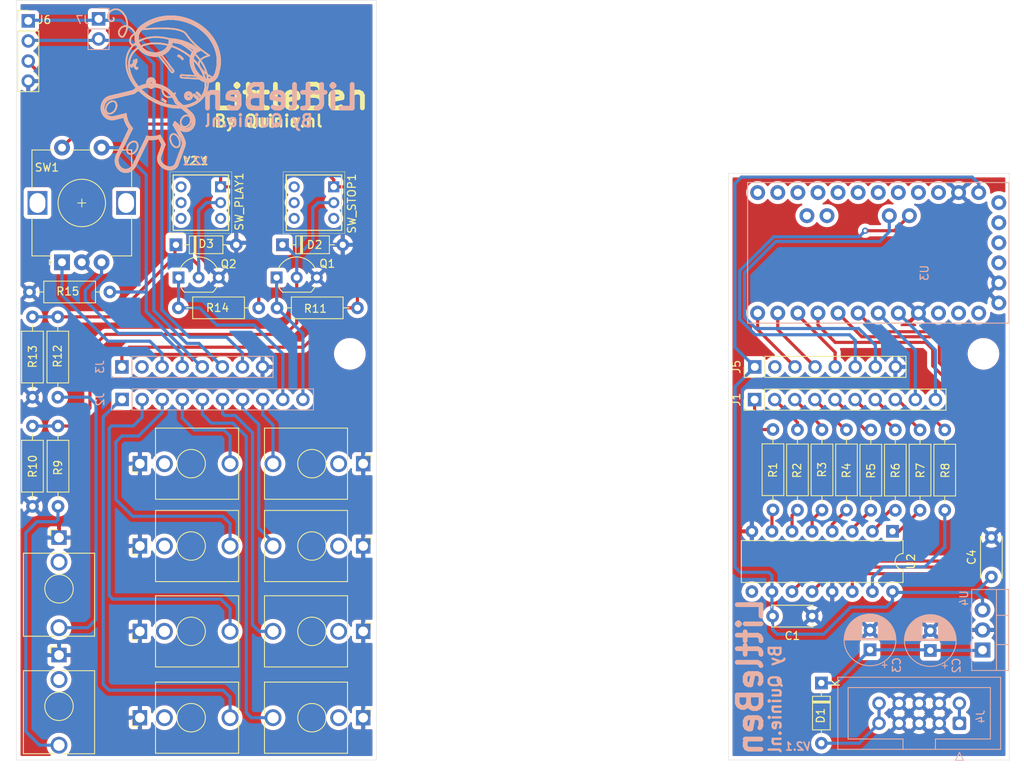
<source format=kicad_pcb>
(kicad_pcb (version 20211014) (generator pcbnew)
  (layers (0 "F.Cu" signal) (31 "B.Cu" signal) (34 "B.Paste" user) (35 "F.Paste" user) (36 "B.SilkS" user "B.Silkscreen") (37 "F.SilkS" user "F.Silkscreen") (38 "B.Mask" user) (39 "F.Mask" user) (44 "Edge.Cuts" user))
  (net 0 "")
  (net 1 "GND")
  (net 2 "HeaderRST4")
  (net 3 "HeaderRST3")
  (net 4 "HeaderRST2")
  (net 5 "HeaderRST1")
  (net 6 "HeaderCLK4")
  (net 7 "HeaderCLK3")
  (net 8 "HeaderCLK2")
  (net 9 "HeaderCLK1")
  (net 10 "+5V")
  (net 11 "STOP")
  (net 12 "PLAY")
  (net 13 "ROTARY_SW")
  (net 14 "ROTARY_B")
  (net 15 "ROTARY_A")
  (net 16 "Net-(Q1-Pad2)")
  (net 17 "Net-(Q2-Pad2)")
  (net 18 "Net-(R9-Pad1)")
  (net 20 "+12V")
  (net 21 "Net-(D1-Pad2)")
  (net 22 "BCK_STOP")
  (net 23 "BCK_PLAY")
  (net 24 "Net-(J1-Pad8)")
  (net 25 "Net-(J1-Pad7)")
  (net 26 "Net-(J1-Pad6)")
  (net 27 "Net-(J1-Pad5)")
  (net 28 "Net-(J1-Pad4)")
  (net 29 "Net-(J1-Pad3)")
  (net 30 "Net-(J1-Pad2)")
  (net 31 "Net-(J1-Pad1)")
  (net 32 "BCK_ROTARY_SW")
  (net 33 "BCK_ROTARY_B")
  (net 34 "BCK_ROTARY_A")
  (net 36 "BCK_HeaderCntCLK1")
  (net 37 "BCK_HeaderCntCLK2")
  (net 38 "BCK_HeaderCntCLK3")
  (net 39 "BCK_HeaderCntCLK4")
  (net 40 "BCK_HeaderCntRST4")
  (net 41 "BCK_HeaderCntRST3")
  (net 42 "BCK_HeaderCntRST2")
  (net 43 "BCK_HeaderCntRST1")
  (net 44 "595DS")
  (net 45 "595RCLK")
  (net 46 "595SRCLK")
  (net 51 "MIDI_RX")
  (net 52 "MIDI_TX")
  (net 53 "SDA")
  (net 69 "Net-(J4-Pad1)")
  (net 74 "Net-(Play1-PadT)")
  (net 78 "SCK")
  (footprint "Connector_Audio:Jack_3.5mm_QingPu_WQP-PJ398SM_Vertical_CircularHoles" (layer "F.Cu") (at 41.7966 80.518 90)
    (fp_text reference "ClockOut1")
    (fp_text value "AudioJack2_SwitchT")
  )
  (footprint "Connector_Audio:Jack_3.5mm_QingPu_WQP-PJ398SM_Vertical_CircularHoles" (layer "F.Cu") (at 41.7966 90.932 90)
    (fp_text reference "ClockOut2")
    (fp_text value "AudioJack2_SwitchT")
  )
  (footprint "Connector_Audio:Jack_3.5mm_QingPu_WQP-PJ398SM_Vertical_CircularHoles" (layer "F.Cu") (at 41.7966 101.727 90)
    (fp_text reference "ClockOut3")
    (fp_text value "AudioJack2_SwitchT")
  )
  (footprint "Connector_Audio:Jack_3.5mm_QingPu_WQP-PJ398SM_Vertical_CircularHoles" (layer "F.Cu") (at 41.7966 112.649 90)
    (fp_text reference "ClockOut4")
    (fp_text value "AudioJack2_SwitchT")
  )
  (footprint "Connector_Audio:Jack_3.5mm_QingPu_WQP-PJ398SM_Vertical_CircularHoles" (layer "F.Cu") (at 70.024 80.518 -90)
    (fp_text reference "ResetOut1")
    (fp_text value "AudioJack2_SwitchT")
  )
  (footprint "Connector_Audio:Jack_3.5mm_QingPu_WQP-PJ398SM_Vertical_CircularHoles" (layer "F.Cu") (at 70.024 90.932 -90)
    (fp_text reference "ResetOut2")
    (fp_text value "AudioJack2_SwitchT")
  )
  (footprint "Connector_Audio:Jack_3.5mm_QingPu_WQP-PJ398SM_Vertical_CircularHoles" (layer "F.Cu") (at 70.024 101.727 -90)
    (fp_text reference "ResetOut3")
    (fp_text value "AudioJack2_SwitchT")
  )
  (footprint "Connector_Audio:Jack_3.5mm_QingPu_WQP-PJ398SM_Vertical_CircularHoles" (layer "F.Cu") (at 70.024 112.649 -90)
    (fp_text reference "ResetOut4")
    (fp_text value "AudioJack2_SwitchT")
  )
  (footprint "e-switch:TL2230" (layer "F.Cu") (at 51.5 44 180)
    (fp_text reference "SW_PLAY1")
    (fp_text value "SW_Push")
  )
  (footprint "e-switch:TL2230" (layer "F.Cu") (at 65.8 44 180)
    (fp_text reference "SW_STOP1")
    (fp_text value "SW_Push")
  )
  (footprint "Rotary_Encoder:RotaryEncoder_Alps_EC12E-Switch_Vertical_H20mm" (layer "F.Cu") (at 31.9532 55.0418 90)
    (fp_text reference "SW1")
    (fp_text value "Rotary_Encoder_Switch")
  )
  (footprint "Connector_Audio:Jack_3.5mm_QingPu_WQP-PJ398SM_Vertical_CircularHoles" (layer "F.Cu") (at 31.5722 104.7242)
    (fp_text reference "Stop1")
    (fp_text value "AudioJack2_SwitchT")
  )
  (footprint "Connector_Audio:Jack_3.5mm_QingPu_WQP-PJ398SM_Vertical_CircularHoles" (layer "F.Cu") (at 31.5722 89.8652)
    (fp_text reference "Play1")
    (fp_text value "AudioJack2_SwitchT")
  )
  (footprint "Package_TO_SOT_THT:TO-92_Inline_Wide" (layer "F.Cu") (at 59.0804 56.9722)
    (fp_text reference "Q1")
    (fp_text value "2N3906")
  )
  (footprint "Package_TO_SOT_THT:TO-92_Inline_Wide" (layer "F.Cu") (at 46.6852 56.9722)
    (fp_text reference "Q2")
    (fp_text value "2N3906")
  )
  (footprint "Resistor_THT:R_Axial_DIN0207_L6.3mm_D2.5mm_P10.16mm_Horizontal" (layer "F.Cu") (at 31.4452 85.9158 90)
    (fp_text reference "R9")
    (fp_text value "100k")
  )
  (footprint "Resistor_THT:R_Axial_DIN0207_L6.3mm_D2.5mm_P10.16mm_Horizontal" (layer "F.Cu") (at 28.216 85.9158 90)
    (fp_text reference "R10")
    (fp_text value "1m")
  )
  (footprint "Resistor_THT:R_Axial_DIN0207_L6.3mm_D2.5mm_P10.16mm_Horizontal" (layer "F.Cu") (at 69.2912 60.8076 180)
    (fp_text reference "R11")
    (fp_text value "100k")
  )
  (footprint "Resistor_THT:R_Axial_DIN0207_L6.3mm_D2.5mm_P10.16mm_Horizontal" (layer "F.Cu") (at 31.4198 72.1106 90)
    (fp_text reference "R12")
    (fp_text value "100k")
  )
  (footprint "Resistor_THT:R_Axial_DIN0207_L6.3mm_D2.5mm_P10.16mm_Horizontal" (layer "F.Cu") (at 28.2194 72.1106 90)
    (fp_text reference "R13")
    (fp_text value "1m")
  )
  (footprint "Resistor_THT:R_Axial_DIN0207_L6.3mm_D2.5mm_P10.16mm_Horizontal" (layer "F.Cu") (at 56.8198 60.8076 180)
    (fp_text reference "R14")
    (fp_text value "100k")
  )
  (footprint "MountingHole:MountingHole_3mm" (layer "F.Cu") (at 68.3354 66.6242)
    (fp_text reference "H1")
    (fp_text value "MountingHole")
  )
  (footprint "Capacitor_THT:C_Disc_D5.0mm_W2.5mm_P5.00mm" (layer "F.Cu") (at 126.7714 99.7966 180)
    (fp_text reference "C1")
    (fp_text value "100n")
  )
  (footprint "Capacitor_THT:C_Disc_D5.0mm_W2.5mm_P5.00mm" (layer "F.Cu") (at 149.4282 94.8436 90)
    (fp_text reference "C4")
    (fp_text value "100nf")
  )
  (footprint "Diode_THT:D_DO-35_SOD27_P7.62mm_Horizontal" (layer "F.Cu") (at 127.9398 108.2548 -90)
    (fp_text reference "D1")
    (fp_text value "1N4148")
  )
  (footprint "MountingHole:MountingHole_3mm" (layer "F.Cu") (at 148.4276 66.6242)
    (fp_text reference "H2")
    (fp_text value "MountingHole")
  )
  (footprint "Connector_PinHeader_2.54mm:PinHeader_1x10_P2.54mm_Vertical" (layer "F.Cu") (at 119.497 72.4154 90)
    (fp_text reference "J1")
    (fp_text value "Conn_01x10")
  )
  (footprint "Connector_PinHeader_2.54mm:PinHeader_1x08_P2.54mm_Vertical" (layer "F.Cu") (at 119.5224 68.2752 90)
    (fp_text reference "J5")
    (fp_text value "Conn_01x08")
  )
  (footprint "Resistor_THT:R_Axial_DIN0207_L6.3mm_D2.5mm_P10.16mm_Horizontal" (layer "F.Cu") (at 121.8184 76.2 -90)
    (fp_text reference "R1")
    (fp_text value "1K")
  )
  (footprint "Resistor_THT:R_Axial_DIN0207_L6.3mm_D2.5mm_P10.16mm_Horizontal" (layer "F.Cu") (at 124.9172 76.2254 -90)
    (fp_text reference "R2")
    (fp_text value "1K")
  )
  (footprint "Resistor_THT:R_Axial_DIN0207_L6.3mm_D2.5mm_P10.16mm_Horizontal" (layer "F.Cu") (at 128.016 76.2254 -90)
    (fp_text reference "R3")
    (fp_text value "1K")
  )
  (footprint "Resistor_THT:R_Axial_DIN0207_L6.3mm_D2.5mm_P10.16mm_Horizontal" (layer "F.Cu") (at 131.1148 76.2254 -90)
    (fp_text reference "R4")
    (fp_text value "1K")
  )
  (footprint "Resistor_THT:R_Axial_DIN0207_L6.3mm_D2.5mm_P10.16mm_Horizontal" (layer "F.Cu") (at 134.1882 76.2508 -90)
    (fp_text reference "R5")
    (fp_text value "1K")
  )
  (footprint "Resistor_THT:R_Axial_DIN0207_L6.3mm_D2.5mm_P10.16mm_Horizontal" (layer "F.Cu") (at 137.287 76.2508 -90)
    (fp_text reference "R6")
    (fp_text value "1K")
  )
  (footprint "Resistor_THT:R_Axial_DIN0207_L6.3mm_D2.5mm_P10.16mm_Horizontal" (layer "F.Cu") (at 140.4112 76.2508 -90)
    (fp_text reference "R7")
    (fp_text value "1K")
  )
  (footprint "Resistor_THT:R_Axial_DIN0207_L6.3mm_D2.5mm_P10.16mm_Horizontal" (layer "F.Cu") (at 143.5354 76.2508 -90)
    (fp_text reference "R8")
    (fp_text value "1K")
  )
  (footprint "Resistor_THT:R_Axial_DIN0207_L6.3mm_D2.5mm_P10.16mm_Horizontal" (layer "F.Cu") (at 27.8384 58.801)
    (fp_text reference "R15")
    (fp_text value "10k")
  )
  (footprint "Package_DIP:DIP-16_W7.62mm" (layer "F.Cu") (at 136.9314 89.0778 -90)
    (fp_text reference "U2")
    (fp_text value "74HC595")
  )
  (footprint "Diode_THT:D_DO-35_SOD27_P7.62mm_Horizontal" (layer "F.Cu") (at 46.355 52.832)
    (fp_text reference "D3")
    (fp_text value "1N4148")
  )
  (footprint "Diode_THT:D_DO-35_SOD27_P7.62mm_Horizontal" (layer "F.Cu") (at 59.817 52.832)
    (fp_text reference "D2")
    (fp_text value "1N4148")
  )
  (footprint "Connector_PinHeader_2.54mm:PinHeader_1x04_P2.54mm_Vertical" (layer "F.Cu") (at 27.686 24.511)
    (fp_text reference "J6")
    (fp_text value "Oled")
  )
  (footprint "Connector_PinSocket_2.54mm:PinSocket_1x10_P2.54mm_Vertical" (layer "B.Cu") (at 39.544 72.39 -90)
    (fp_text reference "J2")
    (fp_text value "Conn_01x10")
  )
  (footprint "Connector_PinSocket_2.54mm:PinSocket_1x08_P2.54mm_Vertical" (layer "B.Cu") (at 39.5224 68.2752 -90)
    (fp_text reference "J3")
    (fp_text value "Conn_01x08")
  )
  (footprint "Capacitor_THT:CP_Radial_D6.3mm_P2.50mm" (layer "B.Cu") (at 141.7066 104.14 90)
    (fp_text reference "C2")
    (fp_text value "CP")
  )
  (footprint "Capacitor_THT:CP_Radial_D6.3mm_P2.50mm" (layer "B.Cu") (at 134.0866 104.0638 90)
    (fp_text reference "C3")
    (fp_text value "3.3Uf")
  )
  (footprint "Connector_IDC:IDC-Header_2x05_P2.54mm_Vertical" (layer "B.Cu") (at 145.3896 113.3602 90)
    (fp_text reference "J4")
    (fp_text value "Conn_02x05_Odd_Even")
  )
  (footprint "Package_TO_SOT_THT:TO-220-3_Vertical" (layer "B.Cu") (at 148.3106 104.0892 90)
    (fp_text reference "U4")
    (fp_text value "L7805")
  )
  (footprint "Connector_PinHeader_2.54mm:PinHeader_1x02_P2.54mm_Vertical" (layer "B.Cu") (at 36.576 24.257 180)
    (fp_text reference "J7")
    (fp_text value "Conn_01x02")
  )
  (footprint "ArduinoProMini:MODULE_ARDUINO_PRO_MINI" (layer "B.Cu") (at 135.128 53.848 90)
    (fp_text reference "U3")
    (fp_text value "ARDUINO_PRO_MINI")
  )
  (gr_curve (pts (xy 45.988888 30.975372) (xy 46.050217 30.916036) (xy 46.066601 30.824818) (xy 46.026084 30.771902)) (layer "B.SilkS") (width 0.2))
  (gr_curve (pts (xy 42.927507 32.745144) (xy 43.006082 32.833965) (xy 43.111407 32.882549) (xy 43.220311 32.880208)) (layer "B.SilkS") (width 0.2))
  (gr_curve (pts (xy 43.536731 32.566232) (xy 43.587388 32.416565) (xy 43.554934 32.246273) (xy 43.454503 32.134762)) (layer "B.SilkS") (width 0.2))
  (gr_curve (pts (xy 46.297852 38.888536) (xy 46.13651 38.793761) (xy 45.97498 38.783216) (xy 45.848795 38.859219)) (layer "B.SilkS") (width 0.2))
  (gr_curve (pts (xy 47.941661 34.397559) (xy 48.092542 34.394164) (xy 48.226861 34.297067) (xy 48.281985 34.151544)) (layer "B.SilkS") (width 0.2))
  (gr_line (start 47.939333 34.462844) (end 47.939333 34.462844) (layer "B.SilkS") (width 0.2))
  (gr_curve (pts (xy 48.251698 34.148299) (xy 48.301781 34.017396) (xy 48.270128 33.868709) (xy 48.171498 33.771572)) (layer "B.SilkS") (width 0.2))
  (gr_curve (pts (xy 48.581969 37.202353) (xy 48.581969 37.148994) (xy 48.578427 37.095636) (xy 48.572006 37.041835)) (layer "B.SilkS") (width 0.2))
  (gr_line (start 47.173155 40.232042) (end 46.319422 42.572943) (layer "B.SilkS") (width 0.2))
  (gr_curve (pts (xy 37.977615 34.066833) (xy 37.263832 34.239085) (xy 36.808028 35.026175) (xy 36.961947 35.821236)) (layer "B.SilkS") (width 0.2))
  (gr_curve (pts (xy 48.181603 34.13977) (xy 48.219786 34.043052) (xy 48.195719 33.933256) (xy 48.120622 33.861578)) (layer "B.SilkS") (width 0.2))
  (gr_curve (pts (xy 47.94102 34.416228) (xy 48.101341 34.412656) (xy 48.244074 34.309066) (xy 48.302662 34.153762)) (layer "B.SilkS") (width 0.2))
  (gr_curve (pts (xy 42.18993 25.021775) (xy 41.672789 25.323201) (xy 41.326181 25.821172) (xy 41.238342 26.390533)) (layer "B.SilkS") (width 0.2))
  (gr_curve (pts (xy 38.478962 36.651057) (xy 38.40457 36.669212) (xy 38.330577 36.677404) (xy 38.257381 36.677404)) (layer "B.SilkS") (width 0.2))
  (gr_curve (pts (xy 43.559591 31.923429) (xy 43.410557 31.752235) (xy 43.19014 31.704882) (xy 43.001118 31.803449)) (layer "B.SilkS") (width 0.2))
  (gr_curve (pts (xy 43.475 32.092746) (xy 43.364861 31.969207) (xy 43.201878 31.935076) (xy 43.062048 32.006267)) (layer "B.SilkS") (width 0.2))
  (gr_line (start 47.945046 34.331521) (end 47.945046 34.331521) (layer "B.SilkS") (width 0.2))
  (gr_curve (pts (xy 47.623078 34.036321) (xy 47.624578 34.121506) (xy 47.659233 34.202478) (xy 47.719421 34.261422)) (layer "B.SilkS") (width 0.2))
  (gr_curve (pts (xy 43.48803 32.559986) (xy 43.530597 32.436693) (xy 43.503437 32.296423) (xy 43.419215 32.204584)) (layer "B.SilkS") (width 0.2))
  (gr_curve (pts (xy 48.856981 28.288991) (xy 48.60019 28.489502) (xy 48.431635 28.800623) (xy 48.370701 29.187983)) (layer "B.SilkS") (width 0.2))
  (gr_curve (pts (xy 43.439808 32.162645) (xy 43.345891 32.058893) (xy 43.206843 32.030229) (xy 43.087502 32.090019)) (layer "B.SilkS") (width 0.2))
  (gr_curve (pts (xy 41.551714 26.13009) (xy 41.071369 26.047242) (xy 40.621888 26.414771) (xy 40.547897 26.949318)) (layer "B.SilkS") (width 0.2))
  (gr_curve (pts (xy 48.273532 37.775346) (xy 48.105043 38.021989) (xy 47.844672 38.149739) (xy 47.572789 38.149739)) (layer "B.SilkS") (width 0.2))
  (gr_line (start 47.944018 34.35063) (end 47.944018 34.35063) (layer "B.SilkS") (width 0.2))
  (gr_curve (pts (xy 43.49702 32.438686) (xy 43.49399 32.265676) (xy 43.367201 32.128125) (xy 43.213829 32.131456)) (layer "B.SilkS") (width 0.2))
  (gr_curve (pts (xy 45.52306 27.206676) (xy 45.396841 28.032074) (xy 44.622909 28.594384) (xy 43.705349 28.594384)) (layer "B.SilkS") (width 0.2))
  (gr_curve (pts (xy 51.578447 30.195367) (xy 51.930922 27.456602) (xy 49.731719 24.840274) (xy 46.667269 24.350972)) (layer "B.SilkS") (width 0.2))
  (gr_curve (pts (xy 47.641577 34.313155) (xy 47.721676 34.393552) (xy 47.829154 34.437341) (xy 47.940366 34.434888)) (layer "B.SilkS") (width 0.2))
  (gr_curve (pts (xy 43.567021 31.909526) (xy 43.414764 31.734353) (xy 43.189566 31.685873) (xy 42.996436 31.786692)) (layer "B.SilkS") (width 0.2))
  (gr_line (start 43.220079 32.8999) (end 43.220079 32.8999) (layer "B.SilkS") (width 0.2))
  (gr_line (start 43.22079 32.870093) (end 43.22079 32.870093) (layer "B.SilkS") (width 0.2))
  (gr_curve (pts (xy 48.245841 33.641873) (xy 48.113509 33.508425) (xy 47.917443 33.471991) (xy 47.749069 33.549559)) (layer "B.SilkS") (width 0.2))
  (gr_curve (pts (xy 47.573995 34.023214) (xy 47.575799 34.122189) (xy 47.615624 34.216248) (xy 47.684707 34.2847)) (layer "B.SilkS") (width 0.2))
  (gr_curve (pts (xy 43.538691 31.966327) (xy 43.39942 31.807102) (xy 43.193373 31.763023) (xy 43.016628 31.854643)) (layer "B.SilkS") (width 0.2))
  (gr_curve (pts (xy 47.330894 37.899979) (xy 47.566641 37.965588) (xy 47.842398 37.851055) (xy 48.029581 37.609788)) (layer "B.SilkS") (width 0.2))
  (gr_line (start 43.224079 32.788204) (end 43.224079 32.788204) (layer "B.SilkS") (width 0.2))
  (gr_curve (pts (xy 38.885725 41.420537) (xy 38.707672 41.787624) (xy 38.66731 42.207184) (xy 38.773362 42.60084)) (layer "B.SilkS") (width 0.2))
  (gr_line (start 48.568906 33.918714) (end 48.635327 33.802034) (layer "B.SilkS") (width 0.2))
  (gr_curve (pts (xy 47.780192 33.643065) (xy 47.637475 33.708002) (xy 47.546319 33.855496) (xy 47.54923 34.01677)) (layer "B.SilkS") (width 0.2))
  (gr_curve (pts (xy 44.964896 43.183354) (xy 45.16748 43.275458) (xy 45.38357 43.323945) (xy 45.589033 43.323945)) (layer "B.SilkS") (width 0.2))
  (gr_curve (pts (xy 42.960755 32.720088) (xy 43.030817 32.798535) (xy 43.124757 32.841451) (xy 43.22191 32.839394)) (layer "B.SilkS") (width 0.2))
  (gr_curve (pts (xy 43.552657 31.937554) (xy 43.406862 31.770323) (xy 43.19123 31.724071) (xy 43.006309 31.820366)) (layer "B.SilkS") (width 0.2))
  (gr_curve (pts (xy 43.213829 32.131456) (xy 43.060456 32.134788) (xy 42.938579 32.277741) (xy 42.941609 32.450751)) (layer "B.SilkS") (width 0.2))
  (gr_curve (pts (xy 42.789978 32.402984) (xy 42.792249 32.534677) (xy 42.838855 32.660026) (xy 42.919545 32.751455)) (layer "B.SilkS") (width 0.2))
  (gr_curve (pts (xy 40.27528 25.209065) (xy 39.816302 25.030148) (xy 39.3138 25.298523) (xy 39.152762 25.809714)) (layer "B.SilkS") (width 0.2))
  (gr_curve (pts (xy 48.134726 33.835981) (xy 48.052947 33.756999) (xy 47.931706 33.735528) (xy 47.827537 33.78158)) (layer "B.SilkS") (width 0.2))
  (gr_curve (pts (xy 42.952184 32.72681) (xy 43.024405 32.807818) (xy 43.121209 32.852106) (xy 43.2213 32.849931)) (layer "B.SilkS") (width 0.2))
  (gr_curve (pts (xy 51.891379 30.245619) (xy 52.075761 28.813403) (xy 51.629445 27.372813) (xy 50.634729 26.189141)) (layer "B.SilkS") (width 0.2))
  (gr_curve (pts (xy 43.026826 32.670494) (xy 43.079935 32.728111) (xy 43.151148 32.759581) (xy 43.2248 32.757981)) (layer "B.SilkS") (width 0.2))
  (gr_curve (pts (xy 38.853688 42.161797) (xy 38.853688 42.294418) (xy 38.870691 42.427038) (xy 38.905518 42.556781)) (layer "B.SilkS") (width 0.2))
  (gr_curve (pts (xy 36.961947 35.821236) (xy 37.093705 36.495853) (xy 37.638557 36.986041) (xy 38.257403 36.986041)) (layer "B.SilkS") (width 0.2))
  (gr_curve (pts (xy 43.073328 32.040011) (xy 42.941671 32.106515) (xy 42.857679 32.2584) (xy 42.860519 32.424842)) (layer "B.SilkS") (width 0.2))
  (gr_curve (pts (xy 48.041279 36.325815) (xy 48.305635 36.549212) (xy 48.445784 36.881539) (xy 48.444898 37.206781)) (layer "B.SilkS") (width 0.2))
  (gr_curve (pts (xy 47.684707 34.2847) (xy 47.753791 34.353152) (xy 47.846474 34.390389) (xy 47.942369 34.388221)) (layer "B.SilkS") (width 0.2))
  (gr_curve (pts (xy 49.470241 30.471679) (xy 49.936739 31.109764) (xy 50.536964 31.487036) (xy 51.008111 31.678772)) (layer "B.SilkS") (width 0.2))
  (gr_curve (pts (xy 40.780156 30.057008) (xy 40.568472 30.141619) (xy 40.636132 30.138534) (xy 40.636132 30.138534)) (layer "B.SilkS") (width 0.2))
  (gr_line (start 43.225566 32.747362) (end 43.225566 32.747362) (layer "B.SilkS") (width 0.2))
  (gr_curve (pts (xy 40.547897 26.949318) (xy 40.506747 27.248982) (xy 40.69113 27.529255) (xy 40.960186 27.575086)) (layer "B.SilkS") (width 0.2))
  (gr_line (start 44.605895 34.45898) (end 44.619348 34.371725) (layer "B.SilkS") (width 0.2))
  (gr_curve (pts (xy 46.424611 34.76669) (xy 45.913832 33.463065) (xy 44.631019 32.607782) (xy 43.2054 32.639)) (layer "B.SilkS") (width 0.2))
  (gr_line (start 45.028076 34.765254) (end 44.605895 34.45898) (layer "B.SilkS") (width 0.2))
  (gr_curve (pts (xy 43.220652 32.736795) (xy 43.361818 32.736795) (xy 43.476256 32.609339) (xy 43.476256 32.452114)) (layer "B.SilkS") (width 0.2))
  (gr_curve (pts (xy 42.853156 32.801628) (xy 42.950881 32.913884) (xy 43.081818 32.975281) (xy 43.217161 32.97231)) (layer "B.SilkS") (width 0.2))
  (gr_line (start 43.22024 32.890513) (end 43.22024 32.890513) (layer "B.SilkS") (width 0.2))
  (gr_line (start 43.218096 32.95233) (end 43.218096 32.95233) (layer "B.SilkS") (width 0.2))
  (gr_line (start 43.220652 32.167434) (end 43.220652 32.167434) (layer "B.SilkS") (width 0.2))
  (gr_curve (pts (xy 47.671617 34.049578) (xy 47.672906 34.120975) (xy 47.702483 34.188813) (xy 47.753842 34.238169)) (layer "B.SilkS") (width 0.2))
  (gr_line (start 41.096308 42.748295) (end 42.687094 39.461335) (layer "B.SilkS") (width 0.2))
  (gr_curve (pts (xy 44.253083 39.166868) (xy 44.329467 39.302146) (xy 44.736629 40.021487) (xy 44.797958 40.130196)) (layer "B.SilkS") (width 0.2))
  (gr_curve (pts (xy 43.047085 31.95541) (xy 42.89494 32.033383) (xy 42.797943 32.211453) (xy 42.801326 32.406586)) (layer "B.SilkS") (width 0.2))
  (gr_curve (pts (xy 43.222782 32.828838) (xy 43.366463 32.825797) (xy 43.494287 32.722793) (xy 43.546647 32.567857)) (layer "B.SilkS") (width 0.2))
  (gr_curve (pts (xy 43.222993 32.798561) (xy 43.353234 32.795775) (xy 43.469098 32.7032) (xy 43.516558 32.564002)) (layer "B.SilkS") (width 0.2))
  (gr_curve (pts (xy 45.528995 26.792435) (xy 45.536513 26.856334) (xy 45.540469 26.921114) (xy 45.540074 26.985454)) (layer "B.SilkS") (width 0.2))
  (gr_curve (pts (xy 47.667057 34.296196) (xy 47.740591 34.369357) (xy 47.839253 34.409175) (xy 47.941338 34.406889)) (layer "B.SilkS") (width 0.2))
  (gr_curve (pts (xy 45.802688 30.986885) (xy 45.843869 31.039801) (xy 45.927338 31.034487) (xy 45.988888 30.975372)) (layer "B.SilkS") (width 0.2))
  (gr_line (start 46.026084 30.771902) (end 44.289836 28.534839) (layer "B.SilkS") (width 0.2))
  (gr_curve (pts (xy 43.062048 32.006267) (xy 42.922219 32.077457) (xy 42.83308 32.239951) (xy 42.836198 32.417976)) (layer "B.SilkS") (width 0.2))
  (gr_curve (pts (xy 47.185133 29.368645) (xy 47.185576 29.368645) (xy 46.73834 28.924509) (xy 46.626088 28.964141)) (layer "B.SilkS") (width 0.2))
  (gr_curve (pts (xy 42.707858 32.377468) (xy 42.710653 32.535453) (xy 42.765932 32.685813) (xy 42.861533 32.795471)) (layer "B.SilkS") (width 0.2))
  (gr_line (start 40.59815 38.207083) (end 39.007209 41.493822) (layer "B.SilkS") (width 0.2))
  (gr_curve (pts (xy 46.967471 39.295947) (xy 47.011752 39.374102) (xy 47.044962 39.454693) (xy 47.071088 39.538826)) (layer "B.SilkS") (width 0.2))
  (gr_curve (pts (xy 48.127396 33.848941) (xy 48.049073 33.773672) (xy 47.932954 33.753231) (xy 47.833187 33.797149)) (layer "B.SilkS") (width 0.2))
  (gr_curve (pts (xy 43.220079 32.8999) (xy 43.395121 32.896078) (xy 43.550739 32.768325) (xy 43.614369 32.576211)) (layer "B.SilkS") (width 0.2))
  (gr_curve (pts (xy 47.489021 34.000353) (xy 47.49124 34.123282) (xy 47.539964 34.240133) (xy 47.624475 34.325199)) (layer "B.SilkS") (width 0.2))
  (gr_curve (pts (xy 43.584908 32.572763) (xy 43.643714 32.396258) (xy 43.606036 32.195357) (xy 43.489442 32.063741)) (layer "B.SilkS") (width 0.2))
  (gr_curve (pts (xy 43.692012 32.586958) (xy 43.76861 32.352067) (xy 43.719278 32.084699) (xy 43.567021 31.909526)) (layer "B.SilkS") (width 0.2))
  (gr_curve (pts (xy 43.093663 32.106616) (xy 42.978394 32.164057) (xy 42.904803 32.295277) (xy 42.907205 32.439087)) (layer "B.SilkS") (width 0.2))
  (gr_curve (pts (xy 43.468781 32.557525) (xy 43.508163 32.444871) (xy 43.483179 32.316673) (xy 43.405479 32.23271)) (layer "B.SilkS") (width 0.2))
  (gr_curve (pts (xy 48.18711 29.485884) (xy 48.180779 30.021753) (xy 48.34894 30.588911) (xy 48.660332 31.083797)) (layer "B.SilkS") (width 0.2))
  (gr_line (start 48.05318 36.590613) (end 48.05318 36.590613) (layer "B.SilkS") (width 0.2))
  (gr_curve (pts (xy 39.791133 36.650172) (xy 39.893643 37.196153) (xy 40.12501 37.704275) (xy 40.47195 38.143761)) (layer "B.SilkS") (width 0.2))
  (gr_curve (pts (xy 47.753842 34.238169) (xy 47.805201 34.287525) (xy 47.874135 34.314355) (xy 47.945478 34.312758)) (layer "B.SilkS") (width 0.2))
  (gr_curve (pts (xy 37.950069 34.802112) (xy 37.687468 34.987528) (xy 37.501226 35.312513) (xy 37.478185 35.625529)) (layer "B.SilkS") (width 0.2))
  (gr_curve (pts (xy 47.823073 33.766064) (xy 47.714644 33.814164) (xy 47.645331 33.923375) (xy 47.647454 34.042772)) (layer "B.SilkS") (width 0.2))
  (gr_curve (pts (xy 46.319422 42.572943) (xy 46.215362 42.857226) (xy 45.928866 43.01553) (xy 45.589011 43.01553)) (layer "B.SilkS") (width 0.2))
  (gr_curve (pts (xy 47.940294 34.425999) (xy 48.105256 34.422342) (xy 48.252126 34.315562) (xy 48.312417 34.155451)) (layer "B.SilkS") (width 0.2))
  (gr_curve (pts (xy 48.231815 34.145992) (xy 48.278503 34.024905) (xy 48.249096 33.887343) (xy 48.157308 33.797451)) (layer "B.SilkS") (width 0.2))
  (gr_curve (pts (xy 45.117 34.064176) (xy 45.529254 34.291558) (xy 46.029405 34.102479) (xy 46.233097 33.643287)) (layer "B.SilkS") (width 0.2))
  (gr_curve (pts (xy 48.875793 29.744764) (xy 50.018719 31.05273) (xy 50.380787 32.561256) (xy 49.825609 33.702094)) (layer "B.SilkS") (width 0.2))
  (gr_curve (pts (xy 43.219161 32.920761) (xy 43.403163 32.916764) (xy 43.566746 32.781768) (xy 43.633632 32.57872)) (layer "B.SilkS") (width 0.2))
  (gr_curve (pts (xy 47.695768 34.055947) (xy 47.696951 34.120566) (xy 47.724011 34.18195) (xy 47.770993 34.226594)) (layer "B.SilkS") (width 0.2))
  (gr_curve (pts (xy 47.212786 40.008202) (xy 47.212343 40.084808) (xy 47.199723 40.160307) (xy 47.173155 40.232042)) (layer "B.SilkS") (width 0.2))
  (gr_curve (pts (xy 43.2248 32.757981) (xy 43.378173 32.754649) (xy 43.500049 32.611696) (xy 43.49702 32.438686)) (layer "B.SilkS") (width 0.2))
  (gr_curve (pts (xy 43.057242 31.989129) (xy 42.913337 32.062657) (xy 42.821649 32.230392) (xy 42.824932 32.41412)) (layer "B.SilkS") (width 0.2))
  (gr_curve (pts (xy 48.029581 37.609788) (xy 48.152321 37.451583) (xy 48.223762 37.255327) (xy 48.228188 37.064195)) (layer "B.SilkS") (width 0.2))
  (gr_curve (pts (xy 42.965049 32.452114) (xy 42.965049 32.609339) (xy 43.079487 32.736795) (xy 43.220652 32.736795)) (layer "B.SilkS") (width 0.2))
  (gr_curve (pts (xy 42.845195 32.807927) (xy 42.945034 32.922792) (xy 43.078808 32.985627) (xy 43.21709 32.982607)) (layer "B.SilkS") (width 0.2))
  (gr_curve (pts (xy 43.220311 32.880208) (xy 43.386393 32.876637) (xy 43.534084 32.755873) (xy 43.594517 32.574227)) (layer "B.SilkS") (width 0.2))
  (gr_curve (pts (xy 46.307279 26.86647) (xy 46.045345 26.824164) (xy 45.785389 26.801249) (xy 45.528995 26.792435)) (layer "B.SilkS") (width 0.2))
  (gr_curve (pts (xy 48.345774 29.510121) (xy 48.345774 29.996634) (xy 48.503251 30.526775) (xy 48.790508 30.98288)) (layer "B.SilkS") (width 0.2))
  (gr_curve (pts (xy 47.649674 34.30799) (xy 47.727585 34.385948) (xy 47.832124 34.428396) (xy 47.940294 34.425999)) (layer "B.SilkS") (width 0.2))
  (gr_curve (pts (xy 42.687094 39.461335) (xy 42.687094 39.461335) (xy 42.720305 39.368788) (xy 42.74953 39.286869)) (layer "B.SilkS") (width 0.2))
  (gr_curve (pts (xy 45.683702 26.98325) (xy 45.882329 27.0022) (xy 46.285121 27.040539) (xy 46.285121 27.040539)) (layer "B.SilkS") (width 0.2))
  (gr_curve (pts (xy 43.006309 31.820366) (xy 42.821388 31.91666) (xy 42.703596 32.136537) (xy 42.707858 32.377468)) (layer "B.SilkS") (width 0.2))
  (gr_curve (pts (xy 43.461989 32.121022) (xy 43.358382 32.00548) (xy 43.204986 31.973506) (xy 43.073328 32.040011)) (layer "B.SilkS") (width 0.2))
  (gr_curve (pts (xy 48.919101 30.882846) (xy 48.640944 30.440842) (xy 48.50246 29.950363) (xy 48.503251 29.512325)) (layer "B.SilkS") (width 0.2))
  (gr_curve (pts (xy 51.734298 30.220941) (xy 51.75962 30.023956) (xy 51.772678 29.825649) (xy 51.772678 29.626902)) (layer "B.SilkS") (width 0.2))
  (gr_curve (pts (xy 46.198779 37.64826) (xy 46.223576 37.602429) (xy 46.233539 37.584938) (xy 46.266307 37.524495)) (layer "B.SilkS") (width 0.2))
  (gr_curve (pts (xy 43.705349 28.594384) (xy 43.563699 28.594384) (xy 43.418488 28.581163) (xy 43.271694 28.55296)) (layer "B.SilkS") (width 0.2))
  (gr_curve (pts (xy 40.6921 31.995111) (xy 41.346444 33.151748) (xy 42.452775 34.15817) (xy 43.767713 34.792976)) (layer "B.SilkS") (width 0.2))
  (gr_curve (pts (xy 44.138839 42.333163) (xy 44.276552 42.697815) (xy 44.577661 43.007559) (xy 44.964896 43.183354)) (layer "B.SilkS") (width 0.2))
  (gr_curve (pts (xy 42.824932 32.41412) (xy 42.827085 32.534595) (xy 42.870078 32.649228) (xy 42.944453 32.732802)) (layer "B.SilkS") (width 0.2))
  (gr_curve (pts (xy 43.468526 32.106592) (xy 43.361681 31.986959) (xy 43.203499 31.953842) (xy 43.067741 32.022684)) (layer "B.SilkS") (width 0.2))
  (gr_curve (pts (xy 38.836497 35.274262) (xy 38.851605 35.06901) (xy 38.794541 34.890668) (xy 38.677858 34.77847)) (layer "B.SilkS") (width 0.2))
  (gr_curve (pts (xy 43.662713 32.583361) (xy 43.734407 32.364371) (xy 43.688194 32.115143) (xy 43.545623 31.95189)) (layer "B.SilkS") (width 0.2))
  (gr_curve (pts (xy 42.894711 32.769796) (xy 42.981798 32.869078) (xy 43.098506 32.923382) (xy 43.219161 32.920761)) (layer "B.SilkS") (width 0.2))
  (gr_curve (pts (xy 42.869886 32.789601) (xy 42.963373 32.89665) (xy 43.088628 32.955185) (xy 43.218096 32.95233)) (layer "B.SilkS") (width 0.2))
  (gr_curve (pts (xy 47.561616 34.019993) (xy 47.563473 34.122356) (xy 47.604557 34.219642) (xy 47.675829 34.290449)) (layer "B.SilkS") (width 0.2))
  (gr_curve (pts (xy 43.002475 32.688618) (xy 43.061901 32.75409) (xy 43.141614 32.789912) (xy 43.224079 32.788204)) (layer "B.SilkS") (width 0.2))
  (gr_curve (pts (xy 49.825609 33.702094) (xy 49.27043 34.842932) (xy 47.88235 35.442761) (xy 46.184244 35.275632)) (layer "B.SilkS") (width 0.2))
  (gr_curve (pts (xy 44.284612 27.360972) (xy 45.982718 27.528101) (xy 47.732866 28.436797) (xy 48.875793 29.744764)) (layer "B.SilkS") (width 0.2))
  (gr_curve (pts (xy 43.218686 32.931758) (xy 43.407168 32.927664) (xy 43.57473 32.789144) (xy 43.643238 32.580791)) (layer "B.SilkS") (width 0.2))
  (gr_curve (pts (xy 47.585853 34.027169) (xy 47.58941 34.226216) (xy 47.749038 34.3841) (xy 47.942392 34.379814)) (layer "B.SilkS") (width 0.2))
  (gr_curve (pts (xy 41.62244 32.895308) (xy 40.479513 31.587341) (xy 40.117445 30.078815) (xy 40.672624 28.937978)) (layer "B.SilkS") (width 0.2))
  (gr_curve (pts (xy 45.836035 27.266609) (xy 45.841575 27.233117) (xy 45.845531 27.199185) (xy 45.849092 27.164811)) (layer "B.SilkS") (width 0.2))
  (gr_curve (pts (xy 47.632795 34.318463) (xy 47.715155 34.401216) (xy 47.825671 34.446296) (xy 47.940031 34.443787)) (layer "B.SilkS") (width 0.2))
  (gr_curve (pts (xy 43.208035 32.793761) (xy 43.232611 32.792876) (xy 43.25763 32.792876) (xy 43.282205 32.792876)) (layer "B.SilkS") (width 0.2))
  (gr_curve (pts (xy 47.838529 33.812317) (xy 47.742869 33.854176) (xy 47.681723 33.949092) (xy 47.683605 34.052807)) (layer "B.SilkS") (width 0.2))
  (gr_curve (pts (xy 51.38492 31.480851) (xy 51.38492 31.4738) (xy 51.559411 31.012406) (xy 51.559411 31.011966)) (layer "B.SilkS") (width 0.2))
  (gr_curve (pts (xy 43.496392 32.050371) (xy 43.376563 31.914916) (xy 43.199231 31.877437) (xy 43.047085 31.95541)) (layer "B.SilkS") (width 0.2))
  (gr_curve (pts (xy 43.241489 39.486354) (xy 43.271157 39.486354) (xy 43.300825 39.485911) (xy 43.330715 39.485025)) (layer "B.SilkS") (width 0.2))
  (gr_curve (pts (xy 45.016483 43.040548) (xy 45.36453 43.197966) (xy 45.745344 43.211472) (xy 46.034498 43.074866)) (layer "B.SilkS") (width 0.2))
  (gr_curve (pts (xy 50.162298 32.035229) (xy 50.510488 32.103535) (xy 50.830981 32.033026) (xy 51.088167 31.832075)) (layer "B.SilkS") (width 0.2))
  (gr_curve (pts (xy 47.071088 39.538826) (xy 47.16297 39.689602) (xy 47.213672 39.85167) (xy 47.212786 40.008202)) (layer "B.SilkS") (width 0.2))
  (gr_curve (pts (xy 42.993429 32.695161) (xy 43.055013 32.763194) (xy 43.13759 32.800388) (xy 43.222993 32.798561)) (layer "B.SilkS") (width 0.2))
  (gr_line (start 42.565964 39.388051) (end 40.9754 42.674789) (layer "B.SilkS") (width 0.2))
  (gr_curve (pts (xy 41.238342 27.44156) (xy 41.525995 26.528907) (xy 41.09511 25.52944) (xy 40.27528 25.209065)) (layer "B.SilkS") (width 0.2))
  (gr_line (start 43.218686 32.931758) (end 43.218686 32.931758) (layer "B.SilkS") (width 0.2))
  (gr_line (start 43.219161 32.920761) (end 43.219161 32.920761) (layer "B.SilkS") (width 0.2))
  (gr_curve (pts (xy 43.507679 32.562759) (xy 43.553587 32.428898) (xy 43.52443 32.276517) (xy 43.433805 32.17667)) (layer "B.SilkS") (width 0.2))
  (gr_curve (pts (xy 47.610617 34.03317) (xy 47.612215 34.121744) (xy 47.648175 34.20592) (xy 47.710585 34.26718)) (layer "B.SilkS") (width 0.2))
  (gr_curve (pts (xy 47.319968 39.400006) (xy 47.287643 39.302589) (xy 47.248454 39.214027) (xy 47.201295 39.131665)) (layer "B.SilkS") (width 0.2))
  (gr_line (start 49.173781 34.301742) (end 49.073707 34.435249) (layer "B.SilkS") (width 0.2))
  (gr_line (start 46.626088 28.964141) (end 46.691402 28.850118) (layer "B.SilkS") (width 0.2))
  (gr_line (start 43.218206 32.941623) (end 43.218206 32.941623) (layer "B.SilkS") (width 0.2))
  (gr_curve (pts (xy 48.215734 33.694542) (xy 48.096917 33.575655) (xy 47.920842 33.543205) (xy 47.769612 33.612324)) (layer "B.SilkS") (width 0.2))
  (gr_curve (pts (xy 43.087502 32.090019) (xy 42.968161 32.149808) (xy 42.892029 32.286277) (xy 42.894607 32.43579)) (layer "B.SilkS") (width 0.2))
  (gr_curve (pts (xy 47.647454 34.042772) (xy 47.648847 34.121063) (xy 47.680982 34.195468) (xy 47.736791 34.249619)) (layer "B.SilkS") (width 0.2))
  (gr_line (start 47.942369 34.388221) (end 47.942369 34.388221) (layer "B.SilkS") (width 0.2))
  (gr_line (start 43.2248 32.757981) (end 43.2248 32.757981) (layer "B.SilkS") (width 0.2))
  (gr_curve (pts (xy 43.546647 32.567857) (xy 43.599008 32.41292) (xy 43.565595 32.236564) (xy 43.461989 32.121022)) (layer "B.SilkS") (width 0.2))
  (gr_curve (pts (xy 43.510768 32.02224) (xy 43.384426 31.879024) (xy 43.197512 31.839437) (xy 43.037185 31.921938)) (layer "B.SilkS") (width 0.2))
  (gr_curve (pts (xy 49.052442 28.362585) (xy 49.146612 28.308381) (xy 49.248299 28.274008) (xy 49.353943 28.254618)) (layer "B.SilkS") (width 0.2))
  (gr_curve (pts (xy 43.503812 32.036473) (xy 43.380758 31.89704) (xy 43.198644 31.858437) (xy 43.042391 31.938664)) (layer "B.SilkS") (width 0.2))
  (gr_curve (pts (xy 43.241467 39.177496) (xy 43.042647 39.177496) (xy 42.848475 39.158898) (xy 42.659618 39.125466)) (layer "B.SilkS") (width 0.2))
  (gr_curve (pts (xy 51.709766 31.071017) (xy 51.794439 30.803523) (xy 51.855373 30.525453) (xy 51.891379 30.245619)) (layer "B.SilkS") (width 0.2))
  (gr_curve (pts (xy 37.096871 35.789133) (xy 37.235735 36.501167) (xy 37.868839 36.955045) (xy 38.507855 36.802276)) (layer "B.SilkS") (width 0.2))
  (gr_curve (pts (xy 42.684719 32.37011) (xy 42.687631 32.535574) (xy 42.745356 32.693061) (xy 42.845195 32.807927)) (layer "B.SilkS") (width 0.2))
  (gr_curve (pts (xy 48.905168 29.748231) (xy 50.048095 31.056198) (xy 50.410163 32.564723) (xy 49.854984 33.705561)) (layer "B.SilkS") (width 0.2))
  (gr_curve (pts (xy 43.217161 32.97231) (xy 43.423564 32.967781) (xy 43.607014 32.815129) (xy 43.68197 32.585535)) (layer "B.SilkS") (width 0.2))
  (gr_curve (pts (xy 50.412362 31.885397) (xy 49.900364 31.885397) (xy 49.319124 31.519191) (xy 48.919101 30.882846)) (layer "B.SilkS") (width 0.2))
  (gr_curve (pts (xy 48.312417 34.155451) (xy 48.372709 33.99534) (xy 48.33455 33.813428) (xy 48.215734 33.694542)) (layer "B.SilkS") (width 0.2))
  (gr_line (start 40.996588 29.618529) (end 41.045255 29.489409) (layer "B.SilkS") (width 0.2))
  (gr_curve (pts (xy 47.476632 33.996239) (xy 47.478902 34.122674) (xy 47.528927 34.242864) (xy 47.6157 34.33037)) (layer "B.SilkS") (width 0.2))
  (gr_curve (pts (xy 39.007209 41.493822) (xy 38.905518 41.703934) (xy 38.853688 41.932201) (xy 38.853688 42.161797)) (layer "B.SilkS") (width 0.2))
  (gr_curve (pts (xy 43.224079 32.788204) (xy 43.34984 32.785598) (xy 43.461772 32.696619) (xy 43.507679 32.562759)) (layer "B.SilkS") (width 0.2))
  (gr_curve (pts (xy 47.945478 34.312758) (xy 48.05428 34.310321) (xy 48.151184 34.242536) (xy 48.191004 34.141009)) (layer "B.SilkS") (width 0.2))
  (gr_curve (pts (xy 42.349896 25.325414) (xy 42.226132 25.396374) (xy 42.112551 25.480995) (xy 42.012477 25.576176)) (layer "B.SilkS") (width 0.2))
  (gr_curve (pts (xy 42.69606 32.373728) (xy 42.698922 32.535452) (xy 42.755431 32.689372) (xy 42.853156 32.801628)) (layer "B.SilkS") (width 0.2))
  (gr_curve (pts (xy 37.992656 24.474448) (xy 38.144594 24.604008) (xy 38.361817 24.571398) (xy 38.477748 24.402617)) (layer "B.SilkS") (width 0.2))
  (gr_curve (pts (xy 40.012515 43.328816) (xy 39.849119 43.328816) (xy 39.685059 43.285199) (xy 39.532954 43.193538)) (layer "B.SilkS") (width 0.2))
  (gr_curve (pts (xy 47.854577 33.85828) (xy 47.771808 33.893817) (xy 47.718866 33.974386) (xy 47.720439 34.062419)) (layer "B.SilkS") (width 0.2))
  (gr_curve (pts (xy 46.21362 35.2791) (xy 44.515514 35.111971) (xy 42.765366 34.203274) (xy 41.62244 32.895308)) (layer "B.SilkS") (width 0.2))
  (gr_curve (pts (xy 43.482353 32.078214) (xy 43.36893 31.950761) (xy 43.201147 31.915601) (xy 43.057242 31.989129)) (layer "B.SilkS") (width 0.2))
  (gr_curve (pts (xy 48.272217 34.150295) (xy 48.325639 34.00958) (xy 48.291778 33.849767) (xy 48.186424 33.745376)) (layer "B.SilkS") (width 0.2))
  (gr_curve (pts (xy 43.489442 32.063741) (xy 43.372848 31.932124) (xy 43.200301 31.895711) (xy 43.052258 31.971481)) (layer "B.SilkS") (width 0.2))
  (gr_curve (pts (xy 41.394237 26.420499) (xy 41.380784 26.507314) (xy 41.374453 26.594569) (xy 41.374453 26.680943)) (layer "B.SilkS") (width 0.2))
  (gr_curve (pts (xy 38.257403 36.986041) (xy 38.351965 36.986041) (xy 38.446526 36.974528) (xy 38.537922 36.952388)) (layer "B.SilkS") (width 0.2))
  (gr_curve (pts (xy 43.527079 32.564829) (xy 43.576101 32.420462) (xy 43.544687 32.256216) (xy 43.447485 32.148679)) (layer "B.SilkS") (width 0.2))
  (gr_curve (pts (xy 37.478185 35.625529) (xy 37.455145 35.938545) (xy 37.599844 36.177947) (xy 37.84481 36.232103)) (layer "B.SilkS") (width 0.2))
  (gr_curve (pts (xy 48.948614 33.649044) (xy 48.896805 33.648601) (xy 48.995773 33.538563) (xy 48.995773 33.538563)) (layer "B.SilkS") (width 0.2))
  (gr_curve (pts (xy 51.405531 30.972715) (xy 51.485015 30.7243) (xy 51.543908 30.464815) (xy 51.578447 30.195367)) (layer "B.SilkS") (width 0.2))
  (gr_curve (pts (xy 42.886331 32.776833) (xy 42.975542 32.878715) (xy 43.095093 32.934443) (xy 43.218686 32.931758)) (layer "B.SilkS") (width 0.2))
  (gr_curve (pts (xy 51.243242 31.403346) (xy 51.319184 31.276924) (xy 51.373428 31.132348) (xy 51.405531 30.972715)) (layer "B.SilkS") (width 0.2))
  (gr_curve (pts (xy 43.042391 31.938664) (xy 42.886137 32.018891) (xy 42.786515 32.202148) (xy 42.789978 32.402984)) (layer "B.SilkS") (width 0.2))
  (gr_curve (pts (xy 47.083066 39.213142) (xy 47.083066 39.213142) (xy 46.28092 37.793722) (xy 46.198779 37.64826)) (layer "B.SilkS") (width 0.2))
  (gr_curve (pts (xy 49.255017 34.67457) (xy 50.57128 33.6348) (xy 50.778863 31.806757) (xy 49.780972 30.042855)) (layer "B.SilkS") (width 0.2))
  (gr_curve (pts (xy 46.285121 27.040539) (xy 47.294873 27.201388) (xy 48.22826 27.613426) (xy 49.018019 28.217601)) (layer "B.SilkS") (width 0.2))
  (gr_curve (pts (xy 46.666548 24.352379) (xy 49.515377 24.806722) (xy 51.616388 27.100031) (xy 51.614805 29.621173)) (layer "B.SilkS") (width 0.2))
  (gr_line (start 43.767713 34.792976) (end 43.767713 34.792976) (layer "B.SilkS") (width 0.2))
  (gr_curve (pts (xy 49.018019 28.217601) (xy 48.966581 28.245364) (xy 48.902878 28.252415) (xy 48.856981 28.288991)) (layer "B.SilkS") (width 0.2))
  (gr_curve (pts (xy 47.942369 34.388221) (xy 48.08861 34.384914) (xy 48.218795 34.291009) (xy 48.272217 34.150295)) (layer "B.SilkS") (width 0.2))
  (gr_curve (pts (xy 47.942698 34.369594) (xy 48.079659 34.366542) (xy 48.201616 34.279202) (xy 48.251698 34.148299)) (layer "B.SilkS") (width 0.2))
  (gr_curve (pts (xy 48.151172 34.136195) (xy 48.184252 34.054098) (xy 48.16349 33.960905) (xy 48.098568 33.900071)) (layer "B.SilkS") (width 0.2))
  (gr_curve (pts (xy 48.994674 28.398721) (xy 49.013666 28.385941) (xy 49.033054 28.374043) (xy 49.052442 28.362585)) (layer "B.SilkS") (width 0.2))
  (gr_curve (pts (xy 43.01042 32.682882) (xy 43.067728 32.745664) (xy 43.144602 32.780004) (xy 43.224129 32.778348)) (layer "B.SilkS") (width 0.2))
  (gr_curve (pts (xy 44.619348 34.371725) (xy 44.619348 34.371725) (xy 45.079909 34.622473) (xy 45.082678 34.676677)) (layer "B.SilkS") (width 0.2))
  (gr_curve (pts (xy 43.433805 32.17667) (xy 43.343179 32.076824) (xy 43.208932 32.049175) (xy 43.093663 32.106616)) (layer "B.SilkS") (width 0.2))
  (gr_curve (pts (xy 44.337416 41.91936) (xy 44.337858 41.842311) (xy 44.350478 41.766148) (xy 44.377268 41.693749)) (layer "B.SilkS") (width 0.2))
  (gr_line (start 37.208813 35.506621) (end 37.208813 35.506621) (layer "B.SilkS") (width 0.2))
  (gr_curve (pts (xy 47.942392 34.379814) (xy 48.083993 34.376675) (xy 48.210083 34.286035) (xy 48.261865 34.150159)) (layer "B.SilkS") (width 0.2))
  (gr_curve (pts (xy 43.271694 28.55296) (xy 42.260755 28.360382) (xy 41.526391 27.54512) (xy 41.532326 26.67301)) (layer "B.SilkS") (width 0.2))
  (gr_curve (pts (xy 45.680141 27.236643) (xy 45.680141 27.236643) (xy 45.681724 27.104438) (xy 45.683702 26.98325)) (layer "B.SilkS") (width 0.2))
  (gr_curve (pts (xy 47.744689 34.244234) (xy 47.798314 34.296025) (xy 47.870289 34.324188) (xy 47.94478 34.322528)) (layer "B.SilkS") (width 0.2))
  (gr_curve (pts (xy 43.01139 31.837553) (xy 42.830578 31.931594) (xy 42.715412 32.146284) (xy 42.719595 32.381513)) (layer "B.SilkS") (width 0.2))
  (gr_line (start 41.045255 29.489409) (end 41.37287 29.670089) (layer "B.SilkS") (width 0.2))
  (gr_curve (pts (xy 49.353943 28.254618) (xy 48.52897 27.553934) (xy 47.481629 27.053319) (xy 46.307279 26.86647)) (layer "B.SilkS") (width 0.2))
  (gr_curve (pts (xy 48.382484 37.868778) (xy 48.513112 37.677042) (xy 48.581969 37.445233) (xy 48.581969 37.202353)) (layer "B.SilkS") (width 0.2))
  (gr_line (start 43.282228 32.484903) (end 43.282228 32.484903) (layer "B.SilkS") (width 0.2))
  (gr_curve (pts (xy 41.017267 33.493176) (xy 40.969001 33.504024) (xy 38.00684 34.218052) (xy 38.00684 34.218052)) (layer "B.SilkS") (width 0.2))
  (gr_curve (pts (xy 48.493629 37.962875) (xy 48.885071 37.388332) (xy 48.756878 36.544341) (xy 48.208461 36.080721)) (layer "B.SilkS") (width 0.2))
  (gr_curve (pts (xy 51.614805 29.621173) (xy 51.614409 29.811988) (xy 51.602539 30.003685) (xy 51.577612 30.196263)) (layer "B.SilkS") (width 0.2))
  (gr_curve (pts (xy 40.643248 28.93451) (xy 41.198427 27.793672) (xy 42.586507 27.193843) (xy 44.284612 27.360972)) (layer "B.SilkS") (width 0.2))
  (gr_curve (pts (xy 47.941338 34.406889) (xy 48.09702 34.403403) (xy 48.235618 34.303111) (xy 48.292506 34.152779)) (layer "B.SilkS") (width 0.2))
  (gr_curve (pts (xy 48.186424 33.745376) (xy 48.08107 33.640985) (xy 47.92497 33.612574) (xy 47.790913 33.673391)) (layer "B.SilkS") (width 0.2))
  (gr_line (start 47.644546 26.182202) (end 47.644546 26.182202) (layer "B.SilkS") (width 0.2))
  (gr_curve (pts (xy 43.21709 32.982607) (xy 43.427972 32.978003) (xy 43.615414 32.821848) (xy 43.692012 32.586958)) (layer "B.SilkS") (width 0.2))
  (gr_curve (pts (xy 43.22079 32.870093) (xy 43.382392 32.866618) (xy 43.526102 32.749268) (xy 43.584908 32.572763)) (layer "B.SilkS") (width 0.2))
  (gr_curve (pts (xy 41.315498 30.564233) (xy 41.315498 30.564233) (xy 40.831593 30.228874) (xy 41.161187 29.8327)) (layer "B.SilkS") (width 0.2))
  (gr_curve (pts (xy 46.789927 38.161695) (xy 47.016645 38.353431) (xy 47.294285 38.459262) (xy 47.572811 38.459262)) (layer "B.SilkS") (width 0.2))
  (gr_curve (pts (xy 51.404308 30.973626) (xy 51.372259 31.132712) (xy 51.318448 31.277256) (xy 51.242083 31.404613)) (layer "B.SilkS") (width 0.2))
  (gr_curve (pts (xy 37.876725 23.510235) (xy 37.669393 23.811662) (xy 37.721226 24.243971) (xy 37.992656 24.474448)) (layer "B.SilkS") (width 0.2))
  (gr_curve (pts (xy 48.16015 34.138035) (xy 48.194926 34.050963) (xy 48.17309 33.952104) (xy 48.104825 33.887555)) (layer "B.SilkS") (width 0.2))
  (gr_curve (pts (xy 48.208674 33.706731) (xy 48.093193 33.591439) (xy 47.922068 33.559992) (xy 47.775096 33.627055)) (layer "B.SilkS") (width 0.2))
  (gr_curve (pts (xy 43.545623 31.95189) (xy 43.403053 31.788638) (xy 43.192202 31.743511) (xy 43.01139 31.837553)) (layer "B.SilkS") (width 0.2))
  (gr_line (start 43.22191 32.839394) (end 43.22191 32.839394) (layer "B.SilkS") (width 0.2))
  (gr_curve (pts (xy 47.361728 36.568363) (xy 47.120815 36.725845) (xy 46.959335 37.018577) (xy 46.952586 37.310059)) (layer "B.SilkS") (width 0.2))
  (gr_curve (pts (xy 42.919545 32.751455) (xy 43.000235 32.842885) (xy 43.108398 32.892905) (xy 43.22024 32.890513)) (layer "B.SilkS") (width 0.2))
  (gr_curve (pts (xy 42.809752 39.534398) (xy 42.821265 39.511151) (xy 42.831892 39.487682) (xy 42.842077 39.463549)) (layer "B.SilkS") (width 0.2))
  (gr_curve (pts (xy 42.996436 31.786692) (xy 42.803305 31.887511) (xy 42.680277 32.117774) (xy 42.684719 32.37011)) (layer "B.SilkS") (width 0.2))
  (gr_curve (pts (xy 38.00684 34.218052) (xy 37.451383 34.352001) (xy 37.070347 34.901525) (xy 37.070347 35.511049)) (layer "B.SilkS") (width 0.2))
  (gr_line (start 43.217633 32.962195) (end 43.217633 32.962195) (layer "B.SilkS") (width 0.2))
  (gr_curve (pts (xy 40.520311 41.333046) (xy 40.765142 41.387265) (xy 41.06215 41.245632) (xy 41.272842 40.974192)) (layer "B.SilkS") (width 0.2))
  (gr_line (start 41.532326 26.67301) (end 41.532326 26.67301) (layer "B.SilkS") (width 0.2))
  (gr_curve (pts (xy 48.201139 34.142404) (xy 48.242717 34.035902) (xy 48.216505 33.914963) (xy 48.134726 33.835981)) (layer "B.SilkS") (width 0.2))
  (gr_curve (pts (xy 47.429563 40.3485) (xy 47.536943 40.05359) (xy 47.497312 39.710193) (xy 47.319968 39.400006)) (layer "B.SilkS") (width 0.2))
  (gr_curve (pts (xy 43.224751 32.767837) (xy 43.341553 32.765313) (xy 43.445464 32.683278) (xy 43.48803 32.559986)) (layer "B.SilkS") (width 0.2))
  (gr_line (start 44.198618 39.358161) (end 44.643639 40.145251) (layer "B.SilkS") (width 0.2))
  (gr_curve (pts (xy 47.945046 34.331521) (xy 48.063287 34.328913) (xy 48.168607 34.254639) (xy 48.211894 34.143333)) (layer "B.SilkS") (width 0.2))
  (gr_curve (pts (xy 48.178954 33.759075) (xy 48.076984 33.658219) (xy 47.92585 33.630722) (xy 47.796024 33.689407)) (layer "B.SilkS") (width 0.2))
  (gr_curve (pts (xy 43.322501 39.176167) (xy 43.29549 39.177053) (xy 43.268257 39.177496) (xy 43.241467 39.177496)) (layer "B.SilkS") (width 0.2))
  (gr_curve (pts (xy 43.330715 39.485025) (xy 43.624296 39.478605) (xy 43.915664 39.436095) (xy 44.198618 39.358161)) (layer "B.SilkS") (width 0.2))
  (gr_curve (pts (xy 47.843539 33.827393) (xy 47.752285 33.867195) (xy 47.693962 33.9574) (xy 47.695768 34.055947)) (layer "B.SilkS") (width 0.2))
  (gr_curve (pts (xy 46.184244 35.275632) (xy 44.486139 35.108503) (xy 42.735991 34.199807) (xy 41.593064 32.89184)) (layer "B.SilkS") (width 0.2))
  (gr_curve (pts (xy 47.537238 34.013104) (xy 47.541324 34.24062) (xy 47.722103 34.421105) (xy 47.94102 34.416228)) (layer "B.SilkS") (width 0.2))
  (gr_curve (pts (xy 42.953887 32.453783) (xy 42.955226 32.533126) (xy 42.984602 32.608631) (xy 43.035552 32.663688)) (layer "B.SilkS") (width 0.2))
  (gr_curve (pts (xy 48.211894 34.143333) (xy 48.255182 34.032027) (xy 48.227913 33.905609) (xy 48.142802 33.823027)) (layer "B.SilkS") (width 0.2))
  (gr_curve (pts (xy 47.572789 38.149739) (xy 47.362012 38.149739) (xy 47.144372 38.073134) (xy 46.957508 37.915716)) (layer "B.SilkS") (width 0.2))
  (gr_curve (pts (xy 43.476256 32.452114) (xy 43.476256 32.376612) (xy 43.449326 32.304203) (xy 43.401391 32.250815)) (layer "B.SilkS") (width 0.2))
  (gr_curve (pts (xy 42.842077 39.463549) (xy 42.975805 39.478605) (xy 43.109533 39.486354) (xy 43.241489 39.486354)) (layer "B.SilkS") (width 0.2))
  (gr_line (start 41.41956 30.585385) (end 41.315498 30.564233) (layer "B.SilkS") (width 0.2))
  (gr_line (start 40.019821 36.279099) (end 38.478962 36.651057) (layer "B.SilkS") (width 0.2))
  (gr_curve (pts (xy 48.124106 36.203379) (xy 48.124106 36.203379) (xy 46.455607 34.793037) (xy 46.424611 34.76669)) (layer "B.SilkS") (width 0.2))
  (gr_line (start 45.848795 38.859219) (end 45.848795 38.859219) (layer "B.SilkS") (width 0.2))
  (gr_curve (pts (xy 38.507855 36.802276) (xy 38.507855 36.802276) (xy 39.712756 36.511794) (xy 39.923533 36.461093)) (layer "B.SilkS") (width 0.2))
  (gr_curve (pts (xy 48.05318 36.590613) (xy 47.875543 36.419663) (xy 47.602641 36.410881) (xy 47.361728 36.568363)) (layer "B.SilkS") (width 0.2))
  (gr_curve (pts (xy 46.262173 27.21549) (xy 47.153619 27.356949) (xy 47.990066 27.690986) (xy 48.711374 28.188956)) (layer "B.SilkS") (width 0.2))
  (gr_curve (pts (xy 46.691402 28.850118) (xy 46.691402 28.850118) (xy 47.141959 29.091891) (xy 47.222771 29.312409)) (layer "B.SilkS") (width 0.2))
  (gr_curve (pts (xy 44.696216 26.616301) (xy 42.6162 26.306039) (xy 40.872641 27.099006) (xy 40.278557 28.625444)) (layer "B.SilkS") (width 0.2))
  (gr_curve (pts (xy 47.775096 33.627055) (xy 47.628123 33.694118) (xy 47.534245 33.846483) (xy 47.537238 34.013104)) (layer "B.SilkS") (width 0.2))
  (gr_curve (pts (xy 40.672624 28.937978) (xy 41.227802 27.79714) (xy 42.615882 27.19731) (xy 44.313988 27.364439)) (layer "B.SilkS") (width 0.2))
  (gr_line (start 39.129557 41.566442) (end 40.720564 38.279925) (layer "B.SilkS") (width 0.2))
  (gr_line (start 47.946289 34.294003) (end 47.946289 34.294003) (layer "B.SilkS") (width 0.2))
  (gr_curve (pts (xy 47.710585 34.26718) (xy 47.772994 34.328439) (xy 47.856742 34.361764) (xy 47.943404 34.359824)) (layer "B.SilkS") (width 0.2))
  (gr_curve (pts (xy 47.524849 34.010307) (xy 47.526862 34.122953) (xy 47.571763 34.230033) (xy 47.649674 34.30799)) (layer "B.SilkS") (width 0.2))
  (gr_curve (pts (xy 42.903056 32.764054) (xy 42.988026 32.860645) (xy 43.101895 32.913466) (xy 43.219613 32.910896)) (layer "B.SilkS") (width 0.2))
  (gr_curve (pts (xy 39.152762 25.809714) (xy 39.06255 26.095717) (xy 39.197473 26.409482) (xy 39.454263 26.509077)) (layer "B.SilkS") (width 0.2))
  (gr_curve (pts (xy 43.077919 32.056802) (xy 42.950396 32.121122) (xy 42.869094 32.267865) (xy 42.871923 32.428605)) (layer "B.SilkS") (width 0.2))
  (gr_curve (pts (xy 42.754787 32.391357) (xy 42.757292 32.534384) (xy 42.807624 32.670513) (xy 42.894711 32.769796)) (layer "B.SilkS") (width 0.2))
  (gr_curve (pts (xy 46.952586 37.310059) (xy 46.945837 37.601541) (xy 47.095147 37.83437) (xy 47.330894 37.899979)) (layer "B.SilkS") (width 0.2))
  (gr_curve (pts (xy 43.037185 31.921938) (xy 42.876857 32.00444) (xy 42.774689 32.192782) (xy 42.778321 32.399142)) (layer "B.SilkS") (width 0.2))
  (gr_curve (pts (xy 46.168822 40.413773) (xy 46.414872 40.558306) (xy 46.652414 40.502802) (xy 46.770681 40.273142)) (layer "B.SilkS") (width 0.2))
  (gr_curve (pts (xy 42.918544 32.443574) (xy 42.920063 32.534018) (xy 42.953111 32.6201) (xy 43.01042 32.682882)) (layer "B.SilkS") (width 0.2))
  (gr_curve (pts (xy 51.242083 31.404613) (xy 51.230609 31.431054) (xy 51.076693 31.626276) (xy 50.996372 31.689294)) (layer "B.SilkS") (width 0.2))
  (gr_curve (pts (xy 43.623978 32.578007) (xy 43.689227 32.380423) (xy 43.64728 32.155549) (xy 43.517697 32.008244)) (layer "B.SilkS") (width 0.2))
  (gr_curve (pts (xy 47.701426 34.273239) (xy 47.766101 34.336935) (xy 47.852889 34.371595) (xy 47.942698 34.369594)) (layer "B.SilkS") (width 0.2))
  (gr_curve (pts (xy 43.426384 32.191774) (xy 43.338988 32.096029) (xy 43.209523 32.06954) (xy 43.09836 32.124657)) (layer "B.SilkS") (width 0.2))
  (gr_curve (pts (xy 41.238342 26.390533) (xy 41.06306 27.533222) (xy 41.951737 28.659164) (xy 43.21907 28.901099)) (layer "B.SilkS") (width 0.2))
  (gr_line (start 40.701813 30.263687) (end 40.749294 30.32362) (layer "B.SilkS") (width 0.2))
  (gr_curve (pts (xy 45.678954 24.273937) (xy 46.002613 24.273937) (xy 46.332206 24.299497) (xy 46.666548 24.352379)) (layer "B.SilkS") (width 0.2))
  (gr_curve (pts (xy 42.813117 32.409891) (xy 42.817605 32.668798) (xy 43.000126 32.874837) (xy 43.22079 32.870093)) (layer "B.SilkS") (width 0.2))
  (gr_curve (pts (xy 42.349386 25.326727) (xy 43.258241 24.660415) (xy 44.421513 24.273937) (xy 45.678954 24.273937)) (layer "B.SilkS") (width 0.2))
  (gr_curve (pts (xy 42.944453 32.732802) (xy 43.018828 32.816376) (xy 43.118492 32.862044) (xy 43.221521 32.85976)) (layer "B.SilkS") (width 0.2))
  (gr_curve (pts (xy 48.353617 34.159207) (xy 48.42071 33.979502) (xy 48.378173 33.775321) (xy 48.245841 33.641873)) (layer "B.SilkS") (width 0.2))
  (gr_curve (pts (xy 44.289836 28.534839) (xy 44.248876 28.481702) (xy 44.165628 28.487015) (xy 44.104078 28.545909)) (layer "B.SilkS") (width 0.2))
  (gr_line (start 47.939659 34.453954) (end 47.939659 34.453954) (layer "B.SilkS") (width 0.2))
  (gr_line (start 43.224751 32.767837) (end 43.224751 32.767837) (layer "B.SilkS") (width 0.2))
  (gr_curve (pts (xy 42.930266 32.446717) (xy 42.931779 32.533539) (xy 42.963655 32.616147) (xy 43.018881 32.676368)) (layer "B.SilkS") (width 0.2))
  (gr_curve (pts (xy 43.103267 32.140422) (xy 42.996239 32.193423) (xy 42.92796 32.314312) (xy 42.930266 32.446717)) (layer "B.SilkS") (width 0.2))
  (gr_curve (pts (xy 40.9754 42.674789) (xy 40.773479 43.089921) (xy 40.395543 43.328816) (xy 40.012515 43.328816)) (layer "B.SilkS") (width 0.2))
  (gr_line (start 43.217161 32.97231) (end 43.217161 32.97231) (layer "B.SilkS") (width 0.2))
  (gr_curve (pts (xy 50.884793 26.794639) (xy 49.951801 25.407812) (xy 48.422534 24.453295) (xy 46.689101 24.176987)) (layer "B.SilkS") (width 0.2))
  (gr_curve (pts (xy 42.742988 32.388495) (xy 42.745559 32.535262) (xy 42.79712 32.674951) (xy 42.886331 32.776833)) (layer "B.SilkS") (width 0.2))
  (gr_curve (pts (xy 45.589011 43.01553) (xy 45.42318 43.01553) (xy 45.245171 42.977448) (xy 45.069376 42.897743)) (layer "B.SilkS") (width 0.2))
  (gr_curve (pts (xy 43.031988 31.905054) (xy 42.86756 31.989896) (xy 42.762787 32.183599) (xy 42.766523 32.39584)) (layer "B.SilkS") (width 0.2))
  (gr_curve (pts (xy 43.70614 28.94737) (xy 44.790673 28.94737) (xy 45.686472 28.240516) (xy 45.836035 27.266609)) (layer "B.SilkS") (width 0.2))
  (gr_line (start 47.942698 34.369594) (end 47.942698 34.369594) (layer "B.SilkS") (width 0.2))
  (gr_curve (pts (xy 43.614369 32.576211) (xy 43.677999 32.384097) (xy 43.637109 32.165456) (xy 43.510768 32.02224)) (layer "B.SilkS") (width 0.2))
  (gr_curve (pts (xy 48.370701 29.187983) (xy 48.354083 29.291984) (xy 48.345774 29.399951) (xy 48.345774 29.510121)) (layer "B.SilkS") (width 0.2))
  (gr_curve (pts (xy 48.098568 33.900071) (xy 48.033645 33.839237) (xy 47.937347 33.822743) (xy 47.854577 33.85828)) (layer "B.SilkS") (width 0.2))
  (gr_line (start 49.825609 33.702094) (end 49.825609 33.702094) (layer "B.SilkS") (width 0.2))
  (gr_line (start 41.354331 39.879999) (end 41.354331 39.879999) (layer "B.SilkS") (width 0.2))
  (gr_line (start 47.945478 34.312758) (end 47.945478 34.312758) (layer "B.SilkS") (width 0.2))
  (gr_curve (pts (xy 42.719595 32.381513) (xy 42.722337 32.535759) (xy 42.776399 32.682552) (xy 42.869886 32.789601)) (layer "B.SilkS") (width 0.2))
  (gr_curve (pts (xy 49.60264 31.680543) (xy 49.607511 31.59021) (xy 49.564338 31.513605) (xy 49.506108 31.510062)) (layer "B.SilkS") (width 0.2))
  (gr_curve (pts (xy 43.001118 31.803449) (xy 42.812097 31.902017) (xy 42.691697 32.127094) (xy 42.69606 32.373728)) (layer "B.SilkS") (width 0.2))
  (gr_line (start 47.946182 34.303428) (end 47.946182 34.303428) (layer "B.SilkS") (width 0.2))
  (gr_curve (pts (xy 38.257381 36.677404) (xy 37.774256 36.677404) (xy 37.339397 36.303896) (xy 37.232569 35.756365)) (layer "B.SilkS") (width 0.2))
  (gr_curve (pts (xy 37.208901 35.506621) (xy 37.209698 34.969496) (xy 37.545634 34.486836) (xy 38.036265 34.367942)) (layer "B.SilkS") (width 0.2))
  (gr_curve (pts (xy 48.635327 33.802034) (xy 48.635327 33.802034) (xy 49.215848 34.23355) (xy 49.173781 34.301742)) (layer "B.SilkS") (width 0.2))
  (gr_line (start 47.037899 31.679215) (end 49.489503 31.837518) (layer "B.SilkS") (width 0.2))
  (gr_curve (pts (xy 46.034498 43.074866) (xy 46.23199 42.981876) (xy 46.374352 42.828222) (xy 46.446308 42.631173)) (layer "B.SilkS") (width 0.2))
  (gr_curve (pts (xy 47.759679 33.580262) (xy 47.599787 33.653562) (xy 47.497637 33.82022) (xy 47.500862 34.002522)) (layer "B.SilkS") (width 0.2))
  (gr_line (start 47.941338 34.406889) (end 47.941338 34.406889) (layer "B.SilkS") (width 0.2))
  (gr_line (start 40.94996 33.351256) (end 37.977615 34.066833) (layer "B.SilkS") (width 0.2))
  (gr_line (start 47.942392 34.379814) (end 47.942392 34.379814) (layer "B.SilkS") (width 0.2))
  (gr_line (start 48.995773 33.538563) (end 48.995773 33.538563) (layer "B.SilkS") (width 0.2))
  (gr_curve (pts (xy 43.21907 28.901099) (xy 43.379316 28.931506) (xy 43.54352 28.94737) (xy 43.70614 28.94737)) (layer "B.SilkS") (width 0.2))
  (gr_curve (pts (xy 38.477748 24.402617) (xy 38.543034 24.307429) (xy 38.526812 24.17214) (xy 38.441742 24.099868)) (layer "B.SilkS") (width 0.2))
  (gr_curve (pts (xy 47.806761 33.720105) (xy 47.685592 33.774531) (xy 47.608178 33.898092) (xy 47.610617 34.03317)) (layer "B.SilkS") (width 0.2))
  (gr_curve (pts (xy 43.217633 32.962195) (xy 43.419556 32.957764) (xy 43.599028 32.808636) (xy 43.672362 32.584348)) (layer "B.SilkS") (width 0.2))
  (gr_line (start 38.677858 34.77847) (end 38.677858 34.77847) (layer "B.SilkS") (width 0.2))
  (gr_curve (pts (xy 40.278557 28.625444) (xy 39.889001 29.626369) (xy 40.037757 30.838475) (xy 40.6921 31.995111)) (layer "B.SilkS") (width 0.2))
  (gr_curve (pts (xy 51.5056 31.599395) (xy 51.599374 31.443393) (xy 51.667825 31.265798) (xy 51.709766 31.071017)) (layer "B.SilkS") (width 0.2))
  (gr_curve (pts (xy 39.79454 26.356601) (xy 40.455706 25.392388) (xy 40.28992 24.014816) (xy 39.424193 23.278437)) (layer "B.SilkS") (width 0.2))
  (gr_curve (pts (xy 47.940031 34.443787) (xy 48.114433 34.439959) (xy 48.26972 34.326693) (xy 48.333481 34.156803)) (layer "B.SilkS") (width 0.2))
  (gr_line (start 47.940031 34.443787) (end 47.940031 34.443787) (layer "B.SilkS") (width 0.2))
  (gr_curve (pts (xy 47.827537 33.78158) (xy 47.723368 33.827631) (xy 47.656786 33.932137) (xy 47.658838 34.046365)) (layer "B.SilkS") (width 0.2))
  (gr_curve (pts (xy 43.604555 32.575652) (xy 43.666627 32.388708) (xy 43.626866 32.175905) (xy 43.503812 32.036473)) (layer "B.SilkS") (width 0.2))
  (gr_curve (pts (xy 47.943404 34.359824) (xy 48.075565 34.356864) (xy 48.193244 34.272827) (xy 48.241568 34.146899)) (layer "B.SilkS") (width 0.2))
  (gr_curve (pts (xy 44.313988 27.364439) (xy 46.012093 27.531568) (xy 47.762241 28.440264) (xy 48.905168 29.748231)) (layer "B.SilkS") (width 0.2))
  (gr_curve (pts (xy 40.012537 43.637674) (xy 40.512467 43.637674) (xy 40.974536 43.324831) (xy 41.218966 42.82158)) (layer "B.SilkS") (width 0.2))
  (gr_line (start 43.224129 32.778348) (end 43.224129 32.778348) (layer "B.SilkS") (width 0.2))
  (gr_curve (pts (xy 50.564197 28.877793) (xy 50.564197 28.877793) (xy 48.614294 29.30001) (xy 49.470241 30.471679)) (layer "B.SilkS") (width 0.2))
  (gr_curve (pts (xy 41.374453 26.680943) (xy 41.374453 27.633697) (xy 42.162629 28.520349) (xy 43.24558 28.726589)) (layer "B.SilkS") (width 0.2))
  (gr_curve (pts (xy 43.32518 39.330928) (xy 43.642894 39.323843) (xy 43.952417 39.258972) (xy 44.253083 39.166868)) (layer "B.SilkS") (width 0.2))
  (gr_curve (pts (xy 43.643238 32.580791) (xy 43.711746 32.372438) (xy 43.667708 32.135283) (xy 43.531659 31.979911)) (layer "B.SilkS") (width 0.2))
  (gr_curve (pts (xy 37.070347 35.511049) (xy 37.070351 35.602711) (xy 37.079057 35.696143) (xy 37.096871 35.789133)) (layer "B.SilkS") (width 0.2))
  (gr_curve (pts (xy 39.401684 43.465422) (xy 39.588106 43.578116) (xy 39.799768 43.637674) (xy 40.012537 43.637674)) (layer "B.SilkS") (width 0.2))
  (gr_curve (pts (xy 42.659618 39.125466) (xy 42.637256 39.214027) (xy 42.607588 39.302589) (xy 42.565964 39.388051)) (layer "B.SilkS") (width 0.2))
  (gr_curve (pts (xy 47.513252 34.006186) (xy 47.515317 34.122338) (xy 47.561477 34.232758) (xy 47.641577 34.313155)) (layer "B.SilkS") (width 0.2))
  (gr_curve (pts (xy 47.6157 34.33037) (xy 47.702474 34.417875) (xy 47.818888 34.465527) (xy 47.939333 34.462844)) (layer "B.SilkS") (width 0.2))
  (gr_curve (pts (xy 42.731244 32.384889) (xy 42.7367 32.698059) (xy 42.954721 32.947317) (xy 43.218206 32.941623)) (layer "B.SilkS") (width 0.2))
  (gr_curve (pts (xy 43.652875 32.582051) (xy 43.723027 32.368566) (xy 43.677961 32.125552) (xy 43.538691 31.966327)) (layer "B.SilkS") (width 0.2))
  (gr_curve (pts (xy 51.772678 29.626902) (xy 51.772678 28.645062) (xy 51.466033 27.658375) (xy 50.884793 26.794639)) (layer "B.SilkS") (width 0.2))
  (gr_curve (pts (xy 43.516558 32.564002) (xy 43.564017 32.424804) (xy 43.533726 32.266397) (xy 43.439808 32.162645)) (layer "B.SilkS") (width 0.2))
  (gr_curve (pts (xy 47.944018 34.35063) (xy 48.07154 34.347845) (xy 48.185127 34.267079) (xy 48.231815 34.145992)) (layer "B.SilkS") (width 0.2))
  (gr_curve (pts (xy 43.517697 32.008244) (xy 43.388114 31.860939) (xy 43.196415 31.820212) (xy 43.031988 31.905054)) (layer "B.SilkS") (width 0.2))
  (gr_curve (pts (xy 47.18624 39.455579) (xy 47.18624 39.453807) (xy 47.083066 39.213142) (xy 47.083066 39.213142)) (layer "B.SilkS") (width 0.2))
  (gr_line (start 47.947443 34.275126) (end 47.947443 34.275126) (layer "B.SilkS") (width 0.2))
  (gr_curve (pts (xy 38.773362 42.60084) (xy 38.873857 42.975677) (xy 39.097032 43.282985) (xy 39.401684 43.465422)) (layer "B.SilkS") (width 0.2))
  (gr_curve (pts (xy 43.401391 32.250815) (xy 43.353456 32.197427) (xy 43.288443 32.167434) (xy 43.220652 32.167434)) (layer "B.SilkS") (width 0.2))
  (gr_line (start 46.941367 31.507405) (end 46.941367 31.507405) (layer "B.SilkS") (width 0.2))
  (gr_line (start 43.222993 32.798561) (end 43.222993 32.798561) (layer "B.SilkS") (width 0.2))
  (gr_curve (pts (xy 42.778321 32.399142) (xy 42.783281 32.680922) (xy 42.981062 32.905119) (xy 43.220079 32.8999)) (layer "B.SilkS") (width 0.2))
  (gr_curve (pts (xy 43.672362 32.584348) (xy 43.745697 32.360061) (xy 43.698451 32.104785) (xy 43.552657 31.937554)) (layer "B.SilkS") (width 0.2))
  (gr_curve (pts (xy 48.241568 34.146899) (xy 48.289891 34.02097) (xy 48.259342 33.87795) (xy 48.164166 33.784527)) (layer "B.SilkS") (width 0.2))
  (gr_curve (pts (xy 43.220652 32.167434) (xy 43.079487 32.167434) (xy 42.965049 32.29489) (xy 42.965049 32.452114)) (layer "B.SilkS") (width 0.2))
  (gr_curve (pts (xy 43.219613 32.910896) (xy 43.399135 32.906976) (xy 43.55873 32.775592) (xy 43.623978 32.578007)) (layer "B.SilkS") (width 0.2))
  (gr_curve (pts (xy 47.812487 33.735328) (xy 47.695547 33.787615) (xy 47.620792 33.90641) (xy 47.623078 34.036321)) (layer "B.SilkS") (width 0.2))
  (gr_curve (pts (xy 48.503251 29.512325) (xy 48.503647 29.060625) (xy 48.652419 28.664452) (xy 48.947194 28.433535)) (layer "B.SilkS") (width 0.2))
  (gr_curve (pts (xy 44.322803 38.99993) (xy 44.008188 39.107089) (xy 43.672762 39.169082) (xy 43.322501 39.176167)) (layer "B.SilkS") (width 0.2))
  (gr_curve (pts (xy 43.531659 31.979911) (xy 43.395611 31.824539) (xy 43.194344 31.781548) (xy 43.021709 31.870984)) (layer "B.SilkS") (width 0.2))
  (gr_curve (pts (xy 43.405479 32.23271) (xy 43.327779 32.148747) (xy 43.212665 32.125554) (xy 43.113815 32.173945)) (layer "B.SilkS") (width 0.2))
  (gr_line (start 44.953582 40.114476) (end 44.322803 38.99993) (layer "B.SilkS") (width 0.2))
  (gr_curve (pts (xy 51.088167 31.832075) (xy 51.179567 31.761125) (xy 51.356036 31.547394) (xy 51.385316 31.480851)) (layer "B.SilkS") (width 0.2))
  (gr_curve (pts (xy 47.054947 31.351316) (xy 46.996718 31.347331) (xy 46.946238 31.417958) (xy 46.941367 31.507405)) (layer "B.SilkS") (width 0.2))
  (gr_curve (pts (xy 41.161187 29.8327) (xy 41.49078 29.435646) (xy 41.196006 29.825209) (xy 41.196006 29.825209)) (layer "B.SilkS") (width 0.2))
  (gr_curve (pts (xy 44.198618 41.922459) (xy 44.198618 42.037589) (xy 44.221201 42.155155) (xy 44.265482 42.273827)) (layer "B.SilkS") (width 0.2))
  (gr_curve (pts (xy 45.849092 27.164811) (xy 45.990347 27.177151) (xy 46.128832 27.193896) (xy 46.262173 27.21549)) (layer "B.SilkS") (width 0.2))
  (gr_curve (pts (xy 45.848795 38.859219) (xy 45.65636 38.975125) (xy 45.576564 39.272568) (xy 45.646616 39.612849)) (layer "B.SilkS") (width 0.2))
  (gr_curve (pts (xy 43.223083 32.818506) (xy 43.362285 32.815467) (xy 43.486075 32.7159) (xy 43.536731 32.566232)) (layer "B.SilkS") (width 0.2))
  (gr_curve (pts (xy 47.707265 34.059639) (xy 47.708353 34.12087) (xy 47.734113 34.179048) (xy 47.778876 34.221374)) (layer "B.SilkS") (width 0.2))
  (gr_curve (pts (xy 44.104078 28.545909) (xy 44.042749 28.605024) (xy 44.025923 28.696242) (xy 44.066882 28.749158)) (layer "B.SilkS") (width 0.2))
  (gr_curve (pts (xy 47.572811 38.459262) (xy 47.942776 38.459262) (xy 48.278425 38.278596) (xy 48.493629 37.962875)) (layer "B.SilkS") (width 0.2))
  (gr_curve (pts (xy 50.634729 26.189141) (xy 49.657818 25.027063) (xy 48.265057 24.250581) (xy 46.711259 24.002918)) (layer "B.SilkS") (width 0.2))
  (gr_curve (pts (xy 41.071046 33.637752) (xy 41.636068 33.130516) (xy 42.383085 32.812581) (xy 43.208035 32.793761)) (layer "B.SilkS") (width 0.2))
  (gr_curve (pts (xy 41.532326 26.67301) (xy 41.532721 26.599416) (xy 41.538656 26.524941) (xy 41.550131 26.450466)) (layer "B.SilkS") (width 0.2))
  (gr_curve (pts (xy 47.749069 33.549559) (xy 47.580694 33.627127) (xy 47.473168 33.803423) (xy 47.476632 33.996239)) (layer "B.SilkS") (width 0.2))
  (gr_curve (pts (xy 47.945956 34.285336) (xy 48.040837 34.283243) (xy 48.125375 34.225107) (xy 48.16015 34.138035)) (layer "B.SilkS") (width 0.2))
  (gr_curve (pts (xy 51.527362 31.557089) (xy 51.521031 31.571632) (xy 51.513909 31.585733) (xy 51.5056 31.599395)) (layer "B.SilkS") (width 0.2))
  (gr_line (start 47.943404 34.359824) (end 47.943404 34.359824) (layer "B.SilkS") (width 0.2))
  (gr_curve (pts (xy 44.265482 42.273827) (xy 44.387254 42.595527) (xy 44.668215 42.882687) (xy 45.016483 43.040548)) (layer "B.SilkS") (width 0.2))
  (gr_curve (pts (xy 48.947194 28.433535) (xy 48.962625 28.421637) (xy 48.978452 28.409738) (xy 48.994674 28.398721)) (layer "B.SilkS") (width 0.2))
  (gr_curve (pts (xy 47.683605 34.052807) (xy 47.684838 34.120815) (xy 47.713196 34.185426) (xy 47.762439 34.232427)) (layer "B.SilkS") (width 0.2))
  (gr_curve (pts (xy 47.754313 33.566017) (xy 47.590342 33.641459) (xy 47.485637 33.812882) (xy 47.489021 34.000353)) (layer "B.SilkS") (width 0.2))
  (gr_curve (pts (xy 47.790913 33.673391) (xy 47.656856 33.734208) (xy 47.571243 33.872276) (xy 47.573995 34.023214)) (layer "B.SilkS") (width 0.2))
  (gr_curve (pts (xy 47.18469 39.452479) (xy 47.186018 39.454693) (xy 47.18624 39.455579) (xy 47.18624 39.455579)) (layer "B.SilkS") (width 0.2))
  (gr_curve (pts (xy 47.770993 34.226594) (xy 47.817974 34.271239) (xy 47.881031 34.295486) (xy 47.946289 34.294003)) (layer "B.SilkS") (width 0.2))
  (gr_curve (pts (xy 42.801326 32.406586) (xy 42.803543 32.53454) (xy 42.848932 32.656323) (xy 42.927507 32.745144)) (layer "B.SilkS") (width 0.2))
  (gr_line (start 44.377268 41.693749) (end 44.953582 40.114476) (layer "B.SilkS") (width 0.2))
  (gr_curve (pts (xy 48.193489 33.732748) (xy 48.084797 33.624765) (xy 47.923746 33.595354) (xy 47.785433 33.65823)) (layer "B.SilkS") (width 0.2))
  (gr_curve (pts (xy 42.861533 32.795471) (xy 42.957135 32.905128) (xy 43.085228 32.965101) (xy 43.217633 32.962195)) (layer "B.SilkS") (width 0.2))
  (gr_line (start 43.21709 32.982607) (end 43.21709 32.982607) (layer "B.SilkS") (width 0.2))
  (gr_line (start 48.208461 36.080721) (end 46.551254 34.6799) (layer "B.SilkS") (width 0.2))
  (gr_line (start 47.941661 34.397559) (end 47.941661 34.397559) (layer "B.SilkS") (width 0.2))
  (gr_curve (pts (xy 47.833187 33.797149) (xy 47.73342 33.841067) (xy 47.669652 33.940696) (xy 47.671617 34.049578)) (layer "B.SilkS") (width 0.2))
  (gr_curve (pts (xy 48.292506 34.152779) (xy 48.349393 34.002448) (xy 48.313366 33.831681) (xy 48.201224 33.720108)) (layer "B.SilkS") (width 0.2))
  (gr_curve (pts (xy 43.018881 32.676368) (xy 43.074108 32.73659) (xy 43.148162 32.769492) (xy 43.224751 32.767837)) (layer "B.SilkS") (width 0.2))
  (gr_curve (pts (xy 46.667269 24.350972) (xy 45.038181 24.091952) (xy 43.493447 24.487689) (xy 42.349896 25.325414)) (layer "B.SilkS") (width 0.2))
  (gr_line (start 47.944339 34.341292) (end 47.944339 34.341292) (layer "B.SilkS") (width 0.2))
  (gr_curve (pts (xy 48.302662 34.153762) (xy 48.36125 33.998458) (xy 48.324154 33.822024) (xy 48.208674 33.706731)) (layer "B.SilkS") (width 0.2))
  (gr_curve (pts (xy 48.201224 33.720108) (xy 48.089082 33.608534) (xy 47.922909 33.578127) (xy 47.780192 33.643065)) (layer "B.SilkS") (width 0.2))
  (gr_curve (pts (xy 44.797958 40.130196) (xy 44.749249 40.263702) (xy 44.248433 41.636627) (xy 44.248433 41.636627)) (layer "B.SilkS") (width 0.2))
  (gr_line (start 46.036911 37.650031) (end 46.967471 39.295947) (layer "B.SilkS") (width 0.2))
  (gr_curve (pts (xy 43.225566 32.747362) (xy 43.333408 32.745104) (xy 43.4294 32.670179) (xy 43.468781 32.557525)) (layer "B.SilkS") (width 0.2))
  (gr_line (start 43.220311 32.880208) (end 43.220311 32.880208) (layer "B.SilkS") (width 0.2))
  (gr_curve (pts (xy 43.282205 32.792876) (xy 44.67727 32.792876) (xy 45.871079 33.655686) (xy 46.326507 34.875621)) (layer "B.SilkS") (width 0.2))
  (gr_curve (pts (xy 49.780972 30.042855) (xy 48.78308 28.278953) (xy 46.776231 26.926562) (xy 44.696216 26.616301)) (layer "B.SilkS") (width 0.2))
  (gr_line (start 47.94478 34.322528) (end 47.94478 34.322528) (layer "B.SilkS") (width 0.2))
  (gr_line (start 46.326507 34.875621) (end 48.041279 36.325815) (layer "B.SilkS") (width 0.2))
  (gr_curve (pts (xy 40.655272 38.110994) (xy 40.626711 38.158596) (xy 40.59815 38.207083) (xy 40.59815 38.207083)) (layer "B.SilkS") (width 0.2))
  (gr_curve (pts (xy 43.524724 31.993153) (xy 43.391914 31.841744) (xy 43.195432 31.799856) (xy 43.026898 31.88702)) (layer "B.SilkS") (width 0.2))
  (gr_curve (pts (xy 43.454503 32.134762) (xy 43.354072 32.023251) (xy 43.205442 31.992482) (xy 43.077919 32.056802)) (layer "B.SilkS") (width 0.2))
  (gr_curve (pts (xy 49.489503 31.837518) (xy 49.547289 31.841061) (xy 49.597991 31.770876) (xy 49.60264 31.680543)) (layer "B.SilkS") (width 0.2))
  (gr_curve (pts (xy 48.104825 33.887555) (xy 48.03656 33.823007) (xy 47.935309 33.80548) (xy 47.848286 33.843148)) (layer "B.SilkS") (width 0.2))
  (gr_curve (pts (xy 38.677858 34.77847) (xy 38.499912 34.607365) (xy 38.212669 34.616696) (xy 37.950069 34.802112)) (layer "B.SilkS") (width 0.2))
  (gr_curve (pts (xy 48.261865 34.150159) (xy 48.313646 34.014283) (xy 48.280923 33.85993) (xy 48.178954 33.759075)) (layer "B.SilkS") (width 0.2))
  (gr_curve (pts (xy 48.343099 34.158676) (xy 48.408428 33.983944) (xy 48.366991 33.785429) (xy 48.238109 33.6557)) (layer "B.SilkS") (width 0.2))
  (gr_curve (pts (xy 42.74953 39.286869) (xy 42.906727 39.298603) (xy 43.32518 39.330928) (xy 43.32518 39.330928)) (layer "B.SilkS") (width 0.2))
  (gr_curve (pts (xy 47.658838 34.046365) (xy 47.660183 34.121268) (xy 47.691065 34.192443) (xy 47.744689 34.244234)) (layer "B.SilkS") (width 0.2))
  (gr_line (start 49.406034 33.930669) (end 49.321458 34.031187) (layer "B.SilkS") (width 0.2))
  (gr_curve (pts (xy 48.572006 37.041835) (xy 48.53171 36.715929) (xy 48.368314 36.409949) (xy 48.124106 36.203379)) (layer "B.SilkS") (width 0.2))
  (gr_curve (pts (xy 47.736791 34.249619) (xy 47.7926 34.30377) (xy 47.867512 34.333231) (xy 47.945046 34.331521)) (layer "B.SilkS") (width 0.2))
  (gr_curve (pts (xy 48.660332 31.083797) (xy 49.107044 31.795498) (xy 49.778498 32.237062) (xy 50.412758 32.237062)) (layer "B.SilkS") (width 0.2))
  (gr_curve (pts (xy 41.512481 40.375726) (xy 41.527763 40.170525) (xy 41.470875 39.992207) (xy 41.354331 39.879999)) (layer "B.SilkS") (width 0.2))
  (gr_curve (pts (xy 43.57541 32.571387) (xy 43.632504 32.400311) (xy 43.595777 32.205666) (xy 43.482353 32.078214)) (layer "B.SilkS") (width 0.2))
  (gr_line (start 40.749294 30.32362) (end 41.394632 29.430358) (layer "B.SilkS") (width 0.2))
  (gr_curve (pts (xy 43.203851 32.485346) (xy 42.372922 32.504608) (xy 41.575869 32.811252) (xy 40.94996 33.351256)) (layer "B.SilkS") (width 0.2))
  (gr_curve (pts (xy 47.778876 34.221374) (xy 47.823639 34.2637) (xy 47.88374 34.286708) (xy 47.945956 34.285336)) (layer "B.SilkS") (width 0.2))
  (gr_curve (pts (xy 41.593064 32.89184) (xy 40.450137 31.583874) (xy 40.08807 30.075348) (xy 40.643248 28.93451)) (layer "B.SilkS") (width 0.2))
  (gr_curve (pts (xy 43.24558 28.726589) (xy 43.90358 28.852183) (xy 44.555645 28.707639) (xy 45.034011 28.330415)) (layer "B.SilkS") (width 0.2))
  (gr_curve (pts (xy 48.995773 33.538563) (xy 48.995773 33.538563) (xy 49.360203 33.732735) (xy 49.406034 33.930669)) (layer "B.SilkS") (width 0.2))
  (gr_curve (pts (xy 43.447485 32.148679) (xy 43.350283 32.041142) (xy 43.206435 32.011491) (xy 43.083018 32.073553)) (layer "B.SilkS") (width 0.2))
  (gr_line (start 45.082678 34.676677) (end 45.028076 34.765254) (layer "B.SilkS") (width 0.2))
  (gr_curve (pts (xy 47.727911 34.255673) (xy 47.785911 34.312262) (xy 47.863762 34.34306) (xy 47.944339 34.341292)) (layer "B.SilkS") (width 0.2))
  (gr_curve (pts (xy 47.924792 33.558987) (xy 47.693204 33.564095) (xy 47.508951 33.764313) (xy 47.513252 34.006186)) (layer "B.SilkS") (width 0.2))
  (gr_line (start 49.073707 34.435249) (end 48.568906 33.918714) (layer "B.SilkS") (width 0.2))
  (gr_curve (pts (xy 47.720439 34.062419) (xy 47.721471 34.120144) (xy 47.745967 34.174984) (xy 47.788538 34.214874)) (layer "B.SilkS") (width 0.2))
  (gr_curve (pts (xy 41.272842 40.974192) (xy 41.410998 40.796202) (xy 41.497198 40.580927) (xy 41.512481 40.375726)) (layer "B.SilkS") (width 0.2))
  (gr_curve (pts (xy 45.678954 23.921392) (xy 44.402916 23.921392) (xy 43.164863 24.311836) (xy 42.18993 25.021775)) (layer "B.SilkS") (width 0.2))
  (gr_line (start 43.221521 32.85976) (end 43.221521 32.85976) (layer "B.SilkS") (width 0.2))
  (gr_curve (pts (xy 47.940366 34.434888) (xy 48.171954 34.42978) (xy 48.356207 34.229562) (xy 48.351906 33.987688)) (layer "B.SilkS") (width 0.2))
  (gr_curve (pts (xy 48.228188 37.064195) (xy 48.232614 36.873062) (xy 48.169661 36.70271) (xy 48.05318 36.590613)) (layer "B.SilkS") (width 0.2))
  (gr_curve (pts (xy 48.112658 33.874116) (xy 48.04101 33.806032) (xy 47.934794 33.787591) (xy 47.843539 33.827393)) (layer "B.SilkS") (width 0.2))
  (gr_curve (pts (xy 43.2054 32.639) (xy 42.396613 32.658041) (xy 41.622585 32.962471) (xy 41.017267 33.493176)) (layer "B.SilkS") (width 0.2))
  (gr_curve (pts (xy 46.266307 37.524495) (xy 46.435681 37.667743) (xy 46.872954 38.038373) (xy 46.872954 38.038373)) (layer "B.SilkS") (width 0.2))
  (gr_curve (pts (xy 47.675829 34.290449) (xy 47.747101 34.361257) (xy 47.842723 34.399785) (xy 47.941661 34.397559)) (layer "B.SilkS") (width 0.2))
  (gr_curve (pts (xy 42.766523 32.39584) (xy 42.768972 32.535011) (xy 42.818085 32.667462) (xy 42.903056 32.764054)) (layer "B.SilkS") (width 0.2))
  (gr_curve (pts (xy 48.170862 34.138429) (xy 48.207279 34.046518) (xy 48.184307 33.942199) (xy 48.112658 33.874116)) (layer "B.SilkS") (width 0.2))
  (gr_line (start 46.527564 37.939627) (end 46.789927 38.161695) (layer "B.SilkS") (width 0.2))
  (gr_curve (pts (xy 49.321458 34.031187) (xy 49.321458 34.031187) (xy 49.000422 33.64993) (xy 48.948614 33.649044)) (layer "B.SilkS") (width 0.2))
  (gr_curve (pts (xy 47.624475 34.325199) (xy 47.708986 34.410266) (xy 47.822361 34.456581) (xy 47.939659 34.453954)) (layer "B.SilkS") (width 0.2))
  (gr_curve (pts (xy 47.848286 33.843148) (xy 47.761262 33.880816) (xy 47.705604 33.96626) (xy 47.707265 34.059639)) (layer "B.SilkS") (width 0.2))
  (gr_curve (pts (xy 48.444898 37.206781) (xy 48.443791 37.408258) (xy 48.387997 37.606857) (xy 48.273532 37.775346)) (layer "B.SilkS") (width 0.2))
  (gr_line (start 44.066882 28.749158) (end 45.802688 30.986885) (layer "B.SilkS") (width 0.2))
  (gr_curve (pts (xy 43.016628 31.854643) (xy 42.839884 31.946264) (xy 42.727248 32.155541) (xy 42.731244 32.384889)) (layer "B.SilkS") (width 0.2))
  (gr_line (start 46.575387 42.689845) (end 47.429563 40.3485) (layer "B.SilkS") (width 0.2))
  (gr_curve (pts (xy 51.577612 30.196263) (xy 51.542793 30.46552) (xy 51.484629 30.725082) (xy 51.404308 30.973626)) (layer "B.SilkS") (width 0.2))
  (gr_curve (pts (xy 42.871923 32.428605) (xy 42.875786 32.648092) (xy 43.033006 32.822656) (xy 43.223083 32.818506)) (layer "B.SilkS") (width 0.2))
  (gr_line (start 47.940366 34.434888) (end 47.940366 34.434888) (layer "B.SilkS") (width 0.2))
  (gr_curve (pts (xy 43.22024 32.890513) (xy 43.390802 32.886865) (xy 43.542483 32.762596) (xy 43.604555 32.575652)) (layer "B.SilkS") (width 0.2))
  (gr_curve (pts (xy 42.941609 32.450751) (xy 42.943064 32.533834) (xy 42.973718 32.612877) (xy 43.026826 32.670494)) (layer "B.SilkS") (width 0.2))
  (gr_curve (pts (xy 43.223532 32.80821) (xy 43.358254 32.805254) (xy 43.478058 32.709196) (xy 43.527079 32.564829)) (layer "B.SilkS") (width 0.2))
  (gr_curve (pts (xy 43.026898 31.88702) (xy 42.858364 31.974184) (xy 42.750967 32.173235) (xy 42.754787 32.391357)) (layer "B.SilkS") (width 0.2))
  (gr_curve (pts (xy 43.021709 31.870984) (xy 42.849074 31.96042) (xy 42.739069 32.164671) (xy 42.742988 32.388495)) (layer "B.SilkS") (width 0.2))
  (gr_curve (pts (xy 51.17838 31.976178) (xy 51.278089 31.898618) (xy 51.483047 31.660209) (xy 51.527362 31.557089)) (layer "B.SilkS") (width 0.2))
  (gr_line (start 51.385316 31.480851) (end 51.38492 31.480851) (layer "B.SilkS") (width 0.2))
  (gr_curve (pts (xy 47.944339 34.341292) (xy 48.06722 34.338595) (xy 48.176672 34.261021) (xy 48.221658 34.144742)) (layer "B.SilkS") (width 0.2))
  (gr_curve (pts (xy 47.796024 33.689407) (xy 47.666198 33.748091) (xy 47.583248 33.881399) (xy 47.585853 34.027169)) (layer "B.SilkS") (width 0.2))
  (gr_line (start 41.196006 29.825209) (end 40.996588 29.618529) (layer "B.SilkS") (width 0.2))
  (gr_curve (pts (xy 43.113815 32.173945) (xy 43.014964 32.222337) (xy 42.951844 32.332783) (xy 42.953887 32.453783)) (layer "B.SilkS") (width 0.2))
  (gr_curve (pts (xy 41.550131 26.450466) (xy 41.625308 25.963512) (xy 41.926414 25.56822) (xy 42.349386 25.326727)) (layer "B.SilkS") (width 0.2))
  (gr_curve (pts (xy 48.333481 34.156803) (xy 48.397242 33.986913) (xy 48.356921 33.793856) (xy 48.231319 33.667655)) (layer "B.SilkS") (width 0.2))
  (gr_curve (pts (xy 42.986017 32.701108) (xy 43.049755 32.771623) (xy 43.135192 32.810149) (xy 43.223532 32.80821)) (layer "B.SilkS") (width 0.2))
  (gr_curve (pts (xy 47.946182 34.303428) (xy 48.050503 34.301081) (xy 48.143419 34.236489) (xy 48.181603 34.13977)) (layer "B.SilkS") (width 0.2))
  (gr_curve (pts (xy 45.034011 28.330415) (xy 45.384971 28.054108) (xy 45.61446 27.665426) (xy 45.680141 27.236643)) (layer "B.SilkS") (width 0.2))
  (gr_curve (pts (xy 47.300706 40.289828) (xy 47.395688 40.0299) (xy 47.354507 39.732333) (xy 47.18469 39.452479)) (layer "B.SilkS") (width 0.2))
  (gr_curve (pts (xy 43.282228 32.484903) (xy 43.256102 32.484903) (xy 43.229533 32.484903) (xy 43.203851 32.485346)) (layer "B.SilkS") (width 0.2))
  (gr_line (start 41.218966 42.82158) (end 42.809752 39.534398) (layer "B.SilkS") (width 0.2))
  (gr_line (start 46.446308 42.631173) (end 47.300706 40.289828) (layer "B.SilkS") (width 0.2))
  (gr_curve (pts (xy 48.790508 30.98288) (xy 49.142655 31.542987) (xy 49.655444 31.936076) (xy 50.162298 32.035229)) (layer "B.SilkS") (width 0.2))
  (gr_line (start 44.643639 40.145251) (end 44.120905 41.578398) (layer "B.SilkS") (width 0.2))
  (gr_line (start 47.201295 39.131665) (end 46.527564 37.939627) (layer "B.SilkS") (width 0.2))
  (gr_curve (pts (xy 47.769612 33.612324) (xy 47.618382 33.681443) (xy 47.521779 33.838519) (xy 47.524849 34.010307)) (layer "B.SilkS") (width 0.2))
  (gr_curve (pts (xy 43.218096 32.95233) (xy 43.415538 32.947975) (xy 43.591019 32.80235) (xy 43.662713 32.583361)) (layer "B.SilkS") (width 0.2))
  (gr_line (start 40.636132 30.138534) (end 40.701813 30.263687) (layer "B.SilkS") (width 0.2))
  (gr_curve (pts (xy 43.68197 32.585535) (xy 43.756925 32.355942) (xy 43.708625 32.094622) (xy 43.559591 31.923429)) (layer "B.SilkS") (width 0.2))
  (gr_curve (pts (xy 48.351906 33.987688) (xy 48.347605 33.745815) (xy 48.15638 33.553879) (xy 47.924792 33.558987)) (layer "B.SilkS") (width 0.2))
  (gr_curve (pts (xy 43.09836 32.124657) (xy 42.987197 32.179775) (xy 42.916227 32.305645) (xy 42.918544 32.443574)) (layer "B.SilkS") (width 0.2))
  (gr_curve (pts (xy 37.232569 35.756365) (xy 37.21634 35.672674) (xy 37.208414 35.588984) (xy 37.208813 35.506621)) (layer "B.SilkS") (width 0.2))
  (gr_curve (pts (xy 42.969532 32.713625) (xy 43.037469 32.789389) (xy 43.128566 32.830832) (xy 43.222782 32.828838)) (layer "B.SilkS") (width 0.2))
  (gr_curve (pts (xy 39.466555 43.330144) (xy 40.041541 43.675534) (xy 40.772837 43.414278) (xy 41.096308 42.748295)) (layer "B.SilkS") (width 0.2))
  (gr_curve (pts (xy 47.785433 33.65823) (xy 47.64712 33.721106) (xy 47.558784 33.863887) (xy 47.561616 34.019993)) (layer "B.SilkS") (width 0.2))
  (gr_line (start 41.493154 30.443045) (end 41.41956 30.585385) (layer "B.SilkS") (width 0.2))
  (gr_curve (pts (xy 43.633632 32.57872) (xy 43.700518 32.375673) (xy 43.657534 32.144562) (xy 43.524724 31.993153)) (layer "B.SilkS") (width 0.2))
  (gr_curve (pts (xy 43.419215 32.204584) (xy 43.334993 32.112744) (xy 43.210295 32.087421) (xy 43.103267 32.140422)) (layer "B.SilkS") (width 0.2))
  (gr_curve (pts (xy 39.424193 23.278437) (xy 38.939892 22.86684) (xy 38.246677 22.969959) (xy 37.876725 23.510235)) (layer "B.SilkS") (width 0.2))
  (gr_curve (pts (xy 48.231319 33.667655) (xy 48.105718 33.541455) (xy 47.919571 33.506962) (xy 47.759679 33.580262)) (layer "B.SilkS") (width 0.2))
  (gr_curve (pts (xy 44.738621 32.820551) (xy 44.534487 33.280185) (xy 44.704304 33.837237) (xy 45.117 34.064176)) (layer "B.SilkS") (width 0.2))
  (gr_curve (pts (xy 43.083018 32.073553) (xy 42.959602 32.135614) (xy 42.88092 32.277166) (xy 42.883663 32.432203)) (layer "B.SilkS") (width 0.2))
  (gr_curve (pts (xy 51.008111 31.678772) (xy 51.091359 31.607923) (xy 51.232172 31.429029) (xy 51.243242 31.403346)) (layer "B.SilkS") (width 0.2))
  (gr_curve (pts (xy 42.860519 32.424842) (xy 42.862381 32.533983) (xy 42.901594 32.637861) (xy 42.969532 32.713625)) (layer "B.SilkS") (width 0.2))
  (gr_curve (pts (xy 50.412758 32.237062) (xy 50.695662 32.237062) (xy 50.960366 32.146722) (xy 51.17838 31.976178)) (layer "B.SilkS") (width 0.2))
  (gr_curve (pts (xy 41.330534 29.388493) (xy 41.330534 29.388493) (xy 40.99184 29.971515) (xy 40.780156 30.057008)) (layer "B.SilkS") (width 0.2))
  (gr_curve (pts (xy 43.22191 32.839394) (xy 43.370072 32.836259) (xy 43.501874 32.729627) (xy 43.555856 32.569221)) (layer "B.SilkS") (width 0.2))
  (gr_line (start 47.222771 29.312409) (end 47.185133 29.368645) (layer "B.SilkS") (width 0.2))
  (gr_curve (pts (xy 47.947443 34.275126) (xy 48.037684 34.273125) (xy 48.118091 34.218292) (xy 48.151172 34.136195)) (layer "B.SilkS") (width 0.2))
  (gr_curve (pts (xy 39.532954 43.193538) (xy 39.186457 42.985419) (xy 38.991755 42.582242) (xy 38.992951 42.159583)) (layer "B.SilkS") (width 0.2))
  (gr_curve (pts (xy 47.788538 34.214874) (xy 47.83111 34.254764) (xy 47.888269 34.276438) (xy 47.947443 34.275126)) (layer "B.SilkS") (width 0.2))
  (gr_curve (pts (xy 43.565209 32.570643) (xy 43.620742 32.4049) (xy 43.585138 32.216284) (xy 43.475 32.092746)) (layer "B.SilkS") (width 0.2))
  (gr_curve (pts (xy 43.035552 32.663688) (xy 43.086502 32.718745) (xy 43.154852 32.748843) (xy 43.225566 32.747362)) (layer "B.SilkS") (width 0.2))
  (gr_curve (pts (xy 47.644546 26.182202) (xy 48.66411 27.728486) (xy 50.564197 28.877793) (xy 50.564197 28.877793)) (layer "B.SilkS") (width 0.2))
  (gr_curve (pts (xy 46.711259 24.002918) (xy 46.367817 23.949155) (xy 46.020022 23.921392) (xy 45.678954 23.921392)) (layer "B.SilkS") (width 0.2))
  (gr_curve (pts (xy 45.069376 42.897743) (xy 44.625019 42.696487) (xy 44.336309 42.291761) (xy 44.337416 41.91936)) (layer "B.SilkS") (width 0.2))
  (gr_curve (pts (xy 44.248433 41.636627) (xy 44.215223 41.727845) (xy 44.198618 41.823935) (xy 44.198618 41.922459)) (layer "B.SilkS") (width 0.2))
  (gr_curve (pts (xy 42.894607 32.43579) (xy 42.896298 32.53383) (xy 42.931845 32.627128) (xy 42.993429 32.695161)) (layer "B.SilkS") (width 0.2))
  (gr_curve (pts (xy 40.960186 27.575086) (xy 41.110936 27.601527) (xy 41.251795 27.486069) (xy 41.274744 27.318169)) (layer "B.SilkS") (width 0.2))
  (gr_line (start 46.957508 37.915716) (end 46.228646 37.298885) (layer "B.SilkS") (width 0.2))
  (gr_curve (pts (xy 48.711374 28.188956) (xy 48.378615 28.478925) (xy 48.193045 28.936353) (xy 48.18711 29.485884)) (layer "B.SilkS") (width 0.2))
  (gr_curve (pts (xy 51.559411 31.011966) (xy 51.559807 31.007999) (xy 51.734298 30.220941) (xy 51.734298 30.220941)) (layer "B.SilkS") (width 0.2))
  (gr_curve (pts (xy 47.635068 34.039543) (xy 47.636515 34.12134) (xy 47.669912 34.199085) (xy 47.727911 34.255673)) (layer "B.SilkS") (width 0.2))
  (gr_curve (pts (xy 46.872954 38.038373) (xy 47.360485 38.450406) (xy 48.037759 38.3738) (xy 48.382484 37.868778)) (layer "B.SilkS") (width 0.2))
  (gr_curve (pts (xy 38.905518 42.556781) (xy 38.99574 42.892429) (xy 39.194671 43.16697) (xy 39.466555 43.330144)) (layer "B.SilkS") (width 0.2))
  (gr_line (start 45.678954 23.921392) (end 45.678954 23.921392) (layer "B.SilkS") (width 0.2))
  (gr_line (start 46.626088 28.964141) (end 46.626088 28.964141) (layer "B.SilkS") (width 0.2))
  (gr_curve (pts (xy 43.052258 31.971481) (xy 42.904215 32.047251) (xy 42.809831 32.220282) (xy 42.813117 32.409891)) (layer "B.SilkS") (width 0.2))
  (gr_curve (pts (xy 43.594517 32.574227) (xy 43.654949 32.392581) (xy 43.616221 32.185826) (xy 43.496392 32.050371)) (layer "B.SilkS") (width 0.2))
  (gr_line (start 47.94102 34.416228) (end 47.94102 34.416228) (layer "B.SilkS") (width 0.2))
  (gr_curve (pts (xy 40.626782 39.903414) (xy 40.364113 40.088708) (xy 40.177653 40.413562) (xy 40.154347 40.726499)) (layer "B.SilkS") (width 0.2))
  (gr_curve (pts (xy 43.221521 32.85976) (xy 43.378643 32.856277) (xy 43.518315 32.742462) (xy 43.57541 32.571387)) (layer "B.SilkS") (width 0.2))
  (gr_line (start 44.104078 28.545909) (end 44.104078 28.545909) (layer "B.SilkS") (width 0.2))
  (gr_curve (pts (xy 47.939659 34.453954) (xy 48.118541 34.449949) (xy 48.27777 34.333409) (xy 48.343099 34.158676)) (layer "B.SilkS") (width 0.2))
  (gr_line (start 47.945956 34.285336) (end 47.945956 34.285336) (layer "B.SilkS") (width 0.2))
  (gr_line (start 38.036265 34.367942) (end 41.071046 33.637752) (layer "B.SilkS") (width 0.2))
  (gr_curve (pts (xy 46.228646 37.298885) (xy 46.172631 37.420435) (xy 46.10776 37.537779) (xy 46.036911 37.650031)) (layer "B.SilkS") (width 0.2))
  (gr_line (start 43.223083 32.818506) (end 43.223083 32.818506) (layer "B.SilkS") (width 0.2))
  (gr_curve (pts (xy 46.770681 40.273142) (xy 46.888947 40.043482) (xy 46.86465 39.684893) (xy 46.709117 39.364585)) (layer "B.SilkS") (width 0.2))
  (gr_curve (pts (xy 45.540074 26.985454) (xy 45.540074 27.059048) (xy 45.53493 27.133082) (xy 45.52306 27.206676)) (layer "B.SilkS") (width 0.2))
  (gr_curve (pts (xy 40.154347 40.726499) (xy 40.131041 41.039436) (xy 40.275479 41.278828) (xy 40.520311 41.333046)) (layer "B.SilkS") (width 0.2))
  (gr_curve (pts (xy 41.354331 39.879999) (xy 41.176599 39.70888) (xy 40.88945 39.718121) (xy 40.626782 39.903414)) (layer "B.SilkS") (width 0.2))
  (gr_curve (pts (xy 48.149853 33.810079) (xy 48.061403 33.723779) (xy 47.93026 33.70026) (xy 47.817577 33.750488)) (layer "B.SilkS") (width 0.2))
  (gr_curve (pts (xy 39.923533 36.461093) (xy 40.00988 37.070617) (xy 40.255638 37.634754) (xy 40.655272 38.110994)) (layer "B.SilkS") (width 0.2))
  (gr_curve (pts (xy 47.500862 34.002522) (xy 47.502977 34.122062) (xy 47.550435 34.23571) (xy 47.632795 34.318463)) (layer "B.SilkS") (width 0.2))
  (gr_curve (pts (xy 47.946289 34.294003) (xy 48.04581 34.291742) (xy 48.134444 34.23034) (xy 48.170862 34.138429)) (layer "B.SilkS") (width 0.2))
  (gr_line (start 40.47195 38.143761) (end 38.885725 41.420537) (layer "B.SilkS") (width 0.2))
  (gr_curve (pts (xy 48.221658 34.144742) (xy 48.266644 34.028463) (xy 48.238304 33.896378) (xy 48.149853 33.810079)) (layer "B.SilkS") (width 0.2))
  (gr_line (start 49.854984 33.705561) (end 49.854984 33.705561) (layer "B.SilkS") (width 0.2))
  (gr_line (start 43.219613 32.910896) (end 43.219613 32.910896) (layer "B.SilkS") (width 0.2))
  (gr_curve (pts (xy 38.597296 35.872938) (xy 38.735346 35.694865) (xy 38.821389 35.479515) (xy 38.836497 35.274262)) (layer "B.SilkS") (width 0.2))
  (gr_curve (pts (xy 47.54923 34.01677) (xy 47.551139 34.122522) (xy 47.593522 34.223034) (xy 47.667057 34.296196)) (layer "B.SilkS") (width 0.2))
  (gr_curve (pts (xy 49.854984 33.705561) (xy 49.299805 34.846399) (xy 47.911725 35.446228) (xy 46.21362 35.2791)) (layer "B.SilkS") (width 0.2))
  (gr_curve (pts (xy 46.551254 34.6799) (xy 46.024313 33.36299) (xy 44.720909 32.484903) (xy 43.282228 32.484903)) (layer "B.SilkS") (width 0.2))
  (gr_curve (pts (xy 48.120622 33.861578) (xy 48.045525 33.789901) (xy 47.934189 33.770459) (xy 47.838529 33.812317)) (layer "B.SilkS") (width 0.2))
  (gr_curve (pts (xy 42.274999 25.171166) (xy 41.788325 25.450558) (xy 41.475349 25.893884) (xy 41.394237 26.420499)) (layer "B.SilkS") (width 0.2))
  (gr_curve (pts (xy 43.2213 32.849931) (xy 43.373942 32.846616) (xy 43.509675 32.736386) (xy 43.565209 32.570643)) (layer "B.SilkS") (width 0.2))
  (gr_curve (pts (xy 38.992951 42.159583) (xy 38.993327 41.960541) (xy 39.037652 41.756406) (xy 39.129557 41.566442)) (layer "B.SilkS") (width 0.2))
  (gr_curve (pts (xy 47.94478 34.322528) (xy 48.058381 34.319997) (xy 48.159561 34.248906) (xy 48.201139 34.142404)) (layer "B.SilkS") (width 0.2))
  (gr_curve (pts (xy 45.646616 39.612849) (xy 45.716668 39.953131) (xy 45.922772 40.269239) (xy 46.168822 40.413773)) (layer "B.SilkS") (width 0.2))
  (gr_curve (pts (xy 41.37287 29.670089) (xy 41.37287 29.670089) (xy 40.893318 30.421892) (xy 41.493154 30.443045)) (layer "B.SilkS") (width 0.2))
  (gr_curve (pts (xy 48.191004 34.141009) (xy 48.230825 34.039483) (xy 48.20572 33.924209) (xy 48.127396 33.848941)) (layer "B.SilkS") (width 0.2))
  (gr_curve (pts (xy 48.238109 33.6557) (xy 48.109228 33.525971) (xy 47.918283 33.490575) (xy 47.754313 33.566017)) (layer "B.SilkS") (width 0.2))
  (gr_curve (pts (xy 47.762439 34.232427) (xy 47.811681 34.279428) (xy 47.877776 34.304968) (xy 47.946182 34.303428)) (layer "B.SilkS") (width 0.2))
  (gr_line (start 41.394632 29.430358) (end 41.330534 29.388493) (layer "B.SilkS") (width 0.2))
  (gr_line (start 43.2054 32.639) (end 43.2054 32.639) (layer "B.SilkS") (width 0.2))
  (gr_line (start 47.940294 34.425999) (end 47.940294 34.425999) (layer "B.SilkS") (width 0.2))
  (gr_curve (pts (xy 47.597836 34.02995) (xy 47.59949 34.12203) (xy 47.636752 34.209544) (xy 47.701426 34.273239)) (layer "B.SilkS") (width 0.2))
  (gr_line (start 43.222782 32.828838) (end 43.222782 32.828838) (layer "B.SilkS") (width 0.2))
  (gr_curve (pts (xy 40.821745 38.107451) (xy 40.374289 37.613057) (xy 40.08115 36.980285) (xy 40.019821 36.279099)) (layer "B.SilkS") (width 0.2))
  (gr_curve (pts (xy 42.883663 32.432203) (xy 42.885461 32.533865) (xy 42.922279 32.630593) (xy 42.986017 32.701108)) (layer "B.SilkS") (width 0.2))
  (gr_curve (pts (xy 46.709117 39.364585) (xy 46.60713 39.15455) (xy 46.459194 38.98331) (xy 46.297852 38.888536)) (layer "B.SilkS") (width 0.2))
  (gr_curve (pts (xy 44.120905 41.578398) (xy 44.035222 41.813307) (xy 44.040978 42.074564) (xy 44.138839 42.333163)) (layer "B.SilkS") (width 0.2))
  (gr_curve (pts (xy 37.84481 36.232103) (xy 38.089776 36.286259) (xy 38.386767 36.144504) (xy 38.597296 35.872938)) (layer "B.SilkS") (width 0.2))
  (gr_curve (pts (xy 46.689101 24.176987) (xy 45.096527 23.924036) (xy 43.490104 24.286717) (xy 42.274999 25.171166)) (layer "B.SilkS") (width 0.2))
  (gr_curve (pts (xy 43.067741 32.022684) (xy 42.931982 32.091527) (xy 42.845383 32.248771) (xy 42.848323 32.421094)) (layer "B.SilkS") (width 0.2))
  (gr_line (start 42.274999 25.171166) (end 42.274999 25.171166) (layer "B.SilkS") (width 0.2))
  (gr_curve (pts (xy 43.218206 32.941623) (xy 43.411169 32.937453) (xy 43.582724 32.795537) (xy 43.652875 32.582051)) (layer "B.SilkS") (width 0.2))
  (gr_curve (pts (xy 42.836198 32.417976) (xy 42.838242 32.534712) (xy 42.879964 32.645803) (xy 42.952184 32.72681)) (layer "B.SilkS") (width 0.2))
  (gr_line (start 43.2213 32.849931) (end 43.2213 32.849931) (layer "B.SilkS") (width 0.2))
  (gr_curve (pts (xy 48.164166 33.784527) (xy 48.068989 33.691105) (xy 47.927929 33.665679) (xy 47.806761 33.720105)) (layer "B.SilkS") (width 0.2))
  (gr_curve (pts (xy 48.157308 33.797451) (xy 48.06552 33.70756) (xy 47.929426 33.683041) (xy 47.812487 33.735328)) (layer "B.SilkS") (width 0.2))
  (gr_curve (pts (xy 43.555856 32.569221) (xy 43.609839 32.408815) (xy 43.575371 32.226225) (xy 43.468526 32.106592)) (layer "B.SilkS") (width 0.2))
  (gr_curve (pts (xy 42.907205 32.439087) (xy 42.90878 32.533387) (xy 42.94305 32.623146) (xy 43.002475 32.688618)) (layer "B.SilkS") (width 0.2))
  (gr_curve (pts (xy 47.939333 34.462844) (xy 48.123015 34.458751) (xy 48.286524 34.338912) (xy 48.353617 34.159207)) (layer "B.SilkS") (width 0.2))
  (gr_line (start 38.537922 36.952388) (end 39.791133 36.650172) (layer "B.SilkS") (width 0.2))
  (gr_curve (pts (xy 48.171498 33.771572) (xy 48.072868 33.674435) (xy 47.926685 33.647976) (xy 47.801114 33.704533)) (layer "B.SilkS") (width 0.2))
  (gr_curve (pts (xy 39.454263 26.509077) (xy 39.598683 26.565925) (xy 39.756556 26.481754) (xy 39.806806 26.321787)) (layer "B.SilkS") (width 0.2))
  (gr_curve (pts (xy 43.224129 32.778348) (xy 43.34541 32.775821) (xy 43.453354 32.690457) (xy 43.497627 32.562059)) (layer "B.SilkS") (width 0.2))
  (gr_curve (pts (xy 42.848323 32.421094) (xy 42.850251 32.53409) (xy 42.890694 32.641642) (xy 42.960755 32.720088)) (layer "B.SilkS") (width 0.2))
  (gr_line (start 49.506108 31.510062) (end 47.054947 31.351316) (layer "B.SilkS") (width 0.2))
  (gr_curve (pts (xy 46.941367 31.507405) (xy 46.936275 31.599067) (xy 46.980113 31.675672) (xy 47.037899 31.679215)) (layer "B.SilkS") (width 0.2))
  (gr_curve (pts (xy 48.281985 34.151544) (xy 48.337109 34.006021) (xy 48.302181 33.840731) (xy 48.193489 33.732748)) (layer "B.SilkS") (width 0.2))
  (gr_curve (pts (xy 47.817577 33.750488) (xy 47.704894 33.800717) (xy 47.632861 33.914801) (xy 47.635068 34.039543)) (layer "B.SilkS") (width 0.2))
  (gr_curve (pts (xy 43.767713 34.792976) (xy 45.773028 35.761073) (xy 47.938754 35.71434) (xy 49.255017 34.67457)) (layer "B.SilkS") (width 0.2))
  (gr_curve (pts (xy 42.012477 25.576176) (xy 44.312862 25.364647) (xy 47.070003 25.311754) (xy 47.644546 26.182202)) (layer "B.SilkS") (width 0.2))
  (gr_curve (pts (xy 45.589033 43.323945) (xy 46.055088 43.323945) (xy 46.432581 43.080622) (xy 46.575387 42.689845)) (layer "B.SilkS") (width 0.2))
  (gr_curve (pts (xy 47.719421 34.261422) (xy 47.779609 34.320367) (xy 47.860399 34.352456) (xy 47.944018 34.35063)) (layer "B.SilkS") (width 0.2))
  (gr_curve (pts (xy 50.996372 31.689294) (xy 50.825442 31.82282) (xy 50.625233 31.885397) (xy 50.412362 31.885397)) (layer "B.SilkS") (width 0.2))
  (gr_curve (pts (xy 48.142802 33.823027) (xy 48.057692 33.740446) (xy 47.931501 33.717963) (xy 47.823073 33.766064)) (layer "B.SilkS") (width 0.2))
  (gr_line (start 43.223532 32.80821) (end 43.223532 32.80821) (layer "B.SilkS") (width 0.2))
  (gr_curve (pts (xy 47.801114 33.704533) (xy 47.675543 33.76109) (xy 47.595314 33.889526) (xy 47.597836 34.02995)) (layer "B.SilkS") (width 0.2))
  (gr_curve (pts (xy 40.720564 38.279925) (xy 40.750232 38.218153) (xy 40.78455 38.161695) (xy 40.821745 38.107451)) (layer "B.SilkS") (width 0.2))
  (gr_curve (pts (xy 43.497627 32.562059) (xy 43.541899 32.433662) (xy 43.513781 32.287518) (xy 43.426384 32.191774)) (layer "B.SilkS") (width 0.2))
  (gr_curve (pts (xy 45.07512 42.908895) (xy 44.630763 42.707639) (xy 44.342053 42.302913) (xy 44.34316 41.930512)) (layer "F.SilkS") (width 0.2))
  (gr_curve (pts (xy 49.058186 28.373737) (xy 49.152356 28.319533) (xy 49.254043 28.28516) (xy 49.359687 28.26577)) (layer "F.SilkS") (width 0.2))
  (gr_line (start 40.025565 36.290251) (end 38.484706 36.662209) (layer "F.SilkS") (width 0.2))
  (gr_line (start 47.95079 34.342673) (end 47.95079 34.342673) (layer "F.SilkS") (width 0.2))
  (gr_curve (pts (xy 47.775356 33.623476) (xy 47.624126 33.692595) (xy 47.527523 33.849671) (xy 47.530593 34.021459)) (layer "F.SilkS") (width 0.2))
  (gr_curve (pts (xy 43.083663 32.067954) (xy 42.95614 32.132274) (xy 42.874838 32.279017) (xy 42.877667 32.439757)) (layer "F.SilkS") (width 0.2))
  (gr_line (start 46.031828 30.783054) (end 44.29558 28.545991) (layer "F.SilkS") (width 0.2))
  (gr_curve (pts (xy 47.949762 34.361782) (xy 48.077284 34.358997) (xy 48.190871 34.278231) (xy 48.237559 34.157144)) (layer "F.SilkS") (width 0.2))
  (gr_curve (pts (xy 47.336638 37.911131) (xy 47.572385 37.97674) (xy 47.848142 37.862207) (xy 48.035325 37.62094)) (layer "F.SilkS") (width 0.2))
  (gr_curve (pts (xy 37.102615 35.800285) (xy 37.241479 36.512319) (xy 37.874583 36.966197) (xy 38.513599 36.813428)) (layer "F.SilkS") (width 0.2))
  (gr_curve (pts (xy 51.411275 30.983867) (xy 51.490759 30.735452) (xy 51.549652 30.475967) (xy 51.584191 30.206519)) (layer "F.SilkS") (width 0.2))
  (gr_curve (pts (xy 43.480744 32.103898) (xy 43.370605 31.980359) (xy 43.207622 31.946228) (xy 43.067792 32.017419)) (layer "F.SilkS") (width 0.2))
  (gr_curve (pts (xy 43.227654 32.850546) (xy 43.375816 32.847411) (xy 43.507618 32.740779) (xy 43.5616 32.580373)) (layer "F.SilkS") (width 0.2))
  (gr_line (start 44.649383 40.156403) (end 44.126649 41.58955) (layer "F.SilkS") (width 0.2))
  (gr_curve (pts (xy 43.041296 32.67484) (xy 43.092246 32.729897) (xy 43.160596 32.759995) (xy 43.23131 32.758514)) (layer "F.SilkS") (width 0.2))
  (gr_curve (pts (xy 46.714861 39.375737) (xy 46.612874 39.165702) (xy 46.464938 38.994462) (xy 46.303596 38.899688)) (layer "F.SilkS") (width 0.2))
  (gr_curve (pts (xy 47.190434 39.463631) (xy 47.191762 39.465845) (xy 47.191984 39.466731) (xy 47.191984 39.466731)) (layer "F.SilkS") (width 0.2))
  (gr_line (start 40.755038 30.334772) (end 41.400376 29.44151) (layer "F.SilkS") (width 0.2))
  (gr_curve (pts (xy 47.945775 34.454939) (xy 48.120177 34.451111) (xy 48.275464 34.337845) (xy 48.339225 34.167955)) (layer "F.SilkS") (width 0.2))
  (gr_curve (pts (xy 43.773457 34.804128) (xy 45.778772 35.772225) (xy 47.944498 35.725492) (xy 49.260761 34.685722)) (layer "F.SilkS") (width 0.2))
  (gr_curve (pts (xy 48.359361 34.170359) (xy 48.426454 33.990654) (xy 48.383917 33.786473) (xy 48.251585 33.653025)) (layer "F.SilkS") (width 0.2))
  (gr_curve (pts (xy 49.260761 34.685722) (xy 50.577024 33.645952) (xy 50.784607 31.817909) (xy 49.786716 30.054007)) (layer "F.SilkS") (width 0.2))
  (gr_curve (pts (xy 47.542982 34.024256) (xy 47.547068 34.251772) (xy 47.727847 34.432257) (xy 47.946764 34.42738)) (layer "F.SilkS") (width 0.2))
  (gr_curve (pts (xy 47.794282 34.226026) (xy 47.836854 34.265916) (xy 47.894013 34.28759) (xy 47.953187 34.286278)) (layer "F.SilkS") (width 0.2))
  (gr_curve (pts (xy 37.983359 34.077985) (xy 37.269576 34.250237) (xy 36.813772 35.037327) (xy 36.967691 35.832388)) (layer "F.SilkS") (width 0.2))
  (gr_curve (pts (xy 47.638539 34.329615) (xy 47.720899 34.412368) (xy 47.831415 34.457448) (xy 47.945775 34.454939)) (layer "F.SilkS") (width 0.2))
  (gr_curve (pts (xy 43.482 32.463266) (xy 43.482 32.387764) (xy 43.45507 32.315355) (xy 43.407135 32.261967)) (layer "F.SilkS") (width 0.2))
  (gr_curve (pts (xy 47.760057 33.577169) (xy 47.596086 33.652611) (xy 47.491381 33.824034) (xy 47.494765 34.011505)) (layer "F.SilkS") (width 0.2))
  (gr_curve (pts (xy 43.639376 32.589872) (xy 43.706262 32.386825) (xy 43.663278 32.155714) (xy 43.530468 32.004305)) (layer "F.SilkS") (width 0.2))
  (gr_curve (pts (xy 47.190877 29.379797) (xy 47.19132 29.379797) (xy 46.744084 28.935661) (xy 46.631832 28.975293)) (layer "F.SilkS") (width 0.2))
  (gr_curve (pts (xy 42.772267 32.406992) (xy 42.774716 32.546163) (xy 42.823829 32.678614) (xy 42.9088 32.775206)) (layer "F.SilkS") (width 0.2))
  (gr_curve (pts (xy 41.555875 26.461618) (xy 41.631052 25.974664) (xy 41.932158 25.579372) (xy 42.35513 25.337879)) (layer "F.SilkS") (width 0.2))
  (gr_curve (pts (xy 47.947405 34.408711) (xy 48.098286 34.405316) (xy 48.232605 34.308219) (xy 48.287729 34.162696)) (layer "F.SilkS") (width 0.2))
  (gr_curve (pts (xy 47.948113 34.399373) (xy 48.094354 34.396066) (xy 48.224539 34.302161) (xy 48.277961 34.161447)) (layer "F.SilkS") (width 0.2))
  (gr_curve (pts (xy 42.755274 39.298021) (xy 42.912471 39.309755) (xy 43.330924 39.34208) (xy 43.330924 39.34208)) (layer "F.SilkS") (width 0.2))
  (gr_curve (pts (xy 47.78462 34.232526) (xy 47.829383 34.274852) (xy 47.889484 34.29786) (xy 47.9517 34.296488)) (layer "F.SilkS") (width 0.2))
  (gr_curve (pts (xy 37.955813 34.813264) (xy 37.693212 34.99868) (xy 37.50697 35.323665) (xy 37.483929 35.636681)) (layer "F.SilkS") (width 0.2))
  (gr_line (start 44.611639 34.470132) (end 44.625092 34.382877) (layer "F.SilkS") (width 0.2))
  (gr_line (start 43.22443 32.94291) (end 43.22443 32.94291) (layer "F.SilkS") (width 0.2))
  (gr_curve (pts (xy 44.744365 32.831703) (xy 44.540231 33.291337) (xy 44.710048 33.848389) (xy 45.122744 34.075328)) (layer "F.SilkS") (width 0.2))
  (gr_curve (pts (xy 43.407135 32.261967) (xy 43.3592 32.208579) (xy 43.294187 32.178586) (xy 43.226396 32.178586)) (layer "F.SilkS") (width 0.2))
  (gr_curve (pts (xy 42.665362 39.136618) (xy 42.643 39.225179) (xy 42.613332 39.313741) (xy 42.571708 39.399203)) (layer "F.SilkS") (width 0.2))
  (gr_curve (pts (xy 51.71551 31.082169) (xy 51.800183 30.814675) (xy 51.861117 30.536605) (xy 51.897123 30.256771)) (layer "F.SilkS") (width 0.2))
  (gr_curve (pts (xy 42.713602 32.38862) (xy 42.716397 32.546605) (xy 42.771676 32.696965) (xy 42.867277 32.806623)) (layer "F.SilkS") (width 0.2))
  (gr_curve (pts (xy 46.23439 37.310037) (xy 46.178375 37.431587) (xy 46.113504 37.548931) (xy 46.042655 37.661183)) (layer "F.SilkS") (width 0.2))
  (gr_line (start 47.945403 34.465106) (end 47.945403 34.465106) (layer "F.SilkS") (width 0.2))
  (gr_line (start 38.543666 36.96354) (end 39.796877 36.661324) (layer "F.SilkS") (width 0.2))
  (gr_curve (pts (xy 43.027453 31.882136) (xy 42.854818 31.971572) (xy 42.744813 32.175823) (xy 42.748732 32.399647)) (layer "F.SilkS") (width 0.2))
  (gr_line (start 43.22395 32.952775) (end 43.22395 32.952775) (layer "F.SilkS") (width 0.2))
  (gr_curve (pts (xy 47.946038 34.437151) (xy 48.111 34.433494) (xy 48.25787 34.326714) (xy 48.318161 34.166603)) (layer "F.SilkS") (width 0.2))
  (gr_curve (pts (xy 47.838931 33.808301) (xy 47.739164 33.852219) (xy 47.675396 33.951848) (xy 47.677361 34.06073)) (layer "F.SilkS") (width 0.2))
  (gr_curve (pts (xy 40.018281 43.648826) (xy 40.518211 43.648826) (xy 40.98028 43.335983) (xy 41.22471 42.832732)) (layer "F.SilkS") (width 0.2))
  (gr_curve (pts (xy 42.35564 25.336566) (xy 42.231876 25.407526) (xy 42.118295 25.492147) (xy 42.018221 25.587328)) (layer "F.SilkS") (width 0.2))
  (gr_curve (pts (xy 51.184124 31.98733) (xy 51.283833 31.90977) (xy 51.488791 31.671361) (xy 51.533106 31.568241)) (layer "F.SilkS") (width 0.2))
  (gr_curve (pts (xy 48.954358 33.660196) (xy 48.902549 33.659753) (xy 49.001517 33.549715) (xy 49.001517 33.549715)) (layer "F.SilkS") (width 0.2))
  (gr_curve (pts (xy 48.206968 33.73126) (xy 48.094826 33.619686) (xy 47.928653 33.589279) (xy 47.785936 33.654217)) (layer "F.SilkS") (width 0.2))
  (gr_line (start 39.135301 41.577594) (end 40.726308 38.291077) (layer "F.SilkS") (width 0.2))
  (gr_curve (pts (xy 48.217638 34.154485) (xy 48.260926 34.043179) (xy 48.233657 33.916761) (xy 48.148546 33.834179)) (layer "F.SilkS") (width 0.2))
  (gr_curve (pts (xy 51.002116 31.700446) (xy 50.831186 31.833972) (xy 50.630977 31.896549) (xy 50.418106 31.896549)) (layer "F.SilkS") (width 0.2))
  (gr_curve (pts (xy 43.530468 32.004305) (xy 43.397658 31.852896) (xy 43.201176 31.811008) (xy 43.032642 31.898172)) (layer "F.SilkS") (width 0.2))
  (gr_line (start 43.230544 32.769133) (end 43.230544 32.769133) (layer "F.SilkS") (width 0.2))
  (gr_curve (pts (xy 48.221478 33.705694) (xy 48.102661 33.586807) (xy 47.926586 33.554357) (xy 47.775356 33.623476)) (layer "F.SilkS") (width 0.2))
  (gr_curve (pts (xy 43.551367 31.963042) (xy 43.408797 31.79979) (xy 43.197946 31.754663) (xy 43.017134 31.848705)) (layer "F.SilkS") (width 0.2))
  (gr_curve (pts (xy 42.818861 32.421043) (xy 42.823349 32.67995) (xy 43.00587 32.885989) (xy 43.226534 32.881245)) (layer "F.SilkS") (width 0.2))
  (gr_curve (pts (xy 48.318161 34.166603) (xy 48.378453 34.006492) (xy 48.340294 33.82458) (xy 48.221478 33.705694)) (layer "F.SilkS") (width 0.2))
  (gr_curve (pts (xy 51.533106 31.568241) (xy 51.526775 31.582784) (xy 51.519653 31.596885) (xy 51.511344 31.610547)) (layer "F.SilkS") (width 0.2))
  (gr_curve (pts (xy 43.711093 28.605536) (xy 43.569443 28.605536) (xy 43.424232 28.592315) (xy 43.277438 28.564112)) (layer "F.SilkS") (width 0.2))
  (gr_curve (pts (xy 44.271226 42.284979) (xy 44.392998 42.606679) (xy 44.673959 42.893839) (xy 45.022227 43.0517)) (layer "F.SilkS") (width 0.2))
  (gr_curve (pts (xy 48.251585 33.653025) (xy 48.119253 33.519577) (xy 47.923187 33.483143) (xy 47.754813 33.560711)) (layer "F.SilkS") (width 0.2))
  (gr_line (start 42.571708 39.399203) (end 40.981144 42.685941) (layer "F.SilkS") (width 0.2))
  (gr_curve (pts (xy 51.247827 31.415765) (xy 51.236353 31.442206) (xy 51.082437 31.637428) (xy 51.002116 31.700446)) (layer "F.SilkS") (width 0.2))
  (gr_curve (pts (xy 43.024625 32.68752) (xy 43.079852 32.747742) (xy 43.153906 32.780644) (xy 43.230495 32.778989)) (layer "F.SilkS") (width 0.2))
  (gr_curve (pts (xy 46.430355 34.777842) (xy 45.919576 33.474217) (xy 44.636763 32.618934) (xy 43.211144 32.650152)) (layer "F.SilkS") (width 0.2))
  (gr_curve (pts (xy 43.042929 31.93309) (xy 42.882601 32.015592) (xy 42.780433 32.203934) (xy 42.784065 32.410294)) (layer "F.SilkS") (width 0.2))
  (gr_curve (pts (xy 40.726308 38.291077) (xy 40.755976 38.229305) (xy 40.790294 38.172847) (xy 40.827489 38.118603)) (layer "F.SilkS") (width 0.2))
  (gr_line (start 43.226396 32.178586) (end 43.226396 32.178586) (layer "F.SilkS") (width 0.2))
  (gr_curve (pts (xy 44.204362 41.933611) (xy 44.204362 42.048741) (xy 44.226945 42.166307) (xy 44.271226 42.284979)) (layer "F.SilkS") (width 0.2))
  (gr_curve (pts (xy 47.530593 34.021459) (xy 47.532606 34.134105) (xy 47.577507 34.241185) (xy 47.655418 34.319142)) (layer "F.SilkS") (width 0.2))
  (gr_curve (pts (xy 41.360075 39.891151) (xy 41.182343 39.720032) (xy 40.895194 39.729273) (xy 40.632526 39.914566)) (layer "F.SilkS") (width 0.2))
  (gr_curve (pts (xy 40.697844 32.006263) (xy 41.352188 33.1629) (xy 42.458519 34.169322) (xy 43.773457 34.804128)) (layer "F.SilkS") (width 0.2))
  (gr_curve (pts (xy 43.22443 32.94291) (xy 43.412912 32.938816) (xy 43.580474 32.800296) (xy 43.648982 32.591943)) (layer "F.SilkS") (width 0.2))
  (gr_curve (pts (xy 40.661016 38.122146) (xy 40.632455 38.169748) (xy 40.603894 38.218235) (xy 40.603894 38.218235)) (layer "F.SilkS") (width 0.2))
  (gr_curve (pts (xy 43.037732 31.916206) (xy 42.873304 32.001048) (xy 42.768531 32.194751) (xy 42.772267 32.406992)) (layer "F.SilkS") (width 0.2))
  (gr_curve (pts (xy 39.407428 43.476574) (xy 39.59385 43.589268) (xy 39.805512 43.648826) (xy 40.018281 43.648826)) (layer "F.SilkS") (width 0.2))
  (gr_curve (pts (xy 47.9517 34.296488) (xy 48.046581 34.294395) (xy 48.131119 34.236259) (xy 48.165894 34.149187)) (layer "F.SilkS") (width 0.2))
  (gr_curve (pts (xy 48.148546 33.834179) (xy 48.063436 33.751598) (xy 47.937245 33.729115) (xy 47.828817 33.777216)) (layer "F.SilkS") (width 0.2))
  (gr_line (start 47.948113 34.399373) (end 47.948113 34.399373) (layer "F.SilkS") (width 0.2))
  (gr_curve (pts (xy 45.122744 34.075328) (xy 45.534998 34.30271) (xy 46.035149 34.113631) (xy 46.238841 33.654439)) (layer "F.SilkS") (width 0.2))
  (gr_curve (pts (xy 50.418502 32.248214) (xy 50.701406 32.248214) (xy 50.96611 32.157874) (xy 51.184124 31.98733)) (layer "F.SilkS") (width 0.2))
  (gr_curve (pts (xy 47.951926 34.31458) (xy 48.056247 34.312233) (xy 48.149163 34.247641) (xy 48.187347 34.150922)) (layer "F.SilkS") (width 0.2))
  (gr_curve (pts (xy 42.966499 32.73124) (xy 43.036561 32.809687) (xy 43.130501 32.852603) (xy 43.227654 32.850546)) (layer "F.SilkS") (width 0.2))
  (gr_curve (pts (xy 42.975276 32.724777) (xy 43.043213 32.800541) (xy 43.13431 32.841984) (xy 43.228526 32.83999)) (layer "F.SilkS") (width 0.2))
  (gr_curve (pts (xy 43.211144 32.650152) (xy 42.402357 32.669193) (xy 41.628329 32.973623) (xy 41.023011 33.504328)) (layer "F.SilkS") (width 0.2))
  (gr_curve (pts (xy 40.7859 30.06816) (xy 40.574216 30.152771) (xy 40.641876 30.149686) (xy 40.641876 30.149686)) (layer "F.SilkS") (width 0.2))
  (gr_curve (pts (xy 48.279276 37.786498) (xy 48.110787 38.033141) (xy 47.850416 38.160891) (xy 47.578533 38.160891)) (layer "F.SilkS") (width 0.2))
  (gr_curve (pts (xy 43.022372 31.865795) (xy 42.845628 31.957416) (xy 42.732992 32.166693) (xy 42.736988 32.396041)) (layer "F.SilkS") (width 0.2))
  (gr_curve (pts (xy 43.678106 32.5955) (xy 43.751441 32.371213) (xy 43.704195 32.115937) (xy 43.558401 31.948706)) (layer "F.SilkS") (width 0.2))
  (gr_curve (pts (xy 47.506606 34.013674) (xy 47.508721 34.133214) (xy 47.556179 34.246862) (xy 47.638539 34.329615)) (layer "F.SilkS") (width 0.2))
  (gr_curve (pts (xy 44.290356 27.372124) (xy 45.988462 27.539253) (xy 47.73861 28.447949) (xy 48.881537 29.755916)) (layer "F.SilkS") (width 0.2))
  (gr_line (start 46.631832 28.975293) (end 46.631832 28.975293) (layer "F.SilkS") (width 0.2))
  (gr_curve (pts (xy 49.023763 28.228753) (xy 48.972325 28.256516) (xy 48.908622 28.263567) (xy 48.862725 28.300143)) (layer "F.SilkS") (width 0.2))
  (gr_curve (pts (xy 48.267609 34.161311) (xy 48.31939 34.025435) (xy 48.286667 33.871082) (xy 48.184698 33.770227)) (layer "F.SilkS") (width 0.2))
  (gr_curve (pts (xy 43.5616 32.580373) (xy 43.615583 32.419967) (xy 43.581115 32.237377) (xy 43.47427 32.117744)) (layer "F.SilkS") (width 0.2))
  (gr_curve (pts (xy 46.694845 24.188139) (xy 45.102271 23.935188) (xy 43.495848 24.297869) (xy 42.280743 25.182318)) (layer "F.SilkS") (width 0.2))
  (gr_curve (pts (xy 44.319732 27.375591) (xy 46.017837 27.54272) (xy 47.767985 28.451416) (xy 48.910912 29.759383)) (layer "F.SilkS") (width 0.2))
  (gr_curve (pts (xy 43.058002 31.982633) (xy 42.909959 32.058403) (xy 42.815575 32.231434) (xy 42.818861 32.421043)) (layer "F.SilkS") (width 0.2))
  (gr_curve (pts (xy 48.214418 33.717883) (xy 48.098937 33.602591) (xy 47.927812 33.571144) (xy 47.78084 33.638207)) (layer "F.SilkS") (width 0.2))
  (gr_curve (pts (xy 45.528804 27.217828) (xy 45.402585 28.043226) (xy 44.628653 28.605536) (xy 43.711093 28.605536)) (layer "F.SilkS") (width 0.2))
  (gr_line (start 41.53807 26.684162) (end 41.53807 26.684162) (layer "F.SilkS") (width 0.2))
  (gr_curve (pts (xy 40.553641 26.96047) (xy 40.512491 27.260134) (xy 40.696874 27.540407) (xy 40.96593 27.586238)) (layer "F.SilkS") (width 0.2))
  (gr_curve (pts (xy 39.929277 36.472245) (xy 40.015624 37.081769) (xy 40.261382 37.645906) (xy 40.661016 38.122146)) (layer "F.SilkS") (width 0.2))
  (gr_line (start 46.332251 34.886773) (end 48.047023 36.336967) (layer "F.SilkS") (width 0.2))
  (gr_curve (pts (xy 43.558401 31.948706) (xy 43.412606 31.781475) (xy 43.196974 31.735223) (xy 43.012053 31.831518)) (layer "F.SilkS") (width 0.2))
  (gr_curve (pts (xy 49.001517 33.549715) (xy 49.001517 33.549715) (xy 49.365947 33.743887) (xy 49.411778 33.941821)) (layer "F.SilkS") (width 0.2))
  (gr_curve (pts (xy 37.850554 36.243255) (xy 38.09552 36.297411) (xy 38.392511 36.155656) (xy 38.60304 35.88409)) (layer "F.SilkS") (width 0.2))
  (gr_curve (pts (xy 43.00218 31.797844) (xy 42.809049 31.898663) (xy 42.686021 32.128926) (xy 42.690463 32.381262)) (layer "F.SilkS") (width 0.2))
  (gr_curve (pts (xy 42.87563 32.800753) (xy 42.969117 32.907802) (xy 43.094372 32.966337) (xy 43.22384 32.963482)) (layer "F.SilkS") (width 0.2))
  (gr_curve (pts (xy 43.467733 32.132174) (xy 43.364126 32.016632) (xy 43.21073 31.984658) (xy 43.079072 32.051163)) (layer "F.SilkS") (width 0.2))
  (gr_line (start 43.223377 32.973347) (end 43.223377 32.973347) (layer "F.SilkS") (width 0.2))
  (gr_curve (pts (xy 42.018221 25.587328) (xy 44.318606 25.375799) (xy 47.075747 25.322906) (xy 47.65029 26.193354)) (layer "F.SilkS") (width 0.2))
  (gr_curve (pts (xy 43.552391 32.579009) (xy 43.604752 32.424072) (xy 43.571339 32.247716) (xy 43.467733 32.132174)) (layer "F.SilkS") (width 0.2))
  (gr_curve (pts (xy 43.516512 32.033392) (xy 43.39017 31.890176) (xy 43.203256 31.850589) (xy 43.042929 31.93309)) (layer "F.SilkS") (width 0.2))
  (gr_curve (pts (xy 47.85403 33.8543) (xy 47.767006 33.891968) (xy 47.711348 33.977412) (xy 47.713009 34.070791)) (layer "F.SilkS") (width 0.2))
  (gr_curve (pts (xy 49.786716 30.054007) (xy 48.788824 28.290105) (xy 46.781975 26.937714) (xy 44.70196 26.627453)) (layer "F.SilkS") (width 0.2))
  (gr_curve (pts (xy 37.214645 35.517773) (xy 37.215442 34.980648) (xy 37.551378 34.497988) (xy 38.042009 34.379094)) (layer "F.SilkS") (width 0.2))
  (gr_curve (pts (xy 45.594755 43.026682) (xy 45.428924 43.026682) (xy 45.250915 42.9886) (xy 45.07512 42.908895)) (layer "F.SilkS") (width 0.2))
  (gr_curve (pts (xy 43.067792 32.017419) (xy 42.927963 32.088609) (xy 42.838824 32.251103) (xy 42.841942 32.429128)) (layer "F.SilkS") (width 0.2))
  (gr_curve (pts (xy 48.587713 37.213505) (xy 48.587713 37.160146) (xy 48.584171 37.106788) (xy 48.57775 37.052987)) (layer "F.SilkS") (width 0.2))
  (gr_curve (pts (xy 48.233932 37.075347) (xy 48.238358 36.884214) (xy 48.175405 36.713862) (xy 48.058924 36.601765)) (layer "F.SilkS") (width 0.2))
  (gr_curve (pts (xy 45.684698 23.932544) (xy 44.40866 23.932544) (xy 43.170607 24.322988) (xy 42.195674 25.032927)) (layer "F.SilkS") (width 0.2))
  (gr_line (start 41.360075 39.891151) (end 41.360075 39.891151) (layer "F.SilkS") (width 0.2))
  (gr_line (start 47.945077 34.473996) (end 47.945077 34.473996) (layer "F.SilkS") (width 0.2))
  (gr_line (start 48.57465 33.929866) (end 48.641071 33.813186) (layer "F.SilkS") (width 0.2))
  (gr_curve (pts (xy 42.93601 32.457869) (xy 42.937523 32.544691) (xy 42.969399 32.627299) (xy 43.024625 32.68752)) (layer "F.SilkS") (width 0.2))
  (gr_curve (pts (xy 44.254177 41.647779) (xy 44.220967 41.738997) (xy 44.204362 41.835087) (xy 44.204362 41.933611)) (layer "F.SilkS") (width 0.2))
  (gr_curve (pts (xy 47.616361 34.044322) (xy 47.617959 34.132896) (xy 47.653919 34.217072) (xy 47.716329 34.278332)) (layer "F.SilkS") (width 0.2))
  (gr_line (start 47.946764 34.42738) (end 47.946764 34.42738) (layer "F.SilkS") (width 0.2))
  (gr_line (start 43.228827 32.829658) (end 43.228827 32.829658) (layer "F.SilkS") (width 0.2))
  (gr_line (start 45.088422 34.687829) (end 45.03382 34.776406) (layer "F.SilkS") (width 0.2))
  (gr_line (start 41.20175 29.836361) (end 41.002332 29.629681) (layer "F.SilkS") (width 0.2))
  (gr_curve (pts (xy 48.339225 34.167955) (xy 48.402986 33.998065) (xy 48.362665 33.805008) (xy 48.237063 33.678807)) (layer "F.SilkS") (width 0.2))
  (gr_curve (pts (xy 47.640812 34.050695) (xy 47.642259 34.132492) (xy 47.675656 34.210237) (xy 47.733655 34.266825)) (layer "F.SilkS") (width 0.2))
  (gr_curve (pts (xy 47.578555 38.470414) (xy 47.94852 38.470414) (xy 48.284169 38.289748) (xy 48.499373 37.974027)) (layer "F.SilkS") (width 0.2))
  (gr_line (start 42.280743 25.182318) (end 42.280743 25.182318) (layer "F.SilkS") (width 0.2))
  (gr_line (start 41.425304 30.596537) (end 41.321242 30.575385) (layer "F.SilkS") (width 0.2))
  (gr_curve (pts (xy 48.287729 34.162696) (xy 48.342853 34.017173) (xy 48.307925 33.851883) (xy 48.199233 33.7439)) (layer "F.SilkS") (width 0.2))
  (gr_line (start 43.225357 32.922048) (end 43.225357 32.922048) (layer "F.SilkS") (width 0.2))
  (gr_curve (pts (xy 43.522302 32.575154) (xy 43.569761 32.435956) (xy 43.53947 32.277549) (xy 43.445552 32.173797)) (layer "F.SilkS") (width 0.2))
  (gr_line (start 47.947082 34.418041) (end 47.947082 34.418041) (layer "F.SilkS") (width 0.2))
  (gr_curve (pts (xy 43.503371 32.573211) (xy 43.547643 32.444814) (xy 43.519525 32.29867) (xy 43.432128 32.202926)) (layer "F.SilkS") (width 0.2))
  (gr_line (start 43.23131 32.758514) (end 43.23131 32.758514) (layer "F.SilkS") (width 0.2))
  (gr_curve (pts (xy 47.733655 34.266825) (xy 47.791655 34.323414) (xy 47.869506 34.354212) (xy 47.950083 34.352444)) (layer "F.SilkS") (width 0.2))
  (gr_line (start 41.400376 29.44151) (end 41.336278 29.399645) (layer "F.SilkS") (width 0.2))
  (gr_curve (pts (xy 41.557458 26.141242) (xy 41.077113 26.058394) (xy 40.627632 26.425923) (xy 40.553641 26.96047)) (layer "F.SilkS") (width 0.2))
  (gr_curve (pts (xy 41.244086 27.452712) (xy 41.531739 26.540059) (xy 41.100854 25.540592) (xy 40.281024 25.220217)) (layer "F.SilkS") (width 0.2))
  (gr_curve (pts (xy 43.658619 32.593203) (xy 43.728771 32.379718) (xy 43.683705 32.136704) (xy 43.544435 31.977479)) (layer "F.SilkS") (width 0.2))
  (gr_curve (pts (xy 42.924288 32.454726) (xy 42.925807 32.54517) (xy 42.958855 32.631252) (xy 43.016164 32.694034)) (layer "F.SilkS") (width 0.2))
  (gr_curve (pts (xy 41.244086 26.401685) (xy 41.068804 27.544374) (xy 41.957481 28.670316) (xy 43.224814 28.912251)) (layer "F.SilkS") (width 0.2))
  (gr_curve (pts (xy 46.556998 34.691052) (xy 46.030057 33.374142) (xy 44.726653 32.496055) (xy 43.287972 32.496055)) (layer "F.SilkS") (width 0.2))
  (gr_curve (pts (xy 43.565335 31.934581) (xy 43.416301 31.763387) (xy 43.195884 31.716034) (xy 43.006862 31.814601)) (layer "F.SilkS") (width 0.2))
  (gr_curve (pts (xy 48.199233 33.7439) (xy 48.090541 33.635917) (xy 47.92949 33.606506) (xy 47.791177 33.669382)) (layer "F.SilkS") (width 0.2))
  (gr_line (start 43.228526 32.83999) (end 43.228526 32.83999) (layer "F.SilkS") (width 0.2))
  (gr_curve (pts (xy 47.060691 31.362468) (xy 47.002462 31.358483) (xy 46.951982 31.42911) (xy 46.947111 31.518557)) (layer "F.SilkS") (width 0.2))
  (gr_curve (pts (xy 47.947082 34.418041) (xy 48.102764 34.414555) (xy 48.241362 34.314263) (xy 48.29825 34.163931)) (layer "F.SilkS") (width 0.2))
  (gr_curve (pts (xy 47.844273 33.823469) (xy 47.748613 33.865328) (xy 47.687467 33.960244) (xy 47.689349 34.063959)) (layer "F.SilkS") (width 0.2))
  (gr_line (start 47.207039 39.142817) (end 46.533308 37.950779) (layer "F.SilkS") (width 0.2))
  (gr_line (start 46.042655 37.661183) (end 46.973215 39.307099) (layer "F.SilkS") (width 0.2))
  (gr_curve (pts (xy 45.685885 27.247795) (xy 45.685885 27.247795) (xy 45.687468 27.11559) (xy 45.689446 26.994402)) (layer "F.SilkS") (width 0.2))
  (gr_curve (pts (xy 43.424959 32.215736) (xy 43.340737 32.123896) (xy 43.216039 32.098573) (xy 43.109011 32.151574)) (layer "F.SilkS") (width 0.2))
  (gr_curve (pts (xy 37.076091 35.522201) (xy 37.076095 35.613863) (xy 37.084801 35.707295) (xy 37.102615 35.800285)) (layer "F.SilkS") (width 0.2))
  (gr_curve (pts (xy 42.947353 32.461903) (xy 42.948808 32.544986) (xy 42.979462 32.624029) (xy 43.03257 32.681646)) (layer "F.SilkS") (width 0.2))
  (gr_curve (pts (xy 43.017134 31.848705) (xy 42.836322 31.942746) (xy 42.721156 32.157436) (xy 42.725339 32.392665)) (layer "F.SilkS") (width 0.2))
  (gr_curve (pts (xy 43.460247 32.145914) (xy 43.359816 32.034403) (xy 43.211186 32.003634) (xy 43.083663 32.067954)) (layer "F.SilkS") (width 0.2))
  (gr_curve (pts (xy 43.213779 32.804913) (xy 43.238355 32.804028) (xy 43.263374 32.804028) (xy 43.287949 32.804028)) (layer "F.SilkS") (width 0.2))
  (gr_curve (pts (xy 43.251324 28.737741) (xy 43.909324 28.863335) (xy 44.561389 28.718791) (xy 45.039755 28.341567)) (layer "F.SilkS") (width 0.2))
  (gr_curve (pts (xy 43.277438 28.564112) (xy 42.266499 28.371534) (xy 41.532135 27.556272) (xy 41.53807 26.684162)) (layer "F.SilkS") (width 0.2))
  (gr_line (start 43.287972 32.496055) (end 43.287972 32.496055) (layer "F.SilkS") (width 0.2))
  (gr_curve (pts (xy 47.628822 34.047473) (xy 47.630322 34.132658) (xy 47.664977 34.21363) (xy 47.725165 34.272574)) (layer "F.SilkS") (width 0.2))
  (gr_curve (pts (xy 42.877667 32.439757) (xy 42.88153 32.659244) (xy 43.03875 32.833808) (xy 43.228827 32.829658)) (layer "F.SilkS") (width 0.2))
  (gr_curve (pts (xy 42.912949 32.450239) (xy 42.914524 32.544539) (xy 42.948794 32.634298) (xy 43.008219 32.69977)) (layer "F.SilkS") (width 0.2))
  (gr_curve (pts (xy 38.683602 34.789622) (xy 38.505656 34.618517) (xy 38.218413 34.627848) (xy 37.955813 34.813264)) (layer "F.SilkS") (width 0.2))
  (gr_curve (pts (xy 43.488097 32.089366) (xy 43.374674 31.961913) (xy 43.206891 31.926753) (xy 43.062986 32.000281)) (layer "F.SilkS") (width 0.2))
  (gr_curve (pts (xy 49.860728 33.716713) (xy 49.305549 34.857551) (xy 47.917469 35.45738) (xy 46.219364 35.290252)) (layer "F.SilkS") (width 0.2))
  (gr_line (start 43.229873 32.7895) (end 43.229873 32.7895) (layer "F.SilkS") (width 0.2))
  (gr_curve (pts (xy 44.29558 28.545991) (xy 44.25462 28.492854) (xy 44.171372 28.498167) (xy 44.109822 28.557061)) (layer "F.SilkS") (width 0.2))
  (gr_curve (pts (xy 47.948136 34.390966) (xy 48.089737 34.387827) (xy 48.215827 34.297187) (xy 48.267609 34.161311)) (layer "F.SilkS") (width 0.2))
  (gr_curve (pts (xy 49.359687 28.26577) (xy 48.534714 27.565086) (xy 47.487373 27.064471) (xy 46.313023 26.877622)) (layer "F.SilkS") (width 0.2))
  (gr_curve (pts (xy 43.223377 32.973347) (xy 43.4253 32.968916) (xy 43.604772 32.819788) (xy 43.678106 32.5955)) (layer "F.SilkS") (width 0.2))
  (gr_curve (pts (xy 47.812505 33.731257) (xy 47.691336 33.785683) (xy 47.613922 33.909244) (xy 47.616361 34.044322)) (layer "F.SilkS") (width 0.2))
  (gr_curve (pts (xy 48.192168 33.756528) (xy 48.086814 33.652137) (xy 47.930714 33.623726) (xy 47.796657 33.684543)) (layer "F.SilkS") (width 0.2))
  (gr_curve (pts (xy 48.12985 36.214531) (xy 48.12985 36.214531) (xy 46.461351 34.804189) (xy 46.430355 34.777842)) (layer "F.SilkS") (width 0.2))
  (gr_curve (pts (xy 51.093911 31.843227) (xy 51.185311 31.772277) (xy 51.36178 31.558546) (xy 51.39106 31.492003)) (layer "F.SilkS") (width 0.2))
  (gr_curve (pts (xy 47.677361 34.06073) (xy 47.67865 34.132127) (xy 47.708227 34.199965) (xy 47.759586 34.249321)) (layer "F.SilkS") (width 0.2))
  (gr_line (start 44.959326 40.125628) (end 44.328547 39.011082) (layer "F.SilkS") (width 0.2))
  (gr_curve (pts (xy 47.754813 33.560711) (xy 47.586438 33.638279) (xy 47.478912 33.814575) (xy 47.482376 34.007391)) (layer "F.SilkS") (width 0.2))
  (gr_curve (pts (xy 47.953187 34.286278) (xy 48.043428 34.284277) (xy 48.123835 34.229444) (xy 48.156916 34.147347)) (layer "F.SilkS") (width 0.2))
  (gr_curve (pts (xy 42.854067 32.432246) (xy 42.855995 32.545242) (xy 42.896438 32.652794) (xy 42.966499 32.73124)) (layer "F.SilkS") (width 0.2))
  (gr_curve (pts (xy 51.778422 29.638054) (xy 51.778422 28.656214) (xy 51.471777 27.669527) (xy 50.890537 26.805791)) (layer "F.SilkS") (width 0.2))
  (gr_curve (pts (xy 42.725339 32.392665) (xy 42.728081 32.546911) (xy 42.782143 32.693704) (xy 42.87563 32.800753)) (layer "F.SilkS") (width 0.2))
  (gr_curve (pts (xy 47.689349 34.063959) (xy 47.690582 34.131967) (xy 47.71894 34.196578) (xy 47.768183 34.243579)) (layer "F.SilkS") (width 0.2))
  (gr_curve (pts (xy 47.949148 34.370976) (xy 48.081309 34.368016) (xy 48.198988 34.283979) (xy 48.247312 34.158051)) (layer "F.SilkS") (width 0.2))
  (gr_curve (pts (xy 43.104104 32.135809) (xy 42.992941 32.190927) (xy 42.921971 32.316797) (xy 42.924288 32.454726)) (layer "F.SilkS") (width 0.2))
  (gr_curve (pts (xy 42.692838 39.472487) (xy 42.692838 39.472487) (xy 42.726049 39.37994) (xy 42.755274 39.298021)) (layer "F.SilkS") (width 0.2))
  (gr_curve (pts (xy 43.502136 32.061523) (xy 43.382307 31.926068) (xy 43.204975 31.888589) (xy 43.052829 31.966562)) (layer "F.SilkS") (width 0.2))
  (gr_line (start 41.22471 42.832732) (end 42.815496 39.54555) (layer "F.SilkS") (width 0.2))
  (gr_curve (pts (xy 49.327202 34.042339) (xy 49.327202 34.042339) (xy 49.006166 33.661082) (xy 48.954358 33.660196)) (layer "F.SilkS") (width 0.2))
  (gr_line (start 47.945775 34.454939) (end 47.945775 34.454939) (layer "F.SilkS") (width 0.2))
  (gr_curve (pts (xy 43.697756 32.59811) (xy 43.774354 32.363219) (xy 43.725022 32.095851) (xy 43.572765 31.920678)) (layer "F.SilkS") (width 0.2))
  (gr_curve (pts (xy 47.952033 34.305155) (xy 48.051554 34.302894) (xy 48.140188 34.241492) (xy 48.176606 34.149581)) (layer "F.SilkS") (width 0.2))
  (gr_curve (pts (xy 47.578533 38.160891) (xy 47.367756 38.160891) (xy 47.150116 38.084286) (xy 46.963252 37.926868)) (layer "F.SilkS") (width 0.2))
  (gr_line (start 41.050999 29.500561) (end 41.378614 29.681241) (layer "F.SilkS") (width 0.2))
  (gr_curve (pts (xy 48.717118 28.200108) (xy 48.384359 28.490077) (xy 48.198789 28.947505) (xy 48.192854 29.497036)) (layer "F.SilkS") (width 0.2))
  (gr_curve (pts (xy 43.287949 32.804028) (xy 44.683014 32.804028) (xy 45.876823 33.666838) (xy 46.332251 34.886773)) (layer "F.SilkS") (width 0.2))
  (gr_curve (pts (xy 48.35765 33.99884) (xy 48.353349 33.756967) (xy 48.162124 33.565031) (xy 47.930536 33.570139)) (layer "F.SilkS") (width 0.2))
  (gr_curve (pts (xy 48.910912 29.759383) (xy 50.053839 31.06735) (xy 50.415907 32.575875) (xy 49.860728 33.716713)) (layer "F.SilkS") (width 0.2))
  (gr_curve (pts (xy 43.228526 32.83999) (xy 43.372207 32.836949) (xy 43.500031 32.733945) (xy 43.552391 32.579009)) (layer "F.SilkS") (width 0.2))
  (gr_curve (pts (xy 43.648982 32.591943) (xy 43.71749 32.38359) (xy 43.673452 32.146435) (xy 43.537403 31.991063)) (layer "F.SilkS") (width 0.2))
  (gr_line (start 46.452052 42.642325) (end 47.30645 40.30098) (layer "F.SilkS") (width 0.2))
  (gr_curve (pts (xy 47.801768 33.700559) (xy 47.671942 33.759243) (xy 47.588992 33.892551) (xy 47.591597 34.038321)) (layer "F.SilkS") (width 0.2))
  (gr_curve (pts (xy 47.750433 34.255386) (xy 47.804058 34.307177) (xy 47.876033 34.33534) (xy 47.950524 34.33368)) (layer "F.SilkS") (width 0.2))
  (gr_curve (pts (xy 43.225984 32.901665) (xy 43.396546 32.898017) (xy 43.548227 32.773748) (xy 43.610299 32.586804)) (layer "F.SilkS") (width 0.2))
  (gr_curve (pts (xy 47.768183 34.243579) (xy 47.817425 34.29058) (xy 47.88352 34.31612) (xy 47.951926 34.31458)) (layer "F.SilkS") (width 0.2))
  (gr_curve (pts (xy 50.418106 31.896549) (xy 49.906108 31.896549) (xy 49.324868 31.530343) (xy 48.924845 30.893998)) (layer "F.SilkS") (width 0.2))
  (gr_curve (pts (xy 47.823321 33.76164) (xy 47.710638 33.811869) (xy 47.638605 33.925953) (xy 47.640812 34.050695)) (layer "F.SilkS") (width 0.2))
  (gr_curve (pts (xy 43.23131 32.758514) (xy 43.339152 32.756256) (xy 43.435144 32.681331) (xy 43.474525 32.568677)) (layer "F.SilkS") (width 0.2))
  (gr_line (start 47.951222 34.32391) (end 47.951222 34.32391) (layer "F.SilkS") (width 0.2))
  (gr_curve (pts (xy 43.224814 28.912251) (xy 43.38506 28.942658) (xy 43.549264 28.958522) (xy 43.711884 28.958522)) (layer "F.SilkS") (width 0.2))
  (gr_line (start 47.228515 29.323561) (end 47.190877 29.379797) (layer "F.SilkS") (width 0.2))
  (gr_curve (pts (xy 47.482376 34.007391) (xy 47.484646 34.133826) (xy 47.534671 34.254016) (xy 47.621444 34.341522)) (layer "F.SilkS") (width 0.2))
  (gr_curve (pts (xy 51.565155 31.023118) (xy 51.565551 31.019151) (xy 51.740042 30.232093) (xy 51.740042 30.232093)) (layer "F.SilkS") (width 0.2))
  (gr_curve (pts (xy 43.453229 32.159831) (xy 43.356027 32.052294) (xy 43.212179 32.022643) (xy 43.088762 32.084705)) (layer "F.SilkS") (width 0.2))
  (gr_curve (pts (xy 47.818231 33.74648) (xy 47.701291 33.798767) (xy 47.626536 33.917562) (xy 47.628822 34.047473)) (layer "F.SilkS") (width 0.2))
  (gr_curve (pts (xy 46.313023 26.877622) (xy 46.051089 26.835316) (xy 45.791133 26.812401) (xy 45.534739 26.803587)) (layer "F.SilkS") (width 0.2))
  (gr_curve (pts (xy 43.581154 32.582539) (xy 43.638248 32.411463) (xy 43.601521 32.216818) (xy 43.488097 32.089366)) (layer "F.SilkS") (width 0.2))
  (gr_curve (pts (xy 43.229823 32.799356) (xy 43.355584 32.79675) (xy 43.467516 32.707771) (xy 43.513423 32.573911)) (layer "F.SilkS") (width 0.2))
  (gr_curve (pts (xy 48.247312 34.158051) (xy 48.295635 34.032122) (xy 48.265086 33.889102) (xy 48.16991 33.795679)) (layer "F.SilkS") (width 0.2))
  (gr_curve (pts (xy 45.808432 30.998037) (xy 45.849613 31.050953) (xy 45.933082 31.045639) (xy 45.994632 30.986524)) (layer "F.SilkS") (width 0.2))
  (gr_curve (pts (xy 42.815496 39.54555) (xy 42.827009 39.522303) (xy 42.837636 39.498834) (xy 42.847821 39.474701)) (layer "F.SilkS") (width 0.2))
  (gr_line (start 48.214205 36.091873) (end 46.556998 34.691052) (layer "F.SilkS") (width 0.2))
  (gr_curve (pts (xy 46.673013 24.362124) (xy 45.043925 24.103104) (xy 43.499191 24.498841) (xy 42.35564 25.336566)) (layer "F.SilkS") (width 0.2))
  (gr_line (start 47.946038 34.437151) (end 47.946038 34.437151) (layer "F.SilkS") (width 0.2))
  (gr_curve (pts (xy 47.591597 34.038321) (xy 47.595154 34.237368) (xy 47.754782 34.395252) (xy 47.948136 34.390966)) (layer "F.SilkS") (width 0.2))
  (gr_curve (pts (xy 47.950083 34.352444) (xy 48.072964 34.349747) (xy 48.182416 34.272173) (xy 48.227402 34.155894)) (layer "F.SilkS") (width 0.2))
  (gr_curve (pts (xy 41.598808 32.902992) (xy 40.455881 31.595026) (xy 40.093814 30.0865) (xy 40.648992 28.945662)) (layer "F.SilkS") (width 0.2))
  (gr_curve (pts (xy 47.08881 39.224294) (xy 47.08881 39.224294) (xy 46.286664 37.804874) (xy 46.204523 37.659412)) (layer "F.SilkS") (width 0.2))
  (gr_curve (pts (xy 48.924845 30.893998) (xy 48.646688 30.451994) (xy 48.508204 29.961515) (xy 48.508995 29.523477)) (layer "F.SilkS") (width 0.2))
  (gr_curve (pts (xy 43.572765 31.920678) (xy 43.420508 31.745505) (xy 43.19531 31.697025) (xy 43.00218 31.797844)) (layer "F.SilkS") (width 0.2))
  (gr_curve (pts (xy 47.713009 34.070791) (xy 47.714097 34.132022) (xy 47.739857 34.1902) (xy 47.78462 34.232526)) (layer "F.SilkS") (width 0.2))
  (gr_curve (pts (xy 40.160091 40.737651) (xy 40.136785 41.050588) (xy 40.281223 41.28998) (xy 40.526055 41.344198)) (layer "F.SilkS") (width 0.2))
  (gr_curve (pts (xy 43.016164 32.694034) (xy 43.073472 32.756816) (xy 43.150346 32.791156) (xy 43.229873 32.7895)) (layer "F.SilkS") (width 0.2))
  (gr_line (start 46.631832 28.975293) (end 46.697146 28.86127) (layer "F.SilkS") (width 0.2))
  (gr_curve (pts (xy 43.532823 32.575981) (xy 43.581845 32.431614) (xy 43.550431 32.267368) (xy 43.453229 32.159831)) (layer "F.SilkS") (width 0.2))
  (gr_curve (pts (xy 48.237559 34.157144) (xy 48.284247 34.036057) (xy 48.25484 33.898495) (xy 48.163052 33.808603)) (layer "F.SilkS") (width 0.2))
  (gr_curve (pts (xy 50.890537 26.805791) (xy 49.957545 25.418964) (xy 48.428278 24.464447) (xy 46.694845 24.188139)) (layer "F.SilkS") (width 0.2))
  (gr_curve (pts (xy 50.168042 32.046381) (xy 50.516232 32.114687) (xy 50.836725 32.044178) (xy 51.093911 31.843227)) (layer "F.SilkS") (width 0.2))
  (gr_curve (pts (xy 45.684698 24.285089) (xy 46.008357 24.285089) (xy 46.33795 24.310649) (xy 46.672292 24.363531)) (layer "F.SilkS") (width 0.2))
  (gr_curve (pts (xy 47.70717 34.284391) (xy 47.771845 34.348087) (xy 47.858633 34.382747) (xy 47.948442 34.380746)) (layer "F.SilkS") (width 0.2))
  (gr_curve (pts (xy 51.583356 30.207415) (xy 51.548537 30.476672) (xy 51.490373 30.736234) (xy 51.410052 30.984778)) (layer "F.SilkS") (width 0.2))
  (gr_curve (pts (xy 42.892075 32.787985) (xy 42.981286 32.889867) (xy 43.100837 32.945595) (xy 43.22443 32.94291)) (layer "F.SilkS") (width 0.2))
  (gr_line (start 43.230495 32.778989) (end 43.230495 32.778989) (layer "F.SilkS") (width 0.2))
  (gr_curve (pts (xy 42.866263 32.435994) (xy 42.868125 32.545135) (xy 42.907338 32.649013) (xy 42.975276 32.724777)) (layer "F.SilkS") (width 0.2))
  (gr_line (start 48.058924 36.601765) (end 48.058924 36.601765) (layer "F.SilkS") (width 0.2))
  (gr_curve (pts (xy 41.336278 29.399645) (xy 41.336278 29.399645) (xy 40.997584 29.982667) (xy 40.7859 30.06816)) (layer "F.SilkS") (width 0.2))
  (gr_curve (pts (xy 47.435307 40.359652) (xy 47.542687 40.064742) (xy 47.503056 39.721345) (xy 47.325712 39.411158)) (layer "F.SilkS") (width 0.2))
  (gr_curve (pts (xy 49.000418 28.409873) (xy 49.01941 28.397093) (xy 49.038798 28.385195) (xy 49.058186 28.373737)) (layer "F.SilkS") (width 0.2))
  (gr_curve (pts (xy 47.672801 34.307348) (xy 47.746335 34.380509) (xy 47.844997 34.420327) (xy 47.947082 34.418041)) (layer "F.SilkS") (width 0.2))
  (gr_curve (pts (xy 43.330924 39.34208) (xy 43.648638 39.334995) (xy 43.958161 39.270124) (xy 44.258827 39.17802)) (layer "F.SilkS") (width 0.2))
  (gr_curve (pts (xy 48.237063 33.678807) (xy 48.111462 33.552607) (xy 47.925315 33.518114) (xy 47.765423 33.591414)) (layer "F.SilkS") (width 0.2))
  (gr_curve (pts (xy 43.228827 32.829658) (xy 43.368029 32.826619) (xy 43.491819 32.727052) (xy 43.542475 32.577384)) (layer "F.SilkS") (width 0.2))
  (gr_curve (pts (xy 49.831353 33.713246) (xy 49.276174 34.854084) (xy 47.888094 35.453913) (xy 46.189988 35.286784)) (layer "F.SilkS") (width 0.2))
  (gr_curve (pts (xy 44.97064 43.194506) (xy 45.173224 43.28661) (xy 45.389314 43.335097) (xy 45.594777 43.335097)) (layer "F.SilkS") (width 0.2))
  (gr_curve (pts (xy 43.22384 32.963482) (xy 43.421282 32.959127) (xy 43.596763 32.813502) (xy 43.668457 32.594513)) (layer "F.SilkS") (width 0.2))
  (gr_curve (pts (xy 49.608384 31.691695) (xy 49.613255 31.601362) (xy 49.570082 31.524757) (xy 49.511852 31.521214)) (layer "F.SilkS") (width 0.2))
  (gr_line (start 47.952033 34.305155) (end 47.952033 34.305155) (layer "F.SilkS") (width 0.2))
  (gr_curve (pts (xy 43.22395 32.952775) (xy 43.416913 32.948605) (xy 43.588468 32.806689) (xy 43.658619 32.593203)) (layer "F.SilkS") (width 0.2))
  (gr_curve (pts (xy 43.620113 32.587363) (xy 43.683743 32.395249) (xy 43.642853 32.176608) (xy 43.516512 32.033392)) (layer "F.SilkS") (width 0.2))
  (gr_line (start 45.854539 38.870371) (end 45.854539 38.870371) (layer "F.SilkS") (width 0.2))
  (gr_curve (pts (xy 42.925289 32.762607) (xy 43.005979 32.854037) (xy 43.114142 32.904057) (xy 43.225984 32.901665)) (layer "F.SilkS") (width 0.2))
  (gr_curve (pts (xy 43.229873 32.7895) (xy 43.351154 32.786973) (xy 43.459098 32.701609) (xy 43.503371 32.573211)) (layer "F.SilkS") (width 0.2))
  (gr_line (start 40.641876 30.149686) (end 40.707557 30.274839) (layer "F.SilkS") (width 0.2))
  (gr_curve (pts (xy 42.867277 32.806623) (xy 42.962879 32.91628) (xy 43.090972 32.976253) (xy 43.223377 32.973347)) (layer "F.SilkS") (width 0.2))
  (gr_curve (pts (xy 47.765423 33.591414) (xy 47.605531 33.664714) (xy 47.503381 33.831372) (xy 47.506606 34.013674)) (layer "F.SilkS") (width 0.2))
  (gr_curve (pts (xy 38.484706 36.662209) (xy 38.410314 36.680364) (xy 38.336321 36.688556) (xy 38.263125 36.688556)) (layer "F.SilkS") (width 0.2))
  (gr_curve (pts (xy 47.579739 34.034366) (xy 47.581543 34.133341) (xy 47.621368 34.2274) (xy 47.690451 34.295852)) (layer "F.SilkS") (width 0.2))
  (gr_curve (pts (xy 48.499373 37.974027) (xy 48.890815 37.399484) (xy 48.762622 36.555493) (xy 48.214205 36.091873)) (layer "F.SilkS") (width 0.2))
  (gr_curve (pts (xy 46.040242 43.086018) (xy 46.237734 42.993028) (xy 46.380096 42.839374) (xy 46.452052 42.642325)) (layer "F.SilkS") (width 0.2))
  (gr_line (start 46.947111 31.518557) (end 46.947111 31.518557) (layer "F.SilkS") (width 0.2))
  (gr_curve (pts (xy 43.048135 31.949816) (xy 42.891881 32.030043) (xy 42.792259 32.2133) (xy 42.795722 32.414136)) (layer "F.SilkS") (width 0.2))
  (gr_line (start 44.383012 41.704901) (end 44.959326 40.125628) (layer "F.SilkS") (width 0.2))
  (gr_curve (pts (xy 46.776425 40.284294) (xy 46.894691 40.054634) (xy 46.870394 39.696045) (xy 46.714861 39.375737)) (layer "F.SilkS") (width 0.2))
  (gr_curve (pts (xy 40.648992 28.945662) (xy 41.204171 27.804824) (xy 42.592251 27.204995) (xy 44.290356 27.372124)) (layer "F.SilkS") (width 0.2))
  (gr_curve (pts (xy 47.860321 33.869432) (xy 47.777552 33.904969) (xy 47.72461 33.985538) (xy 47.726183 34.073571)) (layer "F.SilkS") (width 0.2))
  (gr_curve (pts (xy 43.432128 32.202926) (xy 43.344732 32.107181) (xy 43.215267 32.080692) (xy 43.104104 32.135809)) (layer "F.SilkS") (width 0.2))
  (gr_line (start 41.002332 29.629681) (end 41.050999 29.500561) (layer "F.SilkS") (width 0.2))
  (gr_curve (pts (xy 42.736988 32.396041) (xy 42.742444 32.709211) (xy 42.960465 32.958469) (xy 43.22395 32.952775)) (layer "F.SilkS") (width 0.2))
  (gr_curve (pts (xy 43.411223 32.243862) (xy 43.333523 32.159899) (xy 43.218409 32.136706) (xy 43.119559 32.185097)) (layer "F.SilkS") (width 0.2))
  (gr_curve (pts (xy 46.267917 27.226642) (xy 47.159363 27.368101) (xy 47.99581 27.702138) (xy 48.717118 28.200108)) (layer "F.SilkS") (width 0.2))
  (gr_curve (pts (xy 47.367472 36.579515) (xy 47.126559 36.736997) (xy 46.965079 37.029729) (xy 46.95833 37.321211)) (layer "F.SilkS") (width 0.2))
  (gr_curve (pts (xy 46.272051 37.535647) (xy 46.441425 37.678895) (xy 46.878698 38.049525) (xy 46.878698 38.049525)) (layer "F.SilkS") (width 0.2))
  (gr_curve (pts (xy 47.21853 40.019354) (xy 47.218087 40.09596) (xy 47.205467 40.171459) (xy 47.178899 40.243194)) (layer "F.SilkS") (width 0.2))
  (gr_curve (pts (xy 40.281024 25.220217) (xy 39.822046 25.0413) (xy 39.319544 25.309675) (xy 39.158506 25.820866)) (layer "F.SilkS") (width 0.2))
  (gr_curve (pts (xy 48.110569 33.898707) (xy 48.042304 33.834159) (xy 47.941053 33.816632) (xy 47.85403 33.8543)) (layer "F.SilkS") (width 0.2))
  (gr_curve (pts (xy 44.70196 26.627453) (xy 42.621944 26.317191) (xy 40.878385 27.110158) (xy 40.284301 28.636596)) (layer "F.SilkS") (width 0.2))
  (gr_curve (pts (xy 42.280743 25.182318) (xy 41.794069 25.46171) (xy 41.481093 25.905036) (xy 41.399981 26.431651)) (layer "F.SilkS") (width 0.2))
  (gr_curve (pts (xy 47.930536 33.570139) (xy 47.698948 33.575247) (xy 47.514695 33.775465) (xy 47.518996 34.017338)) (layer "F.SilkS") (width 0.2))
  (gr_curve (pts (xy 42.35513 25.337879) (xy 43.263985 24.671567) (xy 44.427257 24.285089) (xy 45.684698 24.285089)) (layer "F.SilkS") (width 0.2))
  (gr_curve (pts (xy 43.008219 32.69977) (xy 43.067645 32.765242) (xy 43.147358 32.801064) (xy 43.229823 32.799356)) (layer "F.SilkS") (width 0.2))
  (gr_curve (pts (xy 43.336459 39.496177) (xy 43.63004 39.489757) (xy 43.921408 39.447247) (xy 44.204362 39.369313)) (layer "F.SilkS") (width 0.2))
  (gr_curve (pts (xy 48.206883 34.153556) (xy 48.248461 34.047054) (xy 48.222249 33.926115) (xy 48.14047 33.847133)) (layer "F.SilkS") (width 0.2))
  (gr_curve (pts (xy 38.263125 36.688556) (xy 37.78 36.688556) (xy 37.345141 36.315048) (xy 37.238313 35.767517)) (layer "F.SilkS") (width 0.2))
  (gr_curve (pts (xy 47.725165 34.272574) (xy 47.785353 34.331519) (xy 47.866143 34.363608) (xy 47.949762 34.361782)) (layer "F.SilkS") (width 0.2))
  (gr_curve (pts (xy 43.600261 32.585379) (xy 43.660693 32.403733) (xy 43.621965 32.196978) (xy 43.502136 32.061523)) (layer "F.SilkS") (width 0.2))
  (gr_curve (pts (xy 43.079072 32.051163) (xy 42.947415 32.117667) (xy 42.863423 32.269552) (xy 42.866263 32.435994)) (layer "F.SilkS") (width 0.2))
  (gr_line (start 47.951926 34.31458) (end 47.951926 34.31458) (layer "F.SilkS") (width 0.2))
  (gr_curve (pts (xy 43.590652 32.583915) (xy 43.649458 32.40741) (xy 43.61178 32.206509) (xy 43.495186 32.074893)) (layer "F.SilkS") (width 0.2))
  (gr_curve (pts (xy 41.380197 26.692095) (xy 41.380197 27.644849) (xy 42.168373 28.531501) (xy 43.251324 28.737741)) (layer "F.SilkS") (width 0.2))
  (gr_curve (pts (xy 41.166931 29.843852) (xy 41.496524 29.446798) (xy 41.20175 29.836361) (xy 41.20175 29.836361)) (layer "F.SilkS") (width 0.2))
  (gr_curve (pts (xy 43.287972 32.496055) (xy 43.261846 32.496055) (xy 43.235277 32.496055) (xy 43.209595 32.496498)) (layer "F.SilkS") (width 0.2))
  (gr_curve (pts (xy 46.672292 24.363531) (xy 49.521121 24.817874) (xy 51.622132 27.111183) (xy 51.620549 29.632325)) (layer "F.SilkS") (width 0.2))
  (gr_curve (pts (xy 43.227265 32.870912) (xy 43.384387 32.867429) (xy 43.524059 32.753614) (xy 43.581154 32.582539)) (layer "F.SilkS") (width 0.2))
  (gr_curve (pts (xy 43.109011 32.151574) (xy 43.001983 32.204575) (xy 42.933704 32.325464) (xy 42.93601 32.457869)) (layer "F.SilkS") (width 0.2))
  (gr_curve (pts (xy 48.388228 37.87993) (xy 48.518856 37.688194) (xy 48.587713 37.456385) (xy 48.587713 37.213505)) (layer "F.SilkS") (width 0.2))
  (gr_curve (pts (xy 43.228737 32.809713) (xy 43.358978 32.806927) (xy 43.474842 32.714352) (xy 43.522302 32.575154)) (layer "F.SilkS") (width 0.2))
  (gr_curve (pts (xy 43.226534 32.881245) (xy 43.388136 32.87777) (xy 43.531846 32.76042) (xy 43.590652 32.583915)) (layer "F.SilkS") (width 0.2))
  (gr_curve (pts (xy 47.945077 34.473996) (xy 48.128759 34.469903) (xy 48.292268 34.350064) (xy 48.359361 34.170359)) (layer "F.SilkS") (width 0.2))
  (gr_curve (pts (xy 39.429937 23.289589) (xy 38.945636 22.877992) (xy 38.252421 22.981111) (xy 37.882469 23.521387)) (layer "F.SilkS") (width 0.2))
  (gr_line (start 49.079451 34.446401) (end 48.57465 33.929866) (layer "F.SilkS") (width 0.2))
  (gr_curve (pts (xy 47.518996 34.017338) (xy 47.521061 34.13349) (xy 47.567221 34.24391) (xy 47.647321 34.324307)) (layer "F.SilkS") (width 0.2))
  (gr_line (start 47.950083 34.352444) (end 47.950083 34.352444) (layer "F.SilkS") (width 0.2))
  (gr_curve (pts (xy 47.30645 40.30098) (xy 47.401432 40.041052) (xy 47.360251 39.743485) (xy 47.190434 39.463631)) (layer "F.SilkS") (width 0.2))
  (gr_curve (pts (xy 38.859432 42.172949) (xy 38.859432 42.30557) (xy 38.876435 42.43819) (xy 38.911262 42.567933)) (layer "F.SilkS") (width 0.2))
  (gr_line (start 43.228737 32.809713) (end 43.228737 32.809713) (layer "F.SilkS") (width 0.2))
  (gr_curve (pts (xy 47.946764 34.42738) (xy 48.107085 34.423808) (xy 48.249818 34.320218) (xy 48.308406 34.164914)) (layer "F.SilkS") (width 0.2))
  (gr_curve (pts (xy 37.238313 35.767517) (xy 37.222084 35.683826) (xy 37.214158 35.600136) (xy 37.214557 35.517773)) (layer "F.SilkS") (width 0.2))
  (gr_curve (pts (xy 39.472299 43.341296) (xy 40.047285 43.686686) (xy 40.778581 43.42543) (xy 41.102052 42.759447)) (layer "F.SilkS") (width 0.2))
  (gr_line (start 47.950524 34.33368) (end 47.950524 34.33368) (layer "F.SilkS") (width 0.2))
  (gr_line (start 43.227265 32.870912) (end 43.227265 32.870912) (layer "F.SilkS") (width 0.2))
  (gr_line (start 49.411778 33.941821) (end 49.327202 34.042339) (layer "F.SilkS") (width 0.2))
  (gr_curve (pts (xy 47.701512 34.067099) (xy 47.702695 34.131718) (xy 47.729755 34.193102) (xy 47.776737 34.237746)) (layer "F.SilkS") (width 0.2))
  (gr_curve (pts (xy 39.012953 41.504974) (xy 38.911262 41.715086) (xy 38.859432 41.943353) (xy 38.859432 42.172949)) (layer "F.SilkS") (width 0.2))
  (gr_curve (pts (xy 47.948442 34.380746) (xy 48.085403 34.377694) (xy 48.20736 34.290354) (xy 48.257442 34.159451)) (layer "F.SilkS") (width 0.2))
  (gr_curve (pts (xy 42.795722 32.414136) (xy 42.797993 32.545829) (xy 42.844599 32.671178) (xy 42.925289 32.762607)) (layer "F.SilkS") (width 0.2))
  (gr_curve (pts (xy 45.854836 27.175963) (xy 45.996091 27.188303) (xy 46.134576 27.205048) (xy 46.267917 27.226642)) (layer "F.SilkS") (width 0.2))
  (gr_line (start 43.229276 32.819362) (end 43.229276 32.819362) (layer "F.SilkS") (width 0.2))
  (gr_curve (pts (xy 48.376445 29.199135) (xy 48.359827 29.303136) (xy 48.351518 29.411103) (xy 48.351518 29.521273)) (layer "F.SilkS") (width 0.2))
  (gr_curve (pts (xy 42.999173 32.706313) (xy 43.060757 32.774346) (xy 43.143334 32.81154) (xy 43.228737 32.809713)) (layer "F.SilkS") (width 0.2))
  (gr_curve (pts (xy 44.34316 41.930512) (xy 44.343602 41.853463) (xy 44.356222 41.7773) (xy 44.383012 41.704901)) (layer "F.SilkS") (width 0.2))
  (gr_curve (pts (xy 42.690463 32.381262) (xy 42.693375 32.546726) (xy 42.7511 32.704213) (xy 42.850939 32.819079)) (layer "F.SilkS") (width 0.2))
  (gr_curve (pts (xy 45.689446 26.994402) (xy 45.888073 27.013352) (xy 46.290865 27.051691) (xy 46.290865 27.051691)) (layer "F.SilkS") (width 0.2))
  (gr_curve (pts (xy 43.445552 32.173797) (xy 43.351635 32.070045) (xy 43.212587 32.041381) (xy 43.093246 32.101171)) (layer "F.SilkS") (width 0.2))
  (gr_curve (pts (xy 45.65236 39.624001) (xy 45.722412 39.964283) (xy 45.928516 40.280391) (xy 46.174566 40.424925)) (layer "F.SilkS") (width 0.2))
  (gr_curve (pts (xy 48.796252 30.994032) (xy 49.148399 31.554139) (xy 49.661188 31.947228) (xy 50.168042 32.046381)) (layer "F.SilkS") (width 0.2))
  (gr_line (start 43.225823 32.911052) (end 43.225823 32.911052) (layer "F.SilkS") (width 0.2))
  (gr_curve (pts (xy 46.795671 38.172847) (xy 47.022389 38.364583) (xy 47.300029 38.470414) (xy 47.578555 38.470414)) (layer "F.SilkS") (width 0.2))
  (gr_curve (pts (xy 38.911262 42.567933) (xy 39.001484 42.903581) (xy 39.200415 43.178122) (xy 39.472299 43.341296)) (layer "F.SilkS") (width 0.2))
  (gr_curve (pts (xy 40.284301 28.636596) (xy 39.894745 29.637521) (xy 40.043501 30.849627) (xy 40.697844 32.006263)) (layer "F.SilkS") (width 0.2))
  (gr_curve (pts (xy 44.328547 39.011082) (xy 44.013932 39.118241) (xy 43.678506 39.180234) (xy 43.328245 39.187319)) (layer "F.SilkS") (width 0.2))
  (gr_curve (pts (xy 48.163052 33.808603) (xy 48.071264 33.718712) (xy 47.93517 33.694193) (xy 47.818231 33.74648)) (layer "F.SilkS") (width 0.2))
  (gr_line (start 40.955704 33.362408) (end 37.983359 34.077985) (layer "F.SilkS") (width 0.2))
  (gr_line (start 47.9517 34.296488) (end 47.9517 34.296488) (layer "F.SilkS") (width 0.2))
  (gr_line (start 47.043643 31.690367) (end 49.495247 31.84867) (layer "F.SilkS") (width 0.2))
  (gr_curve (pts (xy 44.144583 42.344315) (xy 44.282296 42.708967) (xy 44.583405 43.018711) (xy 44.97064 43.194506)) (layer "F.SilkS") (width 0.2))
  (gr_curve (pts (xy 48.165894 34.149187) (xy 48.20067 34.062115) (xy 48.178834 33.963256) (xy 48.110569 33.898707)) (layer "F.SilkS") (width 0.2))
  (gr_curve (pts (xy 38.842241 35.285414) (xy 38.857349 35.080162) (xy 38.800285 34.90182) (xy 38.683602 34.789622)) (layer "F.SilkS") (width 0.2))
  (gr_curve (pts (xy 48.192854 29.497036) (xy 48.186523 30.032905) (xy 48.354684 30.600063) (xy 48.666076 31.094949)) (layer "F.SilkS") (width 0.2))
  (gr_curve (pts (xy 43.052829 31.966562) (xy 42.900684 32.044535) (xy 42.803687 32.222605) (xy 42.80707 32.417738)) (layer "F.SilkS") (width 0.2))
  (gr_curve (pts (xy 47.849283 33.838545) (xy 47.758029 33.878347) (xy 47.699706 33.968552) (xy 47.701512 34.067099)) (layer "F.SilkS") (width 0.2))
  (gr_line (start 47.94611 34.44604) (end 47.94611 34.44604) (layer "F.SilkS") (width 0.2))
  (gr_curve (pts (xy 48.348843 34.169828) (xy 48.414172 33.995096) (xy 48.372735 33.796581) (xy 48.243853 33.666852)) (layer "F.SilkS") (width 0.2))
  (gr_curve (pts (xy 43.119559 32.185097) (xy 43.020708 32.233489) (xy 42.957588 32.343935) (xy 42.959631 32.464935)) (layer "F.SilkS") (width 0.2))
  (gr_curve (pts (xy 46.95833 37.321211) (xy 46.951581 37.612693) (xy 47.100891 37.845522) (xy 47.336638 37.911131)) (layer "F.SilkS") (width 0.2))
  (gr_curve (pts (xy 42.889407 32.443355) (xy 42.891205 32.545017) (xy 42.928023 32.641745) (xy 42.991761 32.71226)) (layer "F.SilkS") (width 0.2))
  (gr_curve (pts (xy 41.53807 26.684162) (xy 41.538465 26.610568) (xy 41.5444 26.536093) (xy 41.555875 26.461618)) (layer "F.SilkS") (width 0.2))
  (gr_curve (pts (xy 43.668457 32.594513) (xy 43.740151 32.375523) (xy 43.693938 32.126295) (xy 43.551367 31.963042)) (layer "F.SilkS") (width 0.2))
  (gr_curve (pts (xy 42.748732 32.399647) (xy 42.751303 32.546414) (xy 42.802864 32.686103) (xy 42.892075 32.787985)) (layer "F.SilkS") (width 0.2))
  (gr_curve (pts (xy 43.542475 32.577384) (xy 43.593132 32.427717) (xy 43.560678 32.257425) (xy 43.460247 32.145914)) (layer "F.SilkS") (width 0.2))
  (gr_line (start 41.102052 42.759447) (end 42.692838 39.472487) (layer "F.SilkS") (width 0.2))
  (gr_curve (pts (xy 43.225357 32.922048) (xy 43.404879 32.918128) (xy 43.564474 32.786744) (xy 43.629722 32.589159)) (layer "F.SilkS") (width 0.2))
  (gr_curve (pts (xy 42.847821 39.474701) (xy 42.981549 39.489757) (xy 43.115277 39.497506) (xy 43.247233 39.497506)) (layer "F.SilkS") (width 0.2))
  (gr_curve (pts (xy 43.328245 39.187319) (xy 43.301234 39.188205) (xy 43.274001 39.188648) (xy 43.247211 39.188648)) (layer "F.SilkS") (width 0.2))
  (gr_curve (pts (xy 43.711884 28.958522) (xy 44.796417 28.958522) (xy 45.692216 28.251668) (xy 45.841779 27.277761)) (layer "F.SilkS") (width 0.2))
  (gr_curve (pts (xy 48.104312 33.911223) (xy 48.039389 33.850389) (xy 47.943091 33.833895) (xy 47.860321 33.869432)) (layer "F.SilkS") (width 0.2))
  (gr_curve (pts (xy 50.640473 26.200293) (xy 49.663562 25.038215) (xy 48.270801 24.261733) (xy 46.717003 24.01407)) (layer "F.SilkS") (width 0.2))
  (gr_curve (pts (xy 43.537403 31.991063) (xy 43.401355 31.835691) (xy 43.200088 31.7927) (xy 43.027453 31.882136)) (layer "F.SilkS") (width 0.2))
  (gr_curve (pts (xy 38.998695 42.170735) (xy 38.999071 41.971693) (xy 39.043396 41.767558) (xy 39.135301 41.577594)) (layer "F.SilkS") (width 0.2))
  (gr_curve (pts (xy 47.785936 33.654217) (xy 47.643219 33.719154) (xy 47.552063 33.866648) (xy 47.554974 34.027922)) (layer "F.SilkS") (width 0.2))
  (gr_curve (pts (xy 43.439549 32.187822) (xy 43.348923 32.087976) (xy 43.214676 32.060327) (xy 43.099407 32.117768)) (layer "F.SilkS") (width 0.2))
  (gr_curve (pts (xy 42.991761 32.71226) (xy 43.055499 32.782775) (xy 43.140936 32.821301) (xy 43.229276 32.819362)) (layer "F.SilkS") (width 0.2))
  (gr_curve (pts (xy 47.945403 34.465106) (xy 48.124285 34.461101) (xy 48.283514 34.344561) (xy 48.348843 34.169828)) (layer "F.SilkS") (width 0.2))
  (gr_curve (pts (xy 42.701804 32.38488) (xy 42.704666 32.546604) (xy 42.761175 32.700524) (xy 42.8589 32.81278)) (layer "F.SilkS") (width 0.2))
  (gr_curve (pts (xy 47.681573 34.301601) (xy 47.752845 34.372409) (xy 47.848467 34.410937) (xy 47.947405 34.408711)) (layer "F.SilkS") (width 0.2))
  (gr_curve (pts (xy 39.800284 26.367753) (xy 40.46145 25.40354) (xy 40.295664 24.025968) (xy 39.429937 23.289589)) (layer "F.SilkS") (width 0.2))
  (gr_line (start 49.831353 33.713246) (end 49.831353 33.713246) (layer "F.SilkS") (width 0.2))
  (gr_curve (pts (xy 41.023011 33.504328) (xy 40.974745 33.515176) (xy 38.012584 34.229204) (xy 38.012584 34.229204)) (layer "F.SilkS") (width 0.2))
  (gr_curve (pts (xy 42.850939 32.819079) (xy 42.950778 32.933944) (xy 43.084552 32.996779) (xy 43.222834 32.993759)) (layer "F.SilkS") (width 0.2))
  (gr_curve (pts (xy 47.742535 34.260771) (xy 47.798344 34.314922) (xy 47.873256 34.344383) (xy 47.95079 34.342673)) (layer "F.SilkS") (width 0.2))
  (gr_curve (pts (xy 48.29825 34.163931) (xy 48.355137 34.0136) (xy 48.31911 33.842833) (xy 48.206968 33.73126)) (layer "F.SilkS") (width 0.2))
  (gr_curve (pts (xy 46.174566 40.424925) (xy 46.420616 40.569458) (xy 46.658158 40.513954) (xy 46.776425 40.284294)) (layer "F.SilkS") (width 0.2))
  (gr_curve (pts (xy 39.158506 25.820866) (xy 39.068294 26.106869) (xy 39.203217 26.420634) (xy 39.460007 26.520229)) (layer "F.SilkS") (width 0.2))
  (gr_curve (pts (xy 38.483492 24.413769) (xy 38.548778 24.318581) (xy 38.532556 24.183292) (xy 38.447486 24.11102)) (layer "F.SilkS") (width 0.2))
  (gr_curve (pts (xy 40.632526 39.914566) (xy 40.369857 40.09986) (xy 40.183397 40.424714) (xy 40.160091 40.737651)) (layer "F.SilkS") (width 0.2))
  (gr_line (start 43.225984 32.901665) (end 43.225984 32.901665) (layer "F.SilkS") (width 0.2))
  (gr_line (start 49.860728 33.716713) (end 49.860728 33.716713) (layer "F.SilkS") (width 0.2))
  (gr_curve (pts (xy 43.502764 32.449838) (xy 43.499734 32.276828) (xy 43.372945 32.139277) (xy 43.219573 32.142608)) (layer "F.SilkS") (width 0.2))
  (gr_curve (pts (xy 51.740042 30.232093) (xy 51.765364 30.035108) (xy 51.778422 29.836801) (xy 51.778422 29.638054)) (layer "F.SilkS") (width 0.2))
  (gr_curve (pts (xy 43.513423 32.573911) (xy 43.559331 32.44005) (xy 43.530174 32.287669) (xy 43.439549 32.187822)) (layer "F.SilkS") (width 0.2))
  (gr_curve (pts (xy 43.219573 32.142608) (xy 43.0662 32.14594) (xy 42.944323 32.288893) (xy 42.947353 32.461903)) (layer "F.SilkS") (width 0.2))
  (gr_curve (pts (xy 41.378614 29.681241) (xy 41.378614 29.681241) (xy 40.899062 30.433044) (xy 41.498898 30.454197)) (layer "F.SilkS") (width 0.2))
  (gr_curve (pts (xy 43.226396 32.178586) (xy 43.085231 32.178586) (xy 42.970793 32.306042) (xy 42.970793 32.463266)) (layer "F.SilkS") (width 0.2))
  (gr_curve (pts (xy 43.224905 32.931913) (xy 43.408907 32.927916) (xy 43.57249 32.79292) (xy 43.639376 32.589872)) (layer "F.SilkS") (width 0.2))
  (gr_curve (pts (xy 45.022227 43.0517) (xy 45.370274 43.209118) (xy 45.751088 43.222624) (xy 46.040242 43.086018)) (layer "F.SilkS") (width 0.2))
  (gr_curve (pts (xy 48.243853 33.666852) (xy 48.114972 33.537123) (xy 47.924027 33.501727) (xy 47.760057 33.577169)) (layer "F.SilkS") (width 0.2))
  (gr_curve (pts (xy 43.629722 32.589159) (xy 43.694971 32.391575) (xy 43.653024 32.166701) (xy 43.523441 32.019396)) (layer "F.SilkS") (width 0.2))
  (gr_curve (pts (xy 48.176606 34.149581) (xy 48.213023 34.05767) (xy 48.190051 33.953351) (xy 48.118402 33.885268)) (layer "F.SilkS") (width 0.2))
  (gr_line (start 43.227044 32.861083) (end 43.227044 32.861083) (layer "F.SilkS") (width 0.2))
  (gr_line (start 40.707557 30.274839) (end 40.755038 30.334772) (layer "F.SilkS") (width 0.2))
  (gr_curve (pts (xy 48.196748 34.152161) (xy 48.236569 34.050635) (xy 48.211464 33.935361) (xy 48.13314 33.860093)) (layer "F.SilkS") (width 0.2))
  (gr_line (start 47.947405 34.408711) (end 47.947405 34.408711) (layer "F.SilkS") (width 0.2))
  (gr_curve (pts (xy 47.791177 33.669382) (xy 47.652864 33.732258) (xy 47.564528 33.875039) (xy 47.56736 34.031145)) (layer "F.SilkS") (width 0.2))
  (gr_line (start 40.477694 38.154913) (end 38.891469 41.431689) (layer "F.SilkS") (width 0.2))
  (gr_line (start 47.948136 34.390966) (end 47.948136 34.390966) (layer "F.SilkS") (width 0.2))
  (gr_curve (pts (xy 48.450642 37.217933) (xy 48.449535 37.41941) (xy 48.393741 37.618009) (xy 48.279276 37.786498)) (layer "F.SilkS") (width 0.2))
  (gr_curve (pts (xy 43.47427 32.117744) (xy 43.367425 31.998111) (xy 43.209243 31.964994) (xy 43.073485 32.033836)) (layer "F.SilkS") (width 0.2))
  (gr_curve (pts (xy 43.032642 31.898172) (xy 42.864108 31.985336) (xy 42.756711 32.184387) (xy 42.760531 32.402509)) (layer "F.SilkS") (width 0.2))
  (gr_line (start 44.072626 28.76031) (end 45.808432 30.998037) (layer "F.SilkS") (width 0.2))
  (gr_curve (pts (xy 38.779106 42.611992) (xy 38.879601 42.986829) (xy 39.102776 43.294137) (xy 39.407428 43.476574)) (layer "F.SilkS") (width 0.2))
  (gr_curve (pts (xy 48.881537 29.755916) (xy 50.024463 31.063882) (xy 50.386531 32.572408) (xy 49.831353 33.713246)) (layer "F.SilkS") (width 0.2))
  (gr_curve (pts (xy 40.526055 41.344198) (xy 40.770886 41.398417) (xy 41.067894 41.256784) (xy 41.278586 40.985344)) (layer "F.SilkS") (width 0.2))
  (gr_line (start 47.65029 26.193354) (end 47.65029 26.193354) (layer "F.SilkS") (width 0.2))
  (gr_curve (pts (xy 43.493774 32.571138) (xy 43.536341 32.447845) (xy 43.509181 32.307575) (xy 43.424959 32.215736)) (layer "F.SilkS") (width 0.2))
  (gr_curve (pts (xy 47.65029 26.193354) (xy 48.669854 27.739638) (xy 50.569941 28.888945) (xy 50.569941 28.888945)) (layer "F.SilkS") (width 0.2))
  (gr_curve (pts (xy 45.534739 26.803587) (xy 45.542257 26.867486) (xy 45.546213 26.932266) (xy 45.545818 26.996606)) (layer "F.SilkS") (width 0.2))
  (gr_curve (pts (xy 43.227044 32.861083) (xy 43.379686 32.857768) (xy 43.515419 32.747538) (xy 43.570953 32.581795)) (layer "F.SilkS") (width 0.2))
  (gr_curve (pts (xy 42.830676 32.425272) (xy 42.832829 32.545747) (xy 42.875822 32.66038) (xy 42.950197 32.743954)) (layer "F.SilkS") (width 0.2))
  (gr_curve (pts (xy 47.828817 33.777216) (xy 47.720388 33.825316) (xy 47.651075 33.934527) (xy 47.653198 34.053924)) (layer "F.SilkS") (width 0.2))
  (gr_curve (pts (xy 45.994632 30.986524) (xy 46.055961 30.927188) (xy 46.072345 30.83597) (xy 46.031828 30.783054)) (layer "F.SilkS") (width 0.2))
  (gr_curve (pts (xy 43.509556 32.047625) (xy 43.386502 31.908192) (xy 43.204388 31.869589) (xy 43.048135 31.949816)) (layer "F.SilkS") (width 0.2))
  (gr_line (start 40.603894 38.218235) (end 39.012953 41.504974) (layer "F.SilkS") (width 0.2))
  (gr_curve (pts (xy 38.60304 35.88409) (xy 38.74109 35.706017) (xy 38.827133 35.490667) (xy 38.842241 35.285414)) (layer "F.SilkS") (width 0.2))
  (gr_curve (pts (xy 51.390664 31.492003) (xy 51.390664 31.484952) (xy 51.565155 31.023558) (xy 51.565155 31.023118)) (layer "F.SilkS") (width 0.2))
  (gr_curve (pts (xy 47.716329 34.278332) (xy 47.778738 34.339591) (xy 47.862486 34.372916) (xy 47.949148 34.370976)) (layer "F.SilkS") (width 0.2))
  (gr_line (start 45.684698 23.932544) (end 45.684698 23.932544) (layer "F.SilkS") (width 0.2))
  (gr_curve (pts (xy 43.226055 32.89136) (xy 43.392137 32.887789) (xy 43.539828 32.767025) (xy 43.600261 32.585379)) (layer "F.SilkS") (width 0.2))
  (gr_curve (pts (xy 47.60358 34.041102) (xy 47.605234 34.133182) (xy 47.642496 34.220696) (xy 47.70717 34.284391)) (layer "F.SilkS") (width 0.2))
  (gr_curve (pts (xy 43.03257 32.681646) (xy 43.085679 32.739263) (xy 43.156892 32.770733) (xy 43.230544 32.769133)) (layer "F.SilkS") (width 0.2))
  (gr_curve (pts (xy 47.95079 34.342673) (xy 48.069031 34.340065) (xy 48.174351 34.265791) (xy 48.217638 34.154485)) (layer "F.SilkS") (width 0.2))
  (gr_curve (pts (xy 48.058924 36.601765) (xy 47.881287 36.430815) (xy 47.608385 36.422033) (xy 47.367472 36.579515)) (layer "F.SilkS") (width 0.2))
  (gr_curve (pts (xy 38.513599 36.813428) (xy 38.513599 36.813428) (xy 39.7185 36.522946) (xy 39.929277 36.472245)) (layer "F.SilkS") (width 0.2))
  (gr_curve (pts (xy 47.655418 34.319142) (xy 47.733329 34.3971) (xy 47.837868 34.439548) (xy 47.946038 34.437151)) (layer "F.SilkS") (width 0.2))
  (gr_curve (pts (xy 48.155597 33.821231) (xy 48.067147 33.734931) (xy 47.936004 33.711412) (xy 47.823321 33.76164)) (layer "F.SilkS") (width 0.2))
  (gr_curve (pts (xy 51.897123 30.256771) (xy 52.081505 28.824555) (xy 51.635189 27.383965) (xy 50.640473 26.200293)) (layer "F.SilkS") (width 0.2))
  (gr_curve (pts (xy 47.806858 33.715685) (xy 47.681287 33.772242) (xy 47.601058 33.900678) (xy 47.60358 34.041102)) (layer "F.SilkS") (width 0.2))
  (gr_line (start 47.949148 34.370976) (end 47.949148 34.370976) (layer "F.SilkS") (width 0.2))
  (gr_curve (pts (xy 47.647321 34.324307) (xy 47.72742 34.404704) (xy 47.834898 34.448493) (xy 47.94611 34.44604)) (layer "F.SilkS") (width 0.2))
  (gr_curve (pts (xy 48.156916 34.147347) (xy 48.189996 34.06525) (xy 48.169234 33.972057) (xy 48.104312 33.911223)) (layer "F.SilkS") (width 0.2))
  (gr_curve (pts (xy 43.099407 32.117768) (xy 42.984138 32.175209) (xy 42.910547 32.306429) (xy 42.912949 32.450239)) (layer "F.SilkS") (width 0.2))
  (gr_curve (pts (xy 51.584191 30.206519) (xy 51.936666 27.467754) (xy 49.737463 24.851426) (xy 46.673013 24.362124)) (layer "F.SilkS") (width 0.2))
  (gr_curve (pts (xy 40.018259 43.339968) (xy 39.854863 43.339968) (xy 39.690803 43.296351) (xy 39.538698 43.20469)) (layer "F.SilkS") (width 0.2))
  (gr_curve (pts (xy 43.544435 31.977479) (xy 43.405164 31.818254) (xy 43.199117 31.774175) (xy 43.022372 31.865795)) (layer "F.SilkS") (width 0.2))
  (gr_curve (pts (xy 49.495247 31.84867) (xy 49.553033 31.852213) (xy 49.603735 31.782028) (xy 49.608384 31.691695)) (layer "F.SilkS") (width 0.2))
  (gr_curve (pts (xy 44.625092 34.382877) (xy 44.625092 34.382877) (xy 45.085653 34.633625) (xy 45.088422 34.687829)) (layer "F.SilkS") (width 0.2))
  (gr_curve (pts (xy 48.118402 33.885268) (xy 48.046754 33.817184) (xy 47.940538 33.798743) (xy 47.849283 33.838545)) (layer "F.SilkS") (width 0.2))
  (gr_curve (pts (xy 47.191984 39.466731) (xy 47.191984 39.464959) (xy 47.08881 39.224294) (xy 47.08881 39.224294)) (layer "F.SilkS") (width 0.2))
  (gr_curve (pts (xy 43.073485 32.033836) (xy 42.937726 32.102679) (xy 42.851127 32.259923) (xy 42.854067 32.432246)) (layer "F.SilkS") (width 0.2))
  (gr_curve (pts (xy 46.697146 28.86127) (xy 46.697146 28.86127) (xy 47.147703 29.103043) (xy 47.228515 29.323561)) (layer "F.SilkS") (width 0.2))
  (gr_curve (pts (xy 47.554974 34.027922) (xy 47.556883 34.133674) (xy 47.599266 34.234186) (xy 47.672801 34.307348)) (layer "F.SilkS") (width 0.2))
  (gr_curve (pts (xy 43.495186 32.074893) (xy 43.378592 31.943276) (xy 43.206045 31.906863) (xy 43.058002 31.982633)) (layer "F.SilkS") (width 0.2))
  (gr_curve (pts (xy 47.56736 34.031145) (xy 47.569217 34.133508) (xy 47.610301 34.230794) (xy 47.681573 34.301601)) (layer "F.SilkS") (width 0.2))
  (gr_curve (pts (xy 43.523441 32.019396) (xy 43.393858 31.872091) (xy 43.202159 31.831364) (xy 43.037732 31.916206)) (layer "F.SilkS") (width 0.2))
  (gr_curve (pts (xy 43.247211 39.188648) (xy 43.048391 39.188648) (xy 42.854219 39.17005) (xy 42.665362 39.136618)) (layer "F.SilkS") (width 0.2))
  (gr_curve (pts (xy 46.878698 38.049525) (xy 47.366229 38.461558) (xy 48.043503 38.384952) (xy 48.388228 37.87993)) (layer "F.SilkS") (width 0.2))
  (gr_curve (pts (xy 43.687714 32.596687) (xy 43.762669 32.367094) (xy 43.714369 32.105774) (xy 43.565335 31.934581)) (layer "F.SilkS") (width 0.2))
  (gr_curve (pts (xy 50.569941 28.888945) (xy 50.569941 28.888945) (xy 48.620038 29.311162) (xy 49.475985 30.482831)) (layer "F.SilkS") (width 0.2))
  (gr_curve (pts (xy 47.759586 34.249321) (xy 47.810945 34.298677) (xy 47.879879 34.325507) (xy 47.951222 34.32391)) (layer "F.SilkS") (width 0.2))
  (gr_curve (pts (xy 38.012584 34.229204) (xy 37.457127 34.363153) (xy 37.076091 34.912677) (xy 37.076091 35.522201)) (layer "F.SilkS") (width 0.2))
  (gr_line (start 43.773457 34.804128) (end 43.773457 34.804128) (layer "F.SilkS") (width 0.2))
  (gr_curve (pts (xy 49.475985 30.482831) (xy 49.942483 31.120916) (xy 50.542708 31.498188) (xy 51.013855 31.689924)) (layer "F.SilkS") (width 0.2))
  (gr_curve (pts (xy 43.230544 32.769133) (xy 43.383917 32.765801) (xy 43.505793 32.622848) (xy 43.502764 32.449838)) (layer "F.SilkS") (width 0.2))
  (gr_curve (pts (xy 48.13314 33.860093) (xy 48.054817 33.784824) (xy 47.938698 33.764383) (xy 47.838931 33.808301)) (layer "F.SilkS") (width 0.2))
  (gr_curve (pts (xy 39.796877 36.661324) (xy 39.899387 37.207305) (xy 40.130754 37.715427) (xy 40.477694 38.154913)) (layer "F.SilkS") (width 0.2))
  (gr_line (start 45.03382 34.776406) (end 44.611639 34.470132) (layer "F.SilkS") (width 0.2))
  (gr_curve (pts (xy 48.57775 37.052987) (xy 48.537454 36.727081) (xy 48.374058 36.421101) (xy 48.12985 36.214531)) (layer "F.SilkS") (width 0.2))
  (gr_curve (pts (xy 46.973215 39.307099) (xy 47.017496 39.385254) (xy 47.050706 39.465845) (xy 47.076832 39.549978)) (layer "F.SilkS") (width 0.2))
  (gr_curve (pts (xy 48.862725 28.300143) (xy 48.605934 28.500654) (xy 48.437379 28.811775) (xy 48.376445 29.199135)) (layer "F.SilkS") (width 0.2))
  (gr_line (start 43.222905 32.983462) (end 43.222905 32.983462) (layer "F.SilkS") (width 0.2))
  (gr_curve (pts (xy 43.093246 32.101171) (xy 42.973905 32.16096) (xy 42.897773 32.297429) (xy 42.900351 32.446942)) (layer "F.SilkS") (width 0.2))
  (gr_curve (pts (xy 42.933251 32.756296) (xy 43.011826 32.845117) (xy 43.117151 32.893701) (xy 43.226055 32.89136)) (layer "F.SilkS") (width 0.2))
  (gr_curve (pts (xy 42.950197 32.743954) (xy 43.024572 32.827528) (xy 43.124236 32.873196) (xy 43.227265 32.870912)) (layer "F.SilkS") (width 0.2))
  (gr_curve (pts (xy 46.204523 37.659412) (xy 46.22932 37.613581) (xy 46.239283 37.59609) (xy 46.272051 37.535647)) (layer "F.SilkS") (width 0.2))
  (gr_line (start 47.178899 40.243194) (end 46.325166 42.584095) (layer "F.SilkS") (width 0.2))
  (gr_curve (pts (xy 42.959631 32.464935) (xy 42.96097 32.544278) (xy 42.990346 32.619783) (xy 43.041296 32.67484)) (layer "F.SilkS") (width 0.2))
  (gr_curve (pts (xy 43.222834 32.993759) (xy 43.433716 32.989155) (xy 43.621158 32.833) (xy 43.697756 32.59811)) (layer "F.SilkS") (width 0.2))
  (gr_curve (pts (xy 46.290865 27.051691) (xy 47.300617 27.21254) (xy 48.234004 27.624578) (xy 49.023763 28.228753)) (layer "F.SilkS") (width 0.2))
  (gr_line (start 43.226055 32.89136) (end 43.226055 32.89136) (layer "F.SilkS") (width 0.2))
  (gr_curve (pts (xy 42.900455 32.780948) (xy 42.987542 32.88023) (xy 43.10425 32.934534) (xy 43.224905 32.931913)) (layer "F.SilkS") (width 0.2))
  (gr_curve (pts (xy 48.641071 33.813186) (xy 48.641071 33.813186) (xy 49.221592 34.244702) (xy 49.179525 34.312894)) (layer "F.SilkS") (width 0.2))
  (gr_curve (pts (xy 47.621444 34.341522) (xy 47.708218 34.429027) (xy 47.824632 34.476679) (xy 47.945077 34.473996)) (layer "F.SilkS") (width 0.2))
  (gr_curve (pts (xy 48.257442 34.159451) (xy 48.307525 34.028548) (xy 48.275872 33.879861) (xy 48.177242 33.782724)) (layer "F.SilkS") (width 0.2))
  (gr_curve (pts (xy 39.460007 26.520229) (xy 39.604427 26.577077) (xy 39.7623 26.492906) (xy 39.81255 26.332939)) (layer "F.SilkS") (width 0.2))
  (gr_curve (pts (xy 48.14047 33.847133) (xy 48.058691 33.768151) (xy 47.93745 33.74668) (xy 47.833281 33.792732)) (layer "F.SilkS") (width 0.2))
  (gr_curve (pts (xy 44.803702 40.141348) (xy 44.754993 40.274854) (xy 44.254177 41.647779) (xy 44.254177 41.647779)) (layer "F.SilkS") (width 0.2))
  (gr_curve (pts (xy 43.474525 32.568677) (xy 43.513907 32.456023) (xy 43.488923 32.327825) (xy 43.411223 32.243862)) (layer "F.SilkS") (width 0.2))
  (gr_curve (pts (xy 47.726183 34.073571) (xy 47.727215 34.131296) (xy 47.751711 34.186136) (xy 47.794282 34.226026)) (layer "F.SilkS") (width 0.2))
  (gr_curve (pts (xy 48.16991 33.795679) (xy 48.074733 33.702257) (xy 47.933673 33.676831) (xy 47.812505 33.731257)) (layer "F.SilkS") (width 0.2))
  (gr_curve (pts (xy 47.833281 33.792732) (xy 47.729112 33.838783) (xy 47.66253 33.943289) (xy 47.664582 34.057517)) (layer "F.SilkS") (width 0.2))
  (gr_curve (pts (xy 47.776737 34.237746) (xy 47.823718 34.282391) (xy 47.886775 34.306638) (xy 47.952033 34.305155)) (layer "F.SilkS") (width 0.2))
  (gr_curve (pts (xy 37.882469 23.521387) (xy 37.675137 23.822814) (xy 37.72697 24.255123) (xy 37.9984 24.4856)) (layer "F.SilkS") (width 0.2))
  (gr_curve (pts (xy 48.666076 31.094949) (xy 49.112788 31.80665) (xy 49.784242 32.248214) (xy 50.418502 32.248214)) (layer "F.SilkS") (width 0.2))
  (gr_curve (pts (xy 51.511344 31.610547) (xy 51.605118 31.454545) (xy 51.673569 31.27695) (xy 51.71551 31.082169)) (layer "F.SilkS") (width 0.2))
  (gr_curve (pts (xy 47.630219 34.336351) (xy 47.71473 34.421418) (xy 47.828105 34.467733) (xy 47.945403 34.465106)) (layer "F.SilkS") (width 0.2))
  (gr_curve (pts (xy 43.226396 32.747947) (xy 43.367562 32.747947) (xy 43.482 32.620491) (xy 43.482 32.463266)) (layer "F.SilkS") (width 0.2))
  (gr_curve (pts (xy 48.227402 34.155894) (xy 48.272388 34.039615) (xy 48.244048 33.90753) (xy 48.155597 33.821231)) (layer "F.SilkS") (width 0.2))
  (gr_curve (pts (xy 47.325712 39.411158) (xy 47.293387 39.313741) (xy 47.254198 39.225179) (xy 47.207039 39.142817)) (layer "F.SilkS") (width 0.2))
  (gr_line (start 43.22384 32.963482) (end 43.22384 32.963482) (layer "F.SilkS") (width 0.2))
  (gr_curve (pts (xy 51.620549 29.632325) (xy 51.620153 29.82314) (xy 51.608283 30.014837) (xy 51.583356 30.207415)) (layer "F.SilkS") (width 0.2))
  (gr_curve (pts (xy 43.610299 32.586804) (xy 43.672371 32.39986) (xy 43.63261 32.187057) (xy 43.509556 32.047625)) (layer "F.SilkS") (width 0.2))
  (gr_curve (pts (xy 47.796657 33.684543) (xy 47.6626 33.74536) (xy 47.576987 33.883428) (xy 47.579739 34.034366)) (layer "F.SilkS") (width 0.2))
  (gr_curve (pts (xy 44.126649 41.58955) (xy 44.040966 41.824459) (xy 44.046722 42.085716) (xy 44.144583 42.344315)) (layer "F.SilkS") (width 0.2))
  (gr_curve (pts (xy 51.410052 30.984778) (xy 51.378003 31.143864) (xy 51.324192 31.288408) (xy 51.247827 31.415765)) (layer "F.SilkS") (width 0.2))
  (gr_curve (pts (xy 41.399981 26.431651) (xy 41.386528 26.518466) (xy 41.380197 26.605721) (xy 41.380197 26.692095)) (layer "F.SilkS") (width 0.2))
  (gr_line (start 41.498898 30.454197) (end 41.425304 30.596537) (layer "F.SilkS") (width 0.2))
  (gr_curve (pts (xy 43.012053 31.831518) (xy 42.827132 31.927812) (xy 42.70934 32.147689) (xy 42.713602 32.38862)) (layer "F.SilkS") (width 0.2))
  (gr_curve (pts (xy 48.308406 34.164914) (xy 48.366994 34.00961) (xy 48.329898 33.833176) (xy 48.214418 33.717883)) (layer "F.SilkS") (width 0.2))
  (gr_curve (pts (xy 40.981144 42.685941) (xy 40.779223 43.101073) (xy 40.401287 43.339968) (xy 40.018259 43.339968)) (layer "F.SilkS") (width 0.2))
  (gr_curve (pts (xy 42.841942 32.429128) (xy 42.843986 32.545864) (xy 42.885708 32.656955) (xy 42.957928 32.737962)) (layer "F.SilkS") (width 0.2))
  (gr_curve (pts (xy 47.94611 34.44604) (xy 48.177698 34.440932) (xy 48.361951 34.240714) (xy 48.35765 33.99884)) (layer "F.SilkS") (width 0.2))
  (gr_curve (pts (xy 46.303596 38.899688) (xy 46.142254 38.804913) (xy 45.980724 38.794368) (xy 45.854539 38.870371)) (layer "F.SilkS") (width 0.2))
  (gr_curve (pts (xy 37.9984 24.4856) (xy 38.150338 24.61516) (xy 38.367561 24.58255) (xy 38.483492 24.413769)) (layer "F.SilkS") (width 0.2))
  (gr_curve (pts (xy 41.628184 32.90646) (xy 40.485257 31.598493) (xy 40.123189 30.089967) (xy 40.678368 28.94913)) (layer "F.SilkS") (width 0.2))
  (gr_curve (pts (xy 47.664582 34.057517) (xy 47.665927 34.13242) (xy 47.696809 34.203595) (xy 47.750433 34.255386)) (layer "F.SilkS") (width 0.2))
  (gr_curve (pts (xy 36.967691 35.832388) (xy 37.099449 36.507005) (xy 37.644301 36.997193) (xy 38.263147 36.997193)) (layer "F.SilkS") (width 0.2))
  (gr_curve (pts (xy 48.184698 33.770227) (xy 48.082728 33.669371) (xy 47.931594 33.641874) (xy 47.801768 33.700559)) (layer "F.SilkS") (width 0.2))
  (gr_line (start 49.179525 34.312894) (end 49.079451 34.446401) (layer "F.SilkS") (width 0.2))
  (gr_curve (pts (xy 37.483929 35.636681) (xy 37.460889 35.949697) (xy 37.605588 36.189099) (xy 37.850554 36.243255)) (layer "F.SilkS") (width 0.2))
  (gr_curve (pts (xy 42.957928 32.737962) (xy 43.030149 32.81897) (xy 43.126953 32.863258) (xy 43.227044 32.861083)) (layer "F.SilkS") (width 0.2))
  (gr_curve (pts (xy 48.126366 33.87273) (xy 48.051269 33.801053) (xy 47.939933 33.781611) (xy 47.844273 33.823469)) (layer "F.SilkS") (width 0.2))
  (gr_line (start 43.227654 32.850546) (end 43.227654 32.850546) (layer "F.SilkS") (width 0.2))
  (gr_curve (pts (xy 45.841779 27.277761) (xy 45.847319 27.244269) (xy 45.851275 27.210337) (xy 45.854836 27.175963)) (layer "F.SilkS") (width 0.2))
  (gr_curve (pts (xy 43.209595 32.496498) (xy 42.378666 32.51576) (xy 41.581613 32.822404) (xy 40.955704 33.362408)) (layer "F.SilkS") (width 0.2))
  (gr_curve (pts (xy 41.518225 40.386878) (xy 41.533507 40.181677) (xy 41.476619 40.003359) (xy 41.360075 39.891151)) (layer "F.SilkS") (width 0.2))
  (gr_curve (pts (xy 48.277961 34.161447) (xy 48.331383 34.020732) (xy 48.297522 33.860919) (xy 48.192168 33.756528)) (layer "F.SilkS") (width 0.2))
  (gr_curve (pts (xy 48.035325 37.62094) (xy 48.158065 37.462735) (xy 48.229506 37.266479) (xy 48.233932 37.075347)) (layer "F.SilkS") (width 0.2))
  (gr_curve (pts (xy 41.321242 30.575385) (xy 41.321242 30.575385) (xy 40.837337 30.240026) (xy 41.166931 29.843852)) (layer "F.SilkS") (width 0.2))
  (gr_curve (pts (xy 47.494765 34.011505) (xy 47.496984 34.134434) (xy 47.545708 34.251285) (xy 47.630219 34.336351)) (layer "F.SilkS") (width 0.2))
  (gr_line (start 44.204362 39.369313) (end 44.649383 40.156403) (layer "F.SilkS") (width 0.2))
  (gr_curve (pts (xy 46.947111 31.518557) (xy 46.942019 31.610219) (xy 46.985857 31.686824) (xy 47.043643 31.690367)) (layer "F.SilkS") (width 0.2))
  (gr_curve (pts (xy 47.78084 33.638207) (xy 47.633867 33.70527) (xy 47.539989 33.857635) (xy 47.542982 34.024256)) (layer "F.SilkS") (width 0.2))
  (gr_curve (pts (xy 47.653198 34.053924) (xy 47.654591 34.132215) (xy 47.686726 34.20662) (xy 47.742535 34.260771)) (layer "F.SilkS") (width 0.2))
  (gr_line (start 43.222834 32.993759) (end 43.222834 32.993759) (layer "F.SilkS") (width 0.2))
  (gr_curve (pts (xy 48.047023 36.336967) (xy 48.311379 36.560364) (xy 48.451528 36.892691) (xy 48.450642 37.217933)) (layer "F.SilkS") (width 0.2))
  (gr_line (start 49.001517 33.549715) (end 49.001517 33.549715) (layer "F.SilkS") (width 0.2))
  (gr_curve (pts (xy 45.039755 28.341567) (xy 45.390715 28.06526) (xy 45.620204 27.676578) (xy 45.685885 27.247795)) (layer "F.SilkS") (width 0.2))
  (gr_curve (pts (xy 43.062986 32.000281) (xy 42.919081 32.073809) (xy 42.827393 32.241544) (xy 42.830676 32.425272)) (layer "F.SilkS") (width 0.2))
  (gr_curve (pts (xy 42.760531 32.402509) (xy 42.763036 32.545536) (xy 42.813368 32.681665) (xy 42.900455 32.780948)) (layer "F.SilkS") (width 0.2))
  (gr_curve (pts (xy 42.9088 32.775206) (xy 42.99377 32.871797) (xy 43.107639 32.924618) (xy 43.225357 32.922048)) (layer "F.SilkS") (width 0.2))
  (gr_line (start 38.042009 34.379094) (end 41.07679 33.648904) (layer "F.SilkS") (width 0.2))
  (gr_curve (pts (xy 46.717003 24.01407) (xy 46.373561 23.960307) (xy 46.025766 23.932544) (xy 45.684698 23.932544)) (layer "F.SilkS") (width 0.2))
  (gr_curve (pts (xy 48.952938 28.444687) (xy 48.968369 28.432789) (xy 48.984196 28.42089) (xy 49.000418 28.409873)) (layer "F.SilkS") (width 0.2))
  (gr_curve (pts (xy 43.088762 32.084705) (xy 42.965346 32.146766) (xy 42.886664 32.288318) (xy 42.889407 32.443355)) (layer "F.SilkS") (width 0.2))
  (gr_curve (pts (xy 38.891469 41.431689) (xy 38.713416 41.798776) (xy 38.673054 42.218336) (xy 38.779106 42.611992)) (layer "F.SilkS") (width 0.2))
  (gr_line (start 43.229823 32.799356) (end 43.229823 32.799356) (layer "F.SilkS") (width 0.2))
  (gr_curve (pts (xy 42.784065 32.410294) (xy 42.789025 32.692074) (xy 42.986806 32.916271) (xy 43.225823 32.911052)) (layer "F.SilkS") (width 0.2))
  (gr_curve (pts (xy 46.325166 42.584095) (xy 46.221106 42.868378) (xy 45.93461 43.026682) (xy 45.594755 43.026682)) (layer "F.SilkS") (width 0.2))
  (gr_curve (pts (xy 47.690451 34.295852) (xy 47.759535 34.364304) (xy 47.852218 34.401541) (xy 47.948113 34.399373)) (layer "F.SilkS") (width 0.2))
  (gr_curve (pts (xy 48.177242 33.782724) (xy 48.078612 33.685587) (xy 47.932429 33.659128) (xy 47.806858 33.715685)) (layer "F.SilkS") (width 0.2))
  (gr_curve (pts (xy 43.225823 32.911052) (xy 43.400865 32.90723) (xy 43.556483 32.779477) (xy 43.620113 32.587363)) (layer "F.SilkS") (width 0.2))
  (gr_curve (pts (xy 47.951222 34.32391) (xy 48.060024 34.321473) (xy 48.156928 34.253688) (xy 48.196748 34.152161)) (layer "F.SilkS") (width 0.2))
  (gr_curve (pts (xy 45.545818 26.996606) (xy 45.545818 27.0702) (xy 45.540674 27.144234) (xy 45.528804 27.217828)) (layer "F.SilkS") (width 0.2))
  (gr_curve (pts (xy 40.827489 38.118603) (xy 40.380033 37.624209) (xy 40.086894 36.991437) (xy 40.025565 36.290251)) (layer "F.SilkS") (width 0.2))
  (gr_curve (pts (xy 44.258827 39.17802) (xy 44.335211 39.313298) (xy 44.742373 40.032639) (xy 44.803702 40.141348)) (layer "F.SilkS") (width 0.2))
  (gr_curve (pts (xy 41.07679 33.648904) (xy 41.641812 33.141668) (xy 42.388829 32.823733) (xy 43.213779 32.804913)) (layer "F.SilkS") (width 0.2))
  (gr_line (start 46.581131 42.700997) (end 47.435307 40.359652) (layer "F.SilkS") (width 0.2))
  (gr_curve (pts (xy 39.538698 43.20469) (xy 39.192201 42.996571) (xy 38.997499 42.593394) (xy 38.998695 42.170735)) (layer "F.SilkS") (width 0.2))
  (gr_curve (pts (xy 38.263147 36.997193) (xy 38.357709 36.997193) (xy 38.45227 36.98568) (xy 38.543666 36.96354)) (layer "F.SilkS") (width 0.2))
  (gr_curve (pts (xy 48.508995 29.523477) (xy 48.509391 29.071777) (xy 48.658163 28.675604) (xy 48.952938 28.444687)) (layer "F.SilkS") (width 0.2))
  (gr_line (start 47.949762 34.361782) (end 47.949762 34.361782) (layer "F.SilkS") (width 0.2))
  (gr_curve (pts (xy 45.594777 43.335097) (xy 46.060832 43.335097) (xy 46.438325 43.091774) (xy 46.581131 42.700997)) (layer "F.SilkS") (width 0.2))
  (gr_line (start 44.109822 28.557061) (end 44.109822 28.557061) (layer "F.SilkS") (width 0.2))
  (gr_curve (pts (xy 42.80707 32.417738) (xy 42.809287 32.545692) (xy 42.854676 32.667475) (xy 42.933251 32.756296)) (layer "F.SilkS") (width 0.2))
  (gr_curve (pts (xy 47.076832 39.549978) (xy 47.168714 39.700754) (xy 47.219416 39.862822) (xy 47.21853 40.019354)) (layer "F.SilkS") (width 0.2))
  (gr_line (start 46.533308 37.950779) (end 46.795671 38.172847) (layer "F.SilkS") (width 0.2))
  (gr_line (start 38.683602 34.789622) (end 38.683602 34.789622) (layer "F.SilkS") (width 0.2))
  (gr_curve (pts (xy 42.8589 32.81278) (xy 42.956625 32.925036) (xy 43.087562 32.986433) (xy 43.222905 32.983462)) (layer "F.SilkS") (width 0.2))
  (gr_curve (pts (xy 46.189988 35.286784) (xy 44.491883 35.119655) (xy 42.741735 34.210959) (xy 41.598808 32.902992)) (layer "F.SilkS") (width 0.2))
  (gr_line (start 47.948442 34.380746) (end 47.948442 34.380746) (layer "F.SilkS") (width 0.2))
  (gr_line (start 43.224905 32.931913) (end 43.224905 32.931913) (layer "F.SilkS") (width 0.2))
  (gr_line (start 46.963252 37.926868) (end 46.23439 37.310037) (layer "F.SilkS") (width 0.2))
  (gr_line (start 51.39106 31.492003) (end 51.390664 31.492003) (layer "F.SilkS") (width 0.2))
  (gr_curve (pts (xy 43.570953 32.581795) (xy 43.626486 32.416052) (xy 43.590882 32.227436) (xy 43.480744 32.103898)) (layer "F.SilkS") (width 0.2))
  (gr_curve (pts (xy 41.278586 40.985344) (xy 41.416742 40.807354) (xy 41.502942 40.592079) (xy 41.518225 40.386878)) (layer "F.SilkS") (width 0.2))
  (gr_curve (pts (xy 43.247233 39.497506) (xy 43.276901 39.497506) (xy 43.306569 39.497063) (xy 43.336459 39.496177)) (layer "F.SilkS") (width 0.2))
  (gr_curve (pts (xy 43.006862 31.814601) (xy 42.817841 31.913169) (xy 42.697441 32.138246) (xy 42.701804 32.38488)) (layer "F.SilkS") (width 0.2))
  (gr_curve (pts (xy 43.222905 32.983462) (xy 43.429308 32.978933) (xy 43.612758 32.826281) (xy 43.687714 32.596687)) (layer "F.SilkS") (width 0.2))
  (gr_curve (pts (xy 40.678368 28.94913) (xy 41.233546 27.808292) (xy 42.621626 27.208462) (xy 44.319732 27.375591)) (layer "F.SilkS") (width 0.2))
  (gr_curve (pts (xy 43.229276 32.819362) (xy 43.363998 32.816406) (xy 43.483802 32.720348) (xy 43.532823 32.575981)) (layer "F.SilkS") (width 0.2))
  (gr_line (start 43.211144 32.650152) (end 43.211144 32.650152) (layer "F.SilkS") (width 0.2))
  (gr_curve (pts (xy 44.109822 28.557061) (xy 44.048493 28.616176) (xy 44.031667 28.707394) (xy 44.072626 28.76031)) (layer "F.SilkS") (width 0.2))
  (gr_curve (pts (xy 42.900351 32.446942) (xy 42.902042 32.544982) (xy 42.937589 32.63828) (xy 42.999173 32.706313)) (layer "F.SilkS") (width 0.2))
  (gr_curve (pts (xy 45.854539 38.870371) (xy 45.662104 38.986277) (xy 45.582308 39.28372) (xy 45.65236 39.624001)) (layer "F.SilkS") (width 0.2))
  (gr_curve (pts (xy 46.219364 35.290252) (xy 44.521258 35.123123) (xy 42.77111 34.214426) (xy 41.628184 32.90646)) (layer "F.SilkS") (width 0.2))
  (gr_line (start 43.226534 32.881245) (end 43.226534 32.881245) (layer "F.SilkS") (width 0.2))
  (gr_curve (pts (xy 51.248986 31.414498) (xy 51.324928 31.288076) (xy 51.379172 31.1435) (xy 51.411275 30.983867)) (layer "F.SilkS") (width 0.2))
  (gr_line (start 37.214557 35.517773) (end 37.214557 35.517773) (layer "F.SilkS") (width 0.2))
  (gr_curve (pts (xy 48.351518 29.521273) (xy 48.351518 30.007786) (xy 48.508995 30.537927) (xy 48.796252 30.994032)) (layer "F.SilkS") (width 0.2))
  (gr_line (start 47.953187 34.286278) (end 47.953187 34.286278) (layer "F.SilkS") (width 0.2))
  (gr_curve (pts (xy 42.970793 32.463266) (xy 42.970793 32.620491) (xy 43.085231 32.747947) (xy 43.226396 32.747947)) (layer "F.SilkS") (width 0.2))
  (gr_curve (pts (xy 47.950524 34.33368) (xy 48.064125 34.331149) (xy 48.165305 34.260058) (xy 48.206883 34.153556)) (layer "F.SilkS") (width 0.2))
  (gr_curve (pts (xy 48.187347 34.150922) (xy 48.22553 34.054204) (xy 48.201463 33.944408) (xy 48.126366 33.87273)) (layer "F.SilkS") (width 0.2))
  (gr_curve (pts (xy 42.195674 25.032927) (xy 41.678533 25.334353) (xy 41.331925 25.832324) (xy 41.244086 26.401685)) (layer "F.SilkS") (width 0.2))
  (gr_curve (pts (xy 43.230495 32.778989) (xy 43.347297 32.776465) (xy 43.451208 32.69443) (xy 43.493774 32.571138)) (layer "F.SilkS") (width 0.2))
  (gr_line (start 49.511852 31.521214) (end 47.060691 31.362468) (layer "F.SilkS") (width 0.2))
  (gr_curve (pts (xy 51.013855 31.689924) (xy 51.097103 31.619075) (xy 51.237916 31.440181) (xy 51.248986 31.414498)) (layer "F.SilkS") (width 0.2))
  (gr_curve (pts (xy 40.96593 27.586238) (xy 41.11668 27.612679) (xy 41.257539 27.497221) (xy 41.280488 27.329321)) (layer "F.SilkS") (width 0.2))
  (gr_line (start 151.7 118) (end 116.2 118) (layer "Edge.Cuts") (width 0.05))
  (gr_line (start 151.7 43.8) (end 151.7 118) (layer "Edge.Cuts") (width 0.05))
  (gr_line (start 116.2 43.8) (end 116.2 118) (layer "Edge.Cuts") (width 0.05))
  (gr_line (start 151.7 43.8) (end 116.2 43.8) (layer "Edge.Cuts") (width 0.05))
  (gr_line (start 26.2 21.9) (end 26.2 118) (layer "Edge.Cuts") (width 0.05))
  (gr_line (start 71.7 118) (end 26.2 118) (layer "Edge.Cuts") (width 0.05))
  (gr_line (start 71.7 21.9) (end 71.7 118) (layer "Edge.Cuts") (width 0.05))
  (gr_line (start 71.7 21.9) (end 26.2 21.9) (layer "Edge.Cuts") (width 0.05))
  (gr_text "By Quinie.nl" (at 122.0978 110.2868 90) (layer "B.SilkS") (effects (font (size 1.5 1.5) (thickness 0.3)) (justify mirror)))
  (gr_text "LittleBen" (at 118.9482 107.4928 90) (layer "B.SilkS") (effects (font (size 3 3) (thickness 0.6)) (justify mirror)))
  (gr_text "V2.1" (at 48.8188 42.2402) (layer "B.SilkS") (effects (font (size 1 1) (thickness 0.2) italic) (justify mirror)))
  (gr_text "LittleBen" (at 59.4868 34.1884) (layer "B.SilkS") (effects (font (size 3 3) (thickness 0.6)) (justify mirror)))
  (gr_text "By Quinie.nl" (at 56.8198 37.1348) (layer "B.SilkS") (effects (font (size 1.5 1.5) (thickness 0.3)) (justify mirror)))
  (gr_text "V2.1" (at 124.9934 116.2812) (layer "B.SilkS") (effects (font (size 1 1) (thickness 0.2) italic) (justify mirror)))
  (gr_text "V2.1" (at 48.8188 42.2148) (layer "F.SilkS") (effects (font (size 1 1) (thickness 0.2) italic)))
  (gr_text "LittleBen" (at 60.7822 34.163) (layer "F.SilkS") (effects (font (size 3 3) (thickness 0.6))))
  (gr_text "By Quinie.nl" (at 58.039 37.1856) (layer "F.SilkS") (effects (font (size 1.5 1.5) (thickness 0.3))))
  (segment (start 49.704 74.2658) (end 50.8254 75.3872) (width 0.4) (layer "B.Cu") (net 2))
  (segment (start 49.704 72.39) (end 49.704 74.2658) (width 0.4) (layer "B.Cu") (net 2))
  (segment (start 53.5432 75.3872) (end 55.245 77.089) (width 0.4) (layer "B.Cu") (net 2))
  (segment (start 55.245 112.014) (end 55.88 112.649) (width 0.4) (layer "B.Cu") (net 2))
  (segment (start 50.8254 75.3872) (end 53.5432 75.3872) (width 0.4) (layer "B.Cu") (net 2))
  (segment (start 55.88 112.649) (end 58.624 112.649) (width 0.4) (layer "B.Cu") (net 2))
  (segment (start 55.245 77.089) (end 55.245 112.014) (width 0.4) (layer "B.Cu") (net 2))
  (segment (start 52.244 74.1642) (end 52.244 72.39) (width 0.4) (layer "B.Cu") (net 3))
  (segment (start 58.624 101.727) (end 56.8706 101.727) (width 0.4) (layer "B.Cu") (net 3))
  (segment (start 56.8706 101.727) (end 56.0324 100.8888) (width 0.4) (layer "B.Cu") (net 3))
  (segment (start 56.0324 100.8888) (end 56.0324 76.6064) (width 0.4) (layer "B.Cu") (net 3))
  (segment (start 53.848 74.422) (end 52.5018 74.422) (width 0.4) (layer "B.Cu") (net 3))
  (segment (start 56.0324 76.6064) (end 53.848 74.422) (width 0.4) (layer "B.Cu") (net 3))
  (segment (start 52.5018 74.422) (end 52.244 74.1642) (width 0.4) (layer "B.Cu") (net 3))
  (segment (start 54.784 73.5292) (end 54.784 72.39) (width 0.4) (layer "B.Cu") (net 4))
  (segment (start 56.9214 88.773) (end 56.9214 88.7476) (width 0.4) (layer "B.Cu") (net 4))
  (segment (start 58.624 90.932) (end 58.624 90.4756) (width 0.4) (layer "B.Cu") (net 4))
  (segment (start 56.8198 88.646) (end 56.8198 75.565) (width 0.4) (layer "B.Cu") (net 4))
  (segment (start 58.624 90.4756) (end 56.9214 88.773) (width 0.4) (layer "B.Cu") (net 4))
  (segment (start 56.8198 75.565) (end 54.784 73.5292) (width 0.4) (layer "B.Cu") (net 4))
  (segment (start 56.9214 88.7476) (end 56.8198 88.646) (width 0.4) (layer "B.Cu") (net 4))
  (segment (start 58.624 80.518) (end 58.624 75.6166) (width 0.4) (layer "B.Cu") (net 5))
  (segment (start 58.624 75.6166) (end 57.324 74.3166) (width 0.4) (layer "B.Cu") (net 5))
  (segment (start 57.324 74.3166) (end 57.324 72.39) (width 0.4) (layer "B.Cu") (net 5))
  (segment (start 52.2986 109.1692) (end 53.1966 110.0672) (width 0.4) (layer "B.Cu") (net 6))
  (segment (start 37.8968 109.1692) (end 52.2986 109.1692) (width 0.4) (layer "B.Cu") (net 6))
  (segment (start 39.544 72.39) (end 39.37 72.39) (width 0.4) (layer "B.Cu") (net 6))
  (segment (start 37.1602 108.4326) (end 37.8968 109.1692) (width 0.4) (layer "B.Cu") (net 6))
  (segment (start 53.1966 110.0672) (end 53.1966 112.649) (width 0.4) (layer "B.Cu") (net 6))
  (segment (start 39.37 72.39) (end 37.1602 74.5998) (width 0.4) (layer "B.Cu") (net 6))
  (segment (start 37.1602 74.5998) (end 37.1602 108.4326) (width 0.4) (layer "B.Cu") (net 6))
  (segment (start 40.9702 75.7428) (end 38.227 75.7428) (width 0.4) (layer "B.Cu") (net 7))
  (segment (start 52.0192 97.6376) (end 53.1966 98.815) (width 0.4) (layer "B.Cu") (net 7))
  (segment (start 37.9222 76.0476) (end 37.9222 97.2058) (width 0.4) (layer "B.Cu") (net 7))
  (segment (start 38.227 75.7428) (end 37.9222 76.0476) (width 0.4) (layer "B.Cu") (net 7))
  (segment (start 42.084 74.629) (end 40.9702 75.7428) (width 0.4) (layer "B.Cu") (net 7))
  (segment (start 37.9222 97.2058) (end 38.354 97.6376) (width 0.4) (layer "B.Cu") (net 7))
  (segment (start 53.1966 98.815) (end 53.1966 101.727) (width 0.4) (layer "B.Cu") (net 7))
  (segment (start 38.354 97.6376) (end 52.0192 97.6376) (width 0.4) (layer "B.Cu") (net 7))
  (segment (start 42.084 72.39) (end 42.084 74.629) (width 0.4) (layer "B.Cu") (net 7))
  (segment (start 38.7604 77.7748) (end 38.7604 85.0392) (width 0.4) (layer "B.Cu") (net 8))
  (segment (start 39.5224 77.0128) (end 38.7604 77.7748) (width 0.4) (layer "B.Cu") (net 8))
  (segment (start 41.6306 77.0128) (end 39.5224 77.0128) (width 0.4) (layer "B.Cu") (net 8))
  (segment (start 52.2732 87.1728) (end 53.1966 88.0962) (width 0.4) (layer "B.Cu") (net 8))
  (segment (start 40.894 87.1728) (end 52.2732 87.1728) (width 0.4) (layer "B.Cu") (net 8))
  (segment (start 53.1966 88.0962) (end 53.1966 90.932) (width 0.4) (layer "B.Cu") (net 8))
  (segment (start 38.7604 85.0392) (end 40.894 87.1728) (width 0.4) (layer "B.Cu") (net 8))
  (segment (start 44.624 72.39) (end 44.624 74.0194) (width 0.4) (layer "B.Cu") (net 8))
  (segment (start 44.624 74.0194) (end 41.6306 77.0128) (width 0.4) (layer "B.Cu") (net 8))
  (segment (start 47.164 72.39) (end 47.164 74.7484) (width 0.4) (layer "B.Cu") (net 9))
  (segment (start 48.6664 76.2508) (end 52.4256 76.2508) (width 0.4) (layer "B.Cu") (net 9))
  (segment (start 53.1966 77.0218) (end 53.1966 80.518) (width 0.4) (layer "B.Cu") (net 9))
  (segment (start 52.4256 76.2508) (end 53.1966 77.0218) (width 0.4) (layer "B.Cu") (net 9))
  (segment (start 47.164 74.7484) (end 48.6664 76.2508) (width 0.4) (layer "B.Cu") (net 9))
  (segment (start 34.9284 37.5666) (end 49.6062 37.5666) (width 0.4) (layer "F.Cu") (net 10))
  (segment (start 66.3 45.5) (end 66.3 44.6084) (width 0.4) (layer "F.Cu") (net 10))
  (segment (start 68.1822 45.5) (end 66.3 45.5) (width 0.4) (layer "F.Cu") (net 10))
  (segment (start 69.2912 60.8076) (end 69.2912 46.609) (width 0.4) (layer "F.Cu") (net 10))
  (segment (start 52 39.9604) (end 52 45.5) (width 0.4) (layer "F.Cu") (net 10))
  (segment (start 57.345 42.9768) (end 54.8218 45.5) (width 0.4) (layer "F.Cu") (net 10))
  (segment (start 34.9284 36.9604) (end 34.9284 37.5666) (width 0.4) (layer "F.Cu") (net 10))
  (segment (start 56.8198 60.8076) (end 56.8198 47.498) (width 0.4) (layer "F.Cu") (net 10))
  (segment (start 66.3 44.6084) (end 64.6684 42.9768) (width 0.4) (layer "F.Cu") (net 10))
  (segment (start 69.2912 60.8076) (end 67.4624 60.8076) (width 0.4) (layer "F.Cu") (net 10))
  (segment (start 31.9532 40.5418) (end 34.9284 37.5666) (width 0.4) (layer "F.Cu") (net 10))
  (segment (start 39.5224 66.7258) (end 39.5224 68.2752) (width 0.4) (layer "F.Cu") (net 10))
  (segment (start 64.6684 42.9768) (end 57.345 42.9768) (width 0.4) (layer "F.Cu") (net 10))
  (segment (start 27.559 29.591) (end 34.9284 36.9604) (width 0.4) (layer "F.Cu") (net 10))
  (segment (start 62.484 65.786) (end 40.4622 65.786) (width 0.4) (layer "F.Cu") (net 10))
  (segment (start 67.4624 60.8076) (end 62.484 65.786) (width 0.4) (layer "F.Cu") (net 10))
  (segment (start 40.4622 65.786) (end 39.5224 66.7258) (width 0.4) (layer "F.Cu") (net 10))
  (segment (start 56.8198 47.498) (end 54.8218 45.5) (width 0.4) (layer "F.Cu") (net 10))
  (segment (start 69.2912 46.609) (end 68.1822 45.5) (width 0.4) (layer "F.Cu") (net 10))
  (segment (start 49.6062 37.5666) (end 52 39.9604) (width 0.4) (layer "F.Cu") (net 10))
  (segment (start 54.8218 45.5) (end 52 45.5) (width 0.4) (layer "F.Cu") (net 10))
  (segment (start 147.5994 96.9264) (end 147.4724 96.7994) (width 0.4) (layer "B.Cu") (net 10))
  (segment (start 121.7714 101.5022) (end 121.7714 99.7966) (width 0.4) (layer "B.Cu") (net 10))
  (segment (start 119.507 68.2752) (end 117.0178 65.786) (width 0.4) (layer "B.Cu") (net 10))
  (segment (start 136.9314 97.8662) (end 136.144 98.6536) (width 0.4) (layer "B.Cu") (net 10))
  (segment (start 147.4724 96.7994) (end 137.033 96.7994) (width 0.4) (layer "B.Cu") (net 10))
  (segment (start 148.3106 99.0092) (end 148.3106 97.6376) (width 0.4) (layer "B.Cu") (net 10))
  (segment (start 147.0152 44.2722) (end 147.828 45.085) (width 0.4) (layer "B.Cu") (net 10))
  (segment (start 117.0178 45.085) (end 117.8306 44.2722) (width 0.4) (layer "B.Cu") (net 10))
  (segment (start 136.144 98.6536) (end 131.6482 98.6536) (width 0.4) (layer "B.Cu") (net 10))
  (segment (start 121.6914 94.6658) (end 121.285 94.2594) (width 0.4) (layer "B.Cu") (net 10))
  (segment (start 117.0178 65.786) (end 117.0178 45.085) (width 0.4) (layer "B.Cu") (net 10))
  (segment (start 122.3518 102.0826) (end 121.7714 101.5022) (width 0.4) (layer "B.Cu") (net 10))
  (segment (start 117.094 70.7036) (end 119.5224 68.2752) (width 0.4) (layer "B.Cu") (net 10))
  (segment (start 119.5224 68.2752) (end 119.507 68.2752) (width 0.4) (layer "B.Cu") (net 10))
  (segment (start 117.0432 70.7544) (end 117.094 70.7036) (width 0.4) (layer "B.Cu") (net 10))
  (segment (start 147.828 45.085) (end 147.828 46.228) (width 0.4) (layer "B.Cu") (net 10))
  (segment (start 117.6782 94.2594) (end 117.0432 93.6244) (width 0.4) (layer "B.Cu") (net 10))
  (segment (start 147.4724 96.7994) (end 149.4282 94.8436) (width 0.4) (layer "B.Cu") (net 10))
  (segment (start 117.0432 93.6244) (end 117.0432 70.7544) (width 0.4) (layer "B.Cu") (net 10))
  (segment (start 128.2192 102.0826) (end 122.3518 102.0826) (width 0.4) (layer "B.Cu") (net 10))
  (segment (start 131.6482 98.6536) (end 128.2192 102.0826) (width 0.4) (layer "B.Cu") (net 10))
  (segment (start 117.8306 44.2722) (end 147.0152 44.2722) (width 0.4) (layer "B.Cu") (net 10))
  (segment (start 121.285 94.2594) (end 117.6782 94.2594) (width 0.4) (layer "B.Cu") (net 10))
  (segment (start 121.6914 96.6978) (end 121.6914 94.6658) (width 0.4) (layer "B.Cu") (net 10))
  (segment (start 121.6914 99.7166) (end 121.7714 99.7966) (width 0.4) (layer "B.Cu") (net 10))
  (segment (start 136.9314 96.6978) (end 136.9314 97.8662) (width 0.4) (layer "B.Cu") (net 10))
  (segment (start 121.6914 96.6978) (end 121.6914 99.7166) (width 0.4) (layer "B.Cu") (net 10))
  (segment (start 137.033 96.7994) (end 136.9314 96.6978) (width 0.4) (layer "B.Cu") (net 10))
  (segment (start 148.3106 97.6376) (end 147.5994 96.9264) (width 0.4) (layer "B.Cu") (net 10))
  (segment (start 59.0804 56.9722) (end 59.0804 60.7568) (width 0.4) (layer "B.Cu") (net 11))
  (segment (start 62.404 64.0804) (end 59.1312 60.8076) (width 0.4) (layer "B.Cu") (net 11))
  (segment (start 62.404 72.39) (end 62.404 64.0804) (width 0.4) (layer "B.Cu") (net 11))
  (segment (start 59.0804 60.7568) (end 59.1312 60.8076) (width 0.4) (layer "B.Cu") (net 11))
  (segment (start 46.6852 56.9722) (end 46.6852 60.7822) (width 0.4) (layer "B.Cu") (net 12))
  (segment (start 56.2356 62.992) (end 51.5112 62.992) (width 0.4) (layer "B.Cu") (net 12))
  (segment (start 49.3268 60.8076) (end 46.6598 60.8076) (width 0.4) (layer "B.Cu") (net 12))
  (segment (start 59.864 72.39) (end 59.864 66.6204) (width 0.4) (layer "B.Cu") (net 12))
  (segment (start 46.6852 60.7822) (end 46.6598 60.8076) (width 0.4) (layer "B.Cu") (net 12))
  (segment (start 51.5112 62.992) (end 49.3268 60.8076) (width 0.4) (layer "B.Cu") (net 12))
  (segment (start 59.864 66.6204) (end 56.2356 62.992) (width 0.4) (layer "B.Cu") (net 12))
  (segment (start 42.5958 61.279858) (end 49.591142 68.2752) (width 0.4) (layer "B.Cu") (net 13))
  (segment (start 49.591142 68.2752) (end 49.6824 68.2752) (width 0.4) (layer "B.Cu") (net 13))
  (segment (start 37.9984 58.801) (end 42.5958 58.801) (width 0.4) (layer "B.Cu") (net 13))
  (segment (start 36.9532 40.5418) (end 39.1702 40.5418) (width 0.4) (layer "B.Cu") (net 13))
  (segment (start 39.1702 40.5418) (end 42.5958 43.9674) (width 0.4) (layer "B.Cu") (net 13))
  (segment (start 42.5958 58.801) (end 42.5958 61.279858) (width 0.4) (layer "B.Cu") (net 13))
  (segment (start 42.5958 43.9674) (end 42.5958 58.801) (width 0.4) (layer "B.Cu") (net 13))
  (segment (start 44.5008 64.0334) (end 47.1424 66.675) (width 0.4) (layer "B.Cu") (net 14))
  (segment (start 39.0652 64.0334) (end 44.5008 64.0334) (width 0.4) (layer "B.Cu") (net 14))
  (segment (start 36.9532 55.0418) (end 36.9532 56.5188) (width 0.4) (layer "B.Cu") (net 14))
  (segment (start 36.9532 56.5188) (end 34.8996 58.5724) (width 0.4) (layer "B.Cu") (net 14))
  (segment (start 34.8996 58.5724) (end 34.8996 59.8678) (width 0.4) (layer "B.Cu") (net 14))
  (segment (start 34.8996 59.8678) (end 39.0652 64.0334) (width 0.4) (layer "B.Cu") (net 14))
  (segment (start 47.1424 66.675) (end 47.1424 68.2752) (width 0.4) (layer "B.Cu") (net 14))
  (segment (start 31.9532 59.2074) (end 37.7698 65.024) (width 0.4) (layer "B.Cu") (net 15))
  (segment (start 37.7698 65.024) (end 43.053 65.024) (width 0.4) (layer "B.Cu") (net 15))
  (segment (start 44.6024 66.5734) (end 44.6024 68.2752) (width 0.4) (layer "B.Cu") (net 15))
  (segment (start 43.053 65.024) (end 44.6024 66.5734) (width 0.4) (layer "B.Cu") (net 15))
  (segment (start 31.9532 55.0418) (end 31.9532 59.2074) (width 0.4) (layer "B.Cu") (net 15))
  (segment (start 37.465 64.1604) (end 60.198 64.1604) (width 0.4) (layer "F.Cu") (net 16))
  (segment (start 31.4452 75.7558) (end 33.2102 75.7558) (width 0.4) (layer "F.Cu") (net 16))
  (segment (start 60.198 64.1604) (end 61.6204 62.738) (width 0.4) (layer "F.Cu") (net 16))
  (segment (start 33.2102 75.7558) (end 35.4838 73.4822) (width 0.4) (layer "F.Cu") (net 16))
  (segment (start 61.6204 62.738) (end 61.6204 56.9722) (width 0.4) (layer "F.Cu") (net 16))
  (segment (start 35.4838 73.4822) (end 35.4838 66.1416) (width 0.4) (layer "F.Cu") (net 16))
  (segment (start 35.4838 66.1416) (end 37.465 64.1604) (width 0.4) (layer "F.Cu") (net 16))
  (segment (start 61.6204 56.9722) (end 61.6204 54.3306) (width 0.4) (layer "B.Cu") (net 16))
  (segment (start 61.5696 54.3306) (end 59.817 52.578) (width 0.4) (layer "B.Cu") (net 16))
  (segment (start 64.3108 47.5) (end 66.3 47.5) (width 0.4) (layer "B.Cu") (net 16))
  (segment (start 28.216 75.7558) (end 31.4452 75.7558) (width 0.4) (layer "B.Cu") (net 16))
  (segment (start 63.6524 52.2986) (end 63.6524 48.1584) (width 0.4) (layer "B.Cu") (net 16))
  (segment (start 63.6524 48.1584) (end 64.3108 47.5) (width 0.4) (layer "B.Cu") (net 16))
  (segment (start 61.6204 54.3306) (end 63.6524 52.2986) (width 0.4) (layer "B.Cu") (net 16))
  (segment (start 61.6204 54.3306) (end 61.5696 54.3306) (width 0.4) (layer "B.Cu") (net 16))
  (segment (start 49.2252 55.4482) (end 49.2252 56.9722) (width 0.4) (layer "F.Cu") (net 17))
  (segment (start 48.1584 54.3814) (end 49.2252 55.4482) (width 0.4) (layer "F.Cu") (net 17))
  (segment (start 46.1772 54.3814) (end 48.1584 54.3814) (width 0.4) (layer "F.Cu") (net 17))
  (segment (start 38.608 61.9506) (end 46.1772 54.3814) (width 0.4) (layer "F.Cu") (net 17))
  (segment (start 46.228 54.3306) (end 46.228 52.451) (width 0.4) (layer "F.Cu") (net 17))
  (segment (start 31.4198 61.9506) (end 38.608 61.9506) (width 0.4) (layer "F.Cu") (net 17))
  (segment (start 46.1772 54.3814) (end 46.228 54.3306) (width 0.4) (layer "F.Cu") (net 17))
  (segment (start 28.2194 61.9506) (end 31.4198 61.9506) (width 0.4) (layer "B.Cu") (net 17))
  (segment (start 50.2138 47.5) (end 52 47.5) (width 0.4) (layer "B.Cu") (net 17))
  (segment (start 49.2252 48.4886) (end 50.2138 47.5) (width 0.4) (layer "B.Cu") (net 17))
  (segment (start 49.2252 56.9722) (end 49.2252 48.4886) (width 0.4) (layer "B.Cu") (net 17))
  (segment (start 31.1912 87.8586) (end 31.4452 87.6046) (width 0.4) (layer "B.Cu") (net 18))
  (segment (start 28.7782 87.8586) (end 31.1912 87.8586) (width 0.4) (layer "B.Cu") (net 18))
  (segment (start 29.1038 116.1242) (end 27.3812 114.4016) (width 0.4) (layer "B.Cu") (net 18))
  (segment (start 31.4452 87.6046) (end 31.4452 85.9158) (width 0.4) (layer "B.Cu") (net 18))
  (segment (start 27.3812 89.2556) (end 28.7782 87.8586) (width 0.4) (layer "B.Cu") (net 18))
  (segment (start 31.5722 116.1242) (end 29.1038 116.1242) (width 0.4) (layer "B.Cu") (net 18))
  (segment (start 27.3812 114.4016) (end 27.3812 89.2556) (width 0.4) (layer "B.Cu") (net 18))
  (segment (start 134.0866 104.0638) (end 141.6304 104.0638) (width 0.4) (layer "B.Cu") (net 20))
  (segment (start 127.9398 108.2548) (end 129.8956 108.2548) (width 0.4) (layer "B.Cu") (net 20))
  (segment (start 141.7066 104.14) (end 148.2598 104.14) (width 0.4) (layer "B.Cu") (net 20))
  (segment (start 148.2598 104.14) (end 148.3106 104.0892) (width 0.4) (layer "B.Cu") (net 20))
  (segment (start 141.6304 104.0638) (end 141.7066 104.14) (width 0.4) (layer "B.Cu") (net 20))
  (segment (start 129.8956 108.2548) (end 134.0866 104.0638) (width 0.4) (layer "B.Cu") (net 20))
  (segment (start 127.9398 115.8748) (end 132.715 115.8748) (width 0.4) (layer "B.Cu") (net 21))
  (segment (start 132.715 115.8748) (end 135.2296 113.3602) (width 0.4) (layer "B.Cu") (net 21))
  (segment (start 135.2296 113.3602) (end 135.2296 110.8202) (width 0.4) (layer "B.Cu") (net 21))
  (segment (start 142.357 66.157) (end 142.357 72.4154) (width 0.4) (layer "B.Cu") (net 22))
  (segment (start 137.668 61.468) (end 142.357 66.157) (width 0.4) (layer "B.Cu") (net 22))
  (segment (start 139.817 66.157) (end 139.817 72.4154) (width 0.4) (layer "B.Cu") (net 23))
  (segment (start 135.128 61.468) (end 139.817 66.157) (width 0.4) (layer "B.Cu") (net 23))
  (segment (start 137.5918 72.4154) (end 139.5984 74.422) (width 0.4) (layer "F.Cu") (net 24))
  (segment (start 137.277 72.4154) (end 137.5918 72.4154) (width 0.4) (layer "F.Cu") (net 24))
  (segment (start 141.7066 74.422) (end 143.5354 76.2508) (width 0.4) (layer "F.Cu") (net 24))
  (segment (start 139.5984 74.422) (end 141.7066 74.422) (width 0.4) (layer "F.Cu") (net 24))
  (segment (start 138.6586 74.4982) (end 140.4112 76.2508) (width 0.4) (layer "F.Cu") (net 25))
  (segment (start 136.8198 74.4982) (end 138.6586 74.4982) (width 0.4) (layer "F.Cu") (net 25))
  (segment (start 134.737 72.4154) (end 136.8198 74.4982) (width 0.4) (layer "F.Cu") (net 25))
  (segment (start 134.2544 74.4728) (end 135.509 74.4728) (width 0.4) (layer "F.Cu") (net 26))
  (segment (start 132.197 72.4154) (end 134.2544 74.4728) (width 0.4) (layer "F.Cu") (net 26))
  (segment (start 135.509 74.4728) (end 137.287 76.2508) (width 0.4) (layer "F.Cu") (net 26))
  (segment (start 129.657 72.4154) (end 133.4924 76.2508) (width 0.4) (layer "F.Cu") (net 27))
  (segment (start 133.4924 76.2508) (end 134.1882 76.2508) (width 0.4) (layer "F.Cu") (net 27))
  (segment (start 127.117 72.4154) (end 130.927 76.2254) (width 0.4) (layer "F.Cu") (net 28))
  (segment (start 130.927 76.2254) (end 131.1148 76.2254) (width 0.4) (layer "F.Cu") (net 28))
  (segment (start 128.016 75.8544) (end 128.016 76.2254) (width 0.4) (layer "F.Cu") (net 29))
  (segment (start 124.577 72.4154) (end 128.016 75.8544) (width 0.4) (layer "F.Cu") (net 29))
  (segment (start 122.037 72.4154) (end 124.9172 75.2956) (width 0.4) (layer "F.Cu") (net 30))
  (segment (start 124.9172 75.2956) (end 124.9172 76.2254) (width 0.4) (layer "F.Cu") (net 30))
  (segment (start 119.497 75.4026) (end 120.2944 76.2) (width 0.4) (layer "F.Cu") (net 31))
  (segment (start 119.497 72.4154) (end 119.497 75.4026) (width 0.4) (layer "F.Cu") (net 31))
  (segment (start 120.2944 76.2) (end 121.8184 76.2) (width 0.4) (layer "F.Cu") (net 31))
  (segment (start 124.968 61.722) (end 124.968 61.468) (width 0.4) (layer "F.Cu") (net 32))
  (segment (start 129.6824 68.2752) (end 129.6824 66.4364) (width 0.4) (layer "F.Cu") (net 32))
  (segment (start 129.6824 66.4364) (end 124.968 61.722) (width 0.4) (layer "F.Cu") (net 32))
  (segment (start 122.428 63.5608) (end 127.1424 68.2752) (width 0.4) (layer "F.Cu") (net 33))
  (segment (start 122.428 61.468) (end 122.428 63.5608) (width 0.4) (layer "F.Cu") (net 33))
  (segment (start 119.888 63.5608) (end 124.6024 68.2752) (width 0.4) (layer "F.Cu") (net 34))
  (segment (start 119.888 61.468) (end 119.888 63.5608) (width 0.4) (layer "F.Cu") (net 34))
  (segment (start 121.6914 86.487) (end 121.8184 86.36) (width 0.4) (layer "F.Cu") (net 36))
  (segment (start 121.6914 89.0778) (end 121.6914 86.487) (width 0.4) (layer "F.Cu") (net 36))
  (segment (start 124.2314 89.0778) (end 124.2314 87.0712) (width 0.4) (layer "F.Cu") (net 37))
  (segment (start 124.2314 87.0712) (end 124.9172 86.3854) (width 0.4) (layer "F.Cu") (net 37))
  (segment (start 126.7714 89.0778) (end 126.7714 87.63) (width 0.4) (layer "F.Cu") (net 38))
  (segment (start 126.7714 87.63) (end 128.016 86.3854) (width 0.4) (layer "F.Cu") (net 38))
  (segment (start 129.3114 88.1888) (end 131.1148 86.3854) (width 0.4) (layer "F.Cu") (net 39))
  (segment (start 129.3114 89.0778) (end 129.3114 88.1888) (width 0.4) (layer "F.Cu") (net 39))
  (segment (start 131.8514 89.0778) (end 131.8514 88.7476) (width 0.4) (layer "F.Cu") (net 40))
  (segment (start 131.8514 88.7476) (end 134.1882 86.4108) (width 0.4) (layer "F.Cu") (net 40))
  (segment (start 134.3914 89.0778) (end 135.382 88.0872) (width 0.4) (layer "F.Cu") (net 41))
  (segment (start 136.652 86.4108) (end 137.287 86.4108) (width 0.4) (layer "F.Cu") (net 41))
  (segment (start 135.382 88.0872) (end 135.382 87.6808) (width 0.4) (layer "F.Cu") (net 41))
  (segment (start 135.382 87.6808) (end 136.652 86.4108) (width 0.4) (layer "F.Cu") (net 41))
  (segment (start 136.9314 89.0778) (end 137.7442 89.0778) (width 0.4) (layer "F.Cu") (net 42))
  (segment (start 137.7442 89.0778) (end 140.4112 86.4108) (width 0.4) (layer "F.Cu") (net 42))
  (segment (start 143.5354 91.059) (end 143.5354 86.4108) (width 0.4) (layer "B.Cu") (net 43))
  (segment (start 134.3914 94.9198) (end 135.7376 93.5736) (width 0.4) (layer "B.Cu") (net 43))
  (segment (start 141.0208 93.5736) (end 143.5354 91.059) (width 0.4) (layer "B.Cu") (net 43))
  (segment (start 135.7376 93.5736) (end 141.0208 93.5736) (width 0.4) (layer "B.Cu") (net 43))
  (segment (start 134.3914 96.6978) (end 134.3914 94.9198) (width 0.4) (layer "B.Cu") (net 43))
  (segment (start 131.8514 95.2246) (end 132.6388 94.4372) (width 0.4) (layer "F.Cu") (net 44))
  (segment (start 146.431 94.4372) (end 147.7264 93.1418) (width 0.4) (layer "F.Cu") (net 44))
  (segment (start 143.6624 64.6938) (end 142.7988 63.8302) (width 0.4) (layer "F.Cu") (net 44))
  (segment (start 132.6388 94.4372) (end 146.431 94.4372) (width 0.4) (layer "F.Cu") (net 44))
  (segment (start 147.7264 71.501) (end 143.6624 67.437) (width 0.4) (layer "F.Cu") (net 44))
  (segment (start 143.6624 67.437) (end 143.6624 64.6938) (width 0.4) (layer "F.Cu") (net 44))
  (segment (start 142.7988 63.8302) (end 134.9502 63.8302) (width 0.4) (layer "F.Cu") (net 44))
  (segment (start 131.8514 96.6978) (end 131.8514 95.2246) (width 0.4) (layer "F.Cu") (net 44))
  (segment (start 134.9502 63.8302) (end 132.588 61.468) (width 0.4) (layer "F.Cu") (net 44))
  (segment (start 147.7264 93.1418) (end 147.7264 71.501) (width 0.4) (layer "F.Cu") (net 44))
  (segment (start 142.2146 64.4652) (end 133.0452 64.4652) (width 0.4) (layer "F.Cu") (net 45))
  (segment (start 133.0452 64.4652) (end 130.048 61.468) (width 0.4) (layer "F.Cu") (net 45))
  (segment (start 146.9898 92.71) (end 146.9898 71.9074) (width 0.4) (layer "F.Cu") (net 45))
  (segment (start 129.8702 93.599) (end 146.1008 93.599) (width 0.4) (layer "F.Cu") (net 45))
  (segment (start 142.8496 67.7672) (end 142.8496 65.1002) (width 0.4) (layer "F.Cu") (net 45))
  (segment (start 126.7714 96.6978) (end 129.8702 93.599) (width 0.4) (layer "F.Cu") (net 45))
  (segment (start 146.9898 71.9074) (end 142.8496 67.7672) (width 0.4) (layer "F.Cu") (net 45))
  (segment (start 142.8496 65.1002) (end 142.2146 64.4652) (width 0.4) (layer "F.Cu") (net 45))
  (segment (start 146.1008 93.599) (end 146.9898 92.71) (width 0.4) (layer "F.Cu") (net 45))
  (segment (start 142.0114 66.0654) (end 141.1224 65.1764) (width 0.4) (layer "F.Cu") (net 46))
  (segment (start 145.6182 92.837) (end 146.2532 92.202) (width 0.4) (layer "F.Cu") (net 46))
  (segment (start 141.1224 65.1764) (end 129.6924 65.1764) (width 0.4) (layer "F.Cu") (net 46))
  (segment (start 146.2532 92.202) (end 146.2532 72.39) (width 0.4) (layer "F.Cu") (net 46))
  (segment (start 146.2532 72.39) (end 142.0114 68.1482) (width 0.4) (layer "F.Cu") (net 46))
  (segment (start 124.2314 96.6978) (end 128.0922 92.837) (width 0.4) (layer "F.Cu") (net 46))
  (segment (start 129.6924 65.1764) (end 127.508 62.992) (width 0.4) (layer "F.Cu") (net 46))
  (segment (start 127.508 62.992) (end 127.508 61.468) (width 0.4) (layer "F.Cu") (net 46))
  (segment (start 142.0114 68.1482) (end 142.0114 66.0654) (width 0.4) (layer "F.Cu") (net 46))
  (segment (start 128.0922 92.837) (end 145.6182 92.837) (width 0.4) (layer "F.Cu") (net 46))
  (segment (start 122.168528 52.416) (end 135.29 52.416) (width 0.4) (layer "B.Cu") (net 53))
  (segment (start 119.6848 63.4238) (end 118.237 61.976) (width 0.4) (layer "B.Cu") (net 53))
  (segment (start 134.7624 65.522) (end 132.6642 63.4238) (width 0.4) (layer "B.Cu") (net 53))
  (segment (start 134.7624 68.2752) (end 134.7624 65.522) (width 0.4) (layer "B.Cu") (net 53))
  (segment (start 118.237 56.347528) (end 122.168528 52.416) (width 0.4) (layer "B.Cu") (net 53))
  (segment (start 44.577 29.6164) (end 44.577 61.0616) (width 0.4) (layer "B.Cu") (net 53))
  (segment (start 52.7558 64.516) (end 54.7624 66.5226) (width 0.4) (layer "B.Cu") (net 53))
  (segment (start 44.577 61.0616) (end 48.0314 64.516) (width 0.4) (layer "B.Cu") (net 53))
  (segment (start 39.3954 24.4348) (end 44.577 29.6164) (width 0.4) (layer "B.Cu") (net 53))
  (segment (start 27.5906 24.4348) (end 39.3954 24.4348) (width 0.4) (layer "B.Cu") (net 53))
  (segment (start 54.7624 66.5226) (end 54.7624 68.2752) (width 0.4) (layer "B.Cu") (net 53))
  (segment (start 136.525 51.181) (end 136.525 49.149) (width 0.4) (layer "B.Cu") (net 53))
  (segment (start 118.237 61.976) (end 118.237 56.347528) (width 0.4) (layer "B.Cu") (net 53))
  (segment (start 48.0314 64.516) (end 52.7558 64.516) (width 0.4) (layer "B.Cu") (net 53))
  (segment (start 135.29 52.416) (end 136.525 51.181) (width 0.4) (layer "B.Cu") (net 53))
  (segment (start 132.6642 63.4238) (end 119.6848 63.4238) (width 0.4) (layer "B.Cu") (net 53))
  (segment (start 145.3896 110.8202) (end 145.3896 113.3602) (width 0.4) (layer "B.Cu") (net 69))
  (segment (start 36.2458 72.9996) (end 35.3568 72.1106) (width 0.4) (layer "B.Cu") (net 74))
  (segment (start 35.3568 72.1106) (end 31.4198 72.1106) (width 0.4) (layer "B.Cu") (net 74))
  (segment (start 31.5722 101.2652) (end 35.209 101.2652) (width 0.4) (layer "B.Cu") (net 74))
  (segment (start 35.209 101.2652) (end 36.2458 100.2284) (width 0.4) (layer "B.Cu") (net 74))
  (segment (start 36.2458 100.2284) (end 36.2458 72.9996) (width 0.4) (layer "B.Cu") (net 74))
  (segment (start 139.065 49.149) (end 137.16 51.054) (width 0.4) (layer "F.Cu") (net 78))
  (segment (start 137.16 51.054) (end 133.477 51.054) (width 0.4) (layer "F.Cu") (net 78))
  (via (at 133.477 51.054) (size 0.8) (drill 0.4) (layers "F.Cu" "B.Cu") (net 78))
  (segment (start 131.4958 64.2112) (end 132.2224 64.9378) (width 0.4) (layer "B.Cu") (net 78))
  (segment (start 132.715 51.816) (end 133.477 51.054) (width 0.4) (layer "B.Cu") (net 78))
  (segment (start 117.6178 56.1182) (end 121.92 51.816) (width 0.4) (layer "B.Cu") (net 78))
  (segment (start 47.7266 65.3034) (end 43.561 61.1378) (width 0.4) (layer "B.Cu") (net 78))
  (segment (start 119.5832 64.2112) (end 131.4958 64.2112) (width 0.4) (layer "B.Cu") (net 78))
  (segment (start 40.64 26.9748) (end 27.5906 26.9748) (width 0.4) (layer "B.Cu") (net 78))
  (segment (start 132.2224 64.9378) (end 132.2224 68.2752) (width 0.4) (layer "B.Cu") (net 78))
  (segment (start 121.92 51.816) (end 132.715 51.816) (width 0.4) (layer "B.Cu") (net 78))
  (segment (start 43.561 29.8958) (end 40.64 26.9748) (width 0.4) (layer "B.Cu") (net 78))
  (segment (start 117.6178 62.2458) (end 117.6178 56.1182) (width 0.4) (layer "B.Cu") (net 78))
  (segment (start 49.2506 65.3034) (end 47.7266 65.3034) (width 0.4) (layer "B.Cu") (net 78))
  (segment (start 52.2224 68.2752) (end 49.2506 65.3034) (width 0.4) (layer "B.Cu") (net 78))
  (segment (start 43.561 61.1378) (end 43.561 29.8958) (width 0.4) (layer "B.Cu") (net 78))
  (segment (start 117.6178 62.2458) (end 119.5832 64.2112) (width 0.4) (layer "B.Cu") (net 78))
  (zone (net 1) (net_name "GND") (layer "F.Cu") (connect_pads (clearance 0.508)) (min_thickness 0.254) (fill yes (thermal_gap 0.508) (thermal_bridge_width 0.508))
    (polygon (pts (xy 71.6788 117.983) (xy 26.2382 117.983) (xy 26.2128 21.8948) (xy 71.7042 21.8694)))
  )
  (zone (net 1) (net_name "GND") (layer "F.Cu") (connect_pads (clearance 0.508)) (min_thickness 0.254) (fill yes (thermal_gap 0.508) (thermal_bridge_width 0.508))
    (polygon (pts (xy 151.6888 43.815) (xy 151.6888 117.983) (xy 116.205 118.0084) (xy 116.205 43.7896)))
  )
  (zone (net 1) (net_name "GND") (layer "B.Cu") (connect_pads (clearance 0.508)) (min_thickness 0.254) (fill yes (thermal_gap 0.508) (thermal_bridge_width 0.508))
    (polygon (pts (xy 71.7042 21.9202) (xy 71.6788 118.0084) (xy 26.2382 117.983) (xy 26.2128 21.8948)))
  )
  (zone (net 1) (net_name "GND") (layer "B.Cu") (connect_pads (clearance 0.508)) (min_thickness 0.254) (fill yes (thermal_gap 0.508) (thermal_bridge_width 0.508))
    (polygon (pts (xy 151.6888 117.983) (xy 116.205 118.0084) (xy 116.205 43.815) (xy 151.6888 43.815)))
  )
)
</source>
